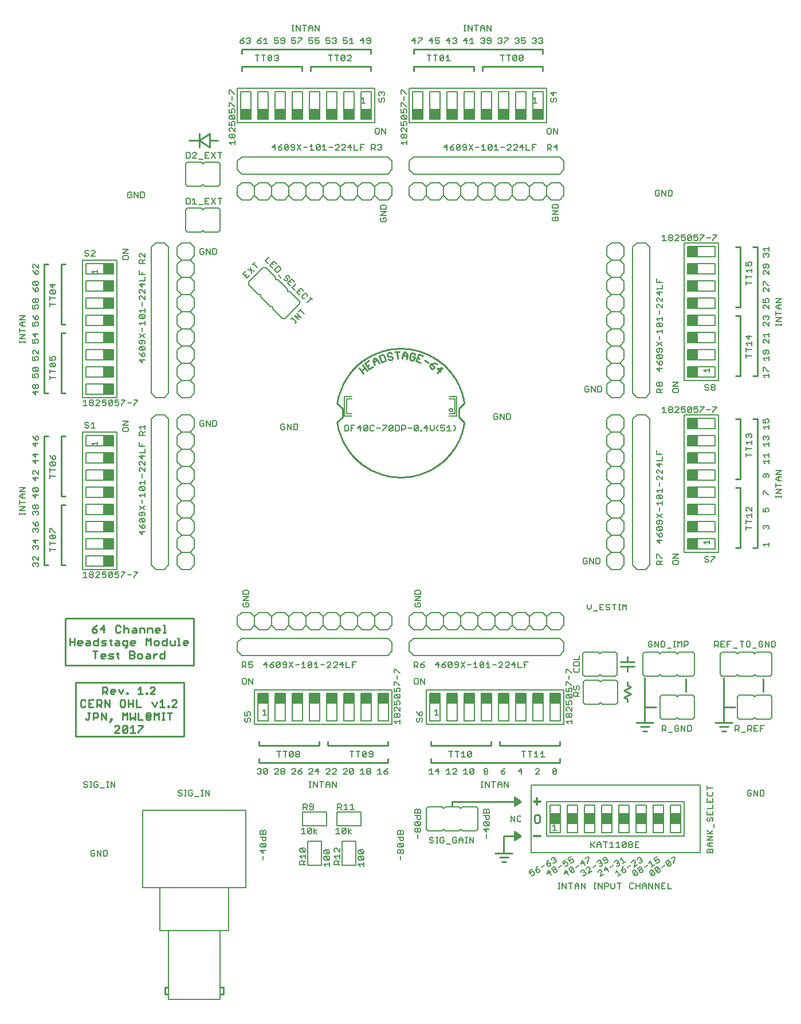
<source format=gto>
G75*
%MOIN*%
%OFA0B0*%
%FSLAX25Y25*%
%IPPOS*%
%LPD*%
%AMOC8*
5,1,8,0,0,1.08239X$1,22.5*
%
%ADD10C,0.00900*%
%ADD11C,0.01000*%
%ADD12C,0.00700*%
%ADD13C,0.00500*%
%ADD14C,0.00600*%
%ADD15R,0.06000X0.06000*%
%ADD16C,0.01200*%
D10*
X0218813Y0219001D02*
X0219497Y0219001D01*
X0220180Y0219685D01*
X0220180Y0223105D01*
X0219497Y0223105D02*
X0220864Y0223105D01*
X0222733Y0223105D02*
X0224784Y0223105D01*
X0225468Y0222421D01*
X0225468Y0221053D01*
X0224784Y0220369D01*
X0222733Y0220369D01*
X0222733Y0219001D02*
X0222733Y0223105D01*
X0222783Y0226501D02*
X0220047Y0226501D01*
X0220047Y0230605D01*
X0222783Y0230605D01*
X0224651Y0230605D02*
X0226703Y0230605D01*
X0227387Y0229921D01*
X0227387Y0228553D01*
X0226703Y0227869D01*
X0224651Y0227869D01*
X0224651Y0226501D02*
X0224651Y0230605D01*
X0226019Y0227869D02*
X0227387Y0226501D01*
X0229255Y0226501D02*
X0229255Y0230605D01*
X0231991Y0226501D01*
X0231991Y0230605D01*
X0230840Y0234001D02*
X0229472Y0235369D01*
X0230156Y0235369D02*
X0228104Y0235369D01*
X0228104Y0234001D02*
X0228104Y0238105D01*
X0230156Y0238105D01*
X0230840Y0237421D01*
X0230840Y0236053D01*
X0230156Y0235369D01*
X0232708Y0235369D02*
X0235444Y0235369D01*
X0235444Y0236053D01*
X0234760Y0236737D01*
X0233392Y0236737D01*
X0232708Y0236053D01*
X0232708Y0234685D01*
X0233392Y0234001D01*
X0234760Y0234001D01*
X0237312Y0236737D02*
X0238680Y0234001D01*
X0240047Y0236737D01*
X0241916Y0234685D02*
X0242600Y0234685D01*
X0242600Y0234001D01*
X0241916Y0234001D01*
X0241916Y0234685D01*
X0243067Y0230605D02*
X0243067Y0226501D01*
X0241198Y0227185D02*
X0241198Y0229921D01*
X0240515Y0230605D01*
X0239147Y0230605D01*
X0238463Y0229921D01*
X0238463Y0227185D01*
X0239147Y0226501D01*
X0240515Y0226501D01*
X0241198Y0227185D01*
X0243067Y0228553D02*
X0245802Y0228553D01*
X0245802Y0230605D02*
X0245802Y0226501D01*
X0247671Y0226501D02*
X0250406Y0226501D01*
X0247671Y0226501D02*
X0247671Y0230605D01*
X0248822Y0234001D02*
X0251557Y0234001D01*
X0250189Y0234001D02*
X0250189Y0238105D01*
X0248822Y0236737D01*
X0253426Y0234685D02*
X0254109Y0234685D01*
X0254109Y0234001D01*
X0253426Y0234001D01*
X0253426Y0234685D01*
X0255727Y0234001D02*
X0258463Y0236737D01*
X0258463Y0237421D01*
X0257779Y0238105D01*
X0256411Y0238105D01*
X0255727Y0237421D01*
X0255727Y0234001D02*
X0258463Y0234001D01*
X0259614Y0229237D02*
X0258246Y0226501D01*
X0256878Y0229237D01*
X0261482Y0229237D02*
X0262850Y0230605D01*
X0262850Y0226501D01*
X0261482Y0226501D02*
X0264218Y0226501D01*
X0266086Y0226501D02*
X0266770Y0226501D01*
X0266770Y0227185D01*
X0266086Y0227185D01*
X0266086Y0226501D01*
X0268388Y0226501D02*
X0271124Y0229237D01*
X0271124Y0229921D01*
X0270440Y0230605D01*
X0269072Y0230605D01*
X0268388Y0229921D01*
X0268388Y0226501D02*
X0271124Y0226501D01*
X0268438Y0223105D02*
X0265703Y0223105D01*
X0267070Y0223105D02*
X0267070Y0219001D01*
X0264001Y0219001D02*
X0262633Y0219001D01*
X0263317Y0219001D02*
X0263317Y0223105D01*
X0262633Y0223105D02*
X0264001Y0223105D01*
X0260765Y0223105D02*
X0260765Y0219001D01*
X0258029Y0219001D02*
X0258029Y0223105D01*
X0259397Y0221737D01*
X0260765Y0223105D01*
X0256161Y0222421D02*
X0256161Y0221053D01*
X0255477Y0220369D01*
X0255477Y0221737D01*
X0254109Y0221737D01*
X0254109Y0220369D01*
X0255477Y0220369D01*
X0256161Y0219685D02*
X0255477Y0219001D01*
X0254109Y0219001D01*
X0253426Y0219685D01*
X0253426Y0222421D01*
X0254109Y0223105D01*
X0255477Y0223105D01*
X0256161Y0222421D01*
X0251557Y0219001D02*
X0248822Y0219001D01*
X0248822Y0223105D01*
X0246953Y0223105D02*
X0246953Y0219001D01*
X0245585Y0220369D01*
X0244218Y0219001D01*
X0244218Y0223105D01*
X0242349Y0223105D02*
X0242349Y0219001D01*
X0239614Y0219001D02*
X0239614Y0223105D01*
X0240982Y0221737D01*
X0242349Y0223105D01*
X0241666Y0215605D02*
X0240298Y0215605D01*
X0239614Y0214921D01*
X0239614Y0212185D01*
X0242349Y0214921D01*
X0242349Y0212185D01*
X0241666Y0211501D01*
X0240298Y0211501D01*
X0239614Y0212185D01*
X0237746Y0211501D02*
X0235010Y0211501D01*
X0237746Y0214237D01*
X0237746Y0214921D01*
X0237062Y0215605D01*
X0235694Y0215605D01*
X0235010Y0214921D01*
X0231941Y0217633D02*
X0233308Y0219001D01*
X0232624Y0219001D01*
X0232624Y0219685D01*
X0233308Y0219685D01*
X0233308Y0219001D01*
X0230072Y0219001D02*
X0230072Y0223105D01*
X0227337Y0223105D02*
X0230072Y0219001D01*
X0227337Y0219001D02*
X0227337Y0223105D01*
X0221415Y0228553D02*
X0220047Y0228553D01*
X0218179Y0229921D02*
X0217495Y0230605D01*
X0216127Y0230605D01*
X0215443Y0229921D01*
X0215443Y0227185D01*
X0216127Y0226501D01*
X0217495Y0226501D01*
X0218179Y0227185D01*
X0218129Y0219685D02*
X0218813Y0219001D01*
X0241666Y0215605D02*
X0242349Y0214921D01*
X0244218Y0214237D02*
X0245586Y0215605D01*
X0245586Y0211501D01*
X0246953Y0211501D02*
X0244218Y0211501D01*
X0248822Y0211501D02*
X0248822Y0212185D01*
X0251557Y0214921D01*
X0251557Y0215605D01*
X0248822Y0215605D01*
X0249122Y0254808D02*
X0248438Y0255492D01*
X0248438Y0256860D01*
X0249122Y0257544D01*
X0250490Y0257544D01*
X0251174Y0256860D01*
X0251174Y0255492D01*
X0250490Y0254808D01*
X0249122Y0254808D01*
X0246570Y0255492D02*
X0245886Y0254808D01*
X0243834Y0254808D01*
X0243834Y0258912D01*
X0245886Y0258912D01*
X0246570Y0258228D01*
X0246570Y0257544D01*
X0245886Y0256860D01*
X0243834Y0256860D01*
X0245886Y0256860D02*
X0246570Y0256176D01*
X0246570Y0255492D01*
X0253042Y0255492D02*
X0253726Y0256176D01*
X0255778Y0256176D01*
X0255778Y0256860D02*
X0255778Y0254808D01*
X0253726Y0254808D01*
X0253042Y0255492D01*
X0253726Y0257544D02*
X0255094Y0257544D01*
X0255778Y0256860D01*
X0257646Y0256176D02*
X0259014Y0257544D01*
X0259698Y0257544D01*
X0261482Y0256860D02*
X0262166Y0257544D01*
X0264218Y0257544D01*
X0264218Y0258912D02*
X0264218Y0254808D01*
X0262166Y0254808D01*
X0261482Y0255492D01*
X0261482Y0256860D01*
X0257646Y0257544D02*
X0257646Y0254808D01*
X0258713Y0262308D02*
X0258029Y0262992D01*
X0258029Y0264360D01*
X0258713Y0265044D01*
X0260081Y0265044D01*
X0260765Y0264360D01*
X0260765Y0262992D01*
X0260081Y0262308D01*
X0258713Y0262308D01*
X0256161Y0262308D02*
X0256161Y0266412D01*
X0254793Y0265044D01*
X0253425Y0266412D01*
X0253425Y0262308D01*
X0246953Y0263676D02*
X0244218Y0263676D01*
X0244218Y0262992D02*
X0244218Y0264360D01*
X0244902Y0265044D01*
X0246269Y0265044D01*
X0246953Y0264360D01*
X0246953Y0263676D01*
X0246269Y0262308D02*
X0244902Y0262308D01*
X0244218Y0262992D01*
X0242349Y0262308D02*
X0240298Y0262308D01*
X0239614Y0262992D01*
X0239614Y0264360D01*
X0240298Y0265044D01*
X0242349Y0265044D01*
X0242349Y0261624D01*
X0241665Y0260940D01*
X0240982Y0260940D01*
X0237745Y0262308D02*
X0235694Y0262308D01*
X0235010Y0262992D01*
X0235694Y0263676D01*
X0237745Y0263676D01*
X0237745Y0264360D02*
X0237745Y0262308D01*
X0237745Y0264360D02*
X0237062Y0265044D01*
X0235694Y0265044D01*
X0233308Y0265044D02*
X0231941Y0265044D01*
X0232624Y0265728D02*
X0232624Y0262992D01*
X0233308Y0262308D01*
X0230072Y0262992D02*
X0229388Y0263676D01*
X0228020Y0263676D01*
X0227337Y0264360D01*
X0228020Y0265044D01*
X0230072Y0265044D01*
X0230072Y0262992D02*
X0229388Y0262308D01*
X0227337Y0262308D01*
X0225468Y0262308D02*
X0223417Y0262308D01*
X0222733Y0262992D01*
X0222733Y0264360D01*
X0223417Y0265044D01*
X0225468Y0265044D01*
X0225468Y0266412D02*
X0225468Y0262308D01*
X0225085Y0258912D02*
X0222349Y0258912D01*
X0223717Y0258912D02*
X0223717Y0254808D01*
X0226953Y0255492D02*
X0226953Y0256860D01*
X0227637Y0257544D01*
X0229005Y0257544D01*
X0229689Y0256860D01*
X0229689Y0256176D01*
X0226953Y0256176D01*
X0226953Y0255492D02*
X0227637Y0254808D01*
X0229005Y0254808D01*
X0231557Y0254808D02*
X0233609Y0254808D01*
X0234293Y0255492D01*
X0233609Y0256176D01*
X0232241Y0256176D01*
X0231557Y0256860D01*
X0232241Y0257544D01*
X0234293Y0257544D01*
X0236161Y0257544D02*
X0237529Y0257544D01*
X0236845Y0258228D02*
X0236845Y0255492D01*
X0237529Y0254808D01*
X0237829Y0269808D02*
X0238513Y0270492D01*
X0237829Y0269808D02*
X0236461Y0269808D01*
X0235777Y0270492D01*
X0235777Y0273228D01*
X0236461Y0273912D01*
X0237829Y0273912D01*
X0238513Y0273228D01*
X0240381Y0273912D02*
X0240381Y0269808D01*
X0240381Y0271860D02*
X0241065Y0272544D01*
X0242433Y0272544D01*
X0243117Y0271860D01*
X0243117Y0269808D01*
X0244985Y0270492D02*
X0245669Y0271176D01*
X0247721Y0271176D01*
X0247721Y0271860D02*
X0247721Y0269808D01*
X0245669Y0269808D01*
X0244985Y0270492D01*
X0245669Y0272544D02*
X0247037Y0272544D01*
X0247721Y0271860D01*
X0249589Y0272544D02*
X0251641Y0272544D01*
X0252325Y0271860D01*
X0252325Y0269808D01*
X0254193Y0269808D02*
X0254193Y0272544D01*
X0256245Y0272544D01*
X0256929Y0271860D01*
X0256929Y0269808D01*
X0258797Y0270492D02*
X0258797Y0271860D01*
X0259481Y0272544D01*
X0260849Y0272544D01*
X0261532Y0271860D01*
X0261532Y0271176D01*
X0258797Y0271176D01*
X0258797Y0270492D02*
X0259481Y0269808D01*
X0260849Y0269808D01*
X0263401Y0269808D02*
X0264769Y0269808D01*
X0264085Y0269808D02*
X0264085Y0273912D01*
X0263401Y0273912D01*
X0265369Y0266412D02*
X0265369Y0262308D01*
X0263317Y0262308D01*
X0262633Y0262992D01*
X0262633Y0264360D01*
X0263317Y0265044D01*
X0265369Y0265044D01*
X0267237Y0265044D02*
X0267237Y0262992D01*
X0267921Y0262308D01*
X0269973Y0262308D01*
X0269973Y0265044D01*
X0271841Y0266412D02*
X0272525Y0266412D01*
X0272525Y0262308D01*
X0271841Y0262308D02*
X0273209Y0262308D01*
X0274910Y0262992D02*
X0274910Y0264360D01*
X0275594Y0265044D01*
X0276962Y0265044D01*
X0277646Y0264360D01*
X0277646Y0263676D01*
X0274910Y0263676D01*
X0274910Y0262992D02*
X0275594Y0262308D01*
X0276962Y0262308D01*
X0249589Y0269808D02*
X0249589Y0272544D01*
X0229305Y0271860D02*
X0226569Y0271860D01*
X0228621Y0273912D01*
X0228621Y0269808D01*
X0224701Y0270492D02*
X0224701Y0271176D01*
X0224017Y0271860D01*
X0221965Y0271860D01*
X0221965Y0270492D01*
X0222649Y0269808D01*
X0224017Y0269808D01*
X0224701Y0270492D01*
X0223333Y0273228D02*
X0221965Y0271860D01*
X0223333Y0273228D02*
X0224701Y0273912D01*
X0220180Y0265044D02*
X0220864Y0264360D01*
X0220864Y0262308D01*
X0218813Y0262308D01*
X0218129Y0262992D01*
X0218813Y0263676D01*
X0220864Y0263676D01*
X0220180Y0265044D02*
X0218813Y0265044D01*
X0216260Y0264360D02*
X0216260Y0263676D01*
X0213525Y0263676D01*
X0213525Y0262992D02*
X0213525Y0264360D01*
X0214209Y0265044D01*
X0215577Y0265044D01*
X0216260Y0264360D01*
X0215577Y0262308D02*
X0214209Y0262308D01*
X0213525Y0262992D01*
X0211657Y0262308D02*
X0211657Y0266412D01*
X0211657Y0264360D02*
X0208921Y0264360D01*
X0208921Y0262308D02*
X0208921Y0266412D01*
X0379888Y0420437D02*
X0377251Y0423581D01*
X0378570Y0422009D02*
X0380665Y0423768D01*
X0381957Y0424793D02*
X0383110Y0425528D01*
X0380854Y0426523D02*
X0383059Y0423063D01*
X0385366Y0424532D01*
X0386545Y0425251D02*
X0385389Y0427731D01*
X0386051Y0429549D01*
X0387869Y0428887D01*
X0389025Y0426408D01*
X0390287Y0426967D02*
X0392244Y0427584D01*
X0392691Y0428441D01*
X0391868Y0431051D01*
X0391010Y0431497D01*
X0389053Y0430880D01*
X0390287Y0426967D01*
X0388158Y0428267D02*
X0385678Y0427111D01*
X0383162Y0427993D02*
X0380854Y0426523D01*
X0379346Y0425339D02*
X0381984Y0422196D01*
X0394102Y0428852D02*
X0394895Y0428297D01*
X0396242Y0428535D01*
X0396797Y0429327D01*
X0396678Y0430001D01*
X0395885Y0430555D01*
X0394538Y0430318D01*
X0393746Y0430873D01*
X0393627Y0431546D01*
X0394182Y0432338D01*
X0395529Y0432576D01*
X0396321Y0432021D01*
X0398101Y0432966D02*
X0400834Y0433086D01*
X0399467Y0433026D02*
X0399646Y0428926D01*
X0402393Y0429019D02*
X0402632Y0431744D01*
X0404113Y0432988D01*
X0405357Y0431506D01*
X0405118Y0428781D01*
X0406639Y0429301D02*
X0407159Y0428486D01*
X0408494Y0428189D01*
X0409310Y0428709D01*
X0409606Y0430045D01*
X0408271Y0430341D01*
X0409902Y0431380D02*
X0409383Y0432196D01*
X0408047Y0432492D01*
X0407231Y0431972D01*
X0406639Y0429301D01*
X0405297Y0430825D02*
X0402572Y0431063D01*
X0410504Y0427716D02*
X0413075Y0426781D01*
X0412491Y0429176D02*
X0411206Y0429644D01*
X0411908Y0431572D02*
X0410504Y0427716D01*
X0411908Y0431572D02*
X0414478Y0430637D01*
X0415310Y0428103D02*
X0417737Y0426840D01*
X0419178Y0426039D02*
X0420859Y0424862D01*
X0421027Y0423910D01*
X0420635Y0423349D01*
X0419682Y0423181D01*
X0418562Y0423966D01*
X0418394Y0424918D01*
X0419178Y0426039D01*
X0421083Y0426375D01*
X0422596Y0426150D01*
X0422744Y0423488D02*
X0424761Y0421640D01*
X0425643Y0423614D02*
X0422744Y0423488D01*
X0422871Y0420589D02*
X0425643Y0423614D01*
D11*
X0275264Y0209240D02*
X0212272Y0209240D01*
X0212272Y0240736D01*
X0275264Y0240736D01*
X0275264Y0209240D01*
X0281169Y0250579D02*
X0206366Y0250579D01*
X0206366Y0278138D01*
X0281169Y0278138D01*
X0281169Y0250579D01*
X0319000Y0206500D02*
X0319000Y0204000D01*
X0354000Y0204000D01*
X0354000Y0206500D01*
X0359000Y0206500D02*
X0359000Y0204000D01*
X0394000Y0204000D01*
X0394000Y0206500D01*
X0394000Y0196500D02*
X0394000Y0194000D01*
X0319000Y0194000D01*
X0319000Y0196500D01*
X0419000Y0196500D02*
X0419000Y0194000D01*
X0494000Y0194000D01*
X0494000Y0196500D01*
X0494000Y0204000D02*
X0459000Y0204000D01*
X0459000Y0206500D01*
X0454000Y0206500D02*
X0454000Y0204000D01*
X0419000Y0204000D01*
X0419000Y0206500D01*
X0431500Y0171500D02*
X0467750Y0171500D01*
X0467750Y0171842D02*
X0470986Y0171842D01*
X0471500Y0171500D02*
X0467750Y0174000D01*
X0467750Y0169000D01*
X0471500Y0171500D01*
X0470516Y0170844D02*
X0467750Y0170844D01*
X0467750Y0169845D02*
X0469018Y0169845D01*
X0469489Y0172841D02*
X0467750Y0172841D01*
X0467750Y0173839D02*
X0467991Y0173839D01*
X0479422Y0163037D02*
X0479422Y0159967D01*
X0480189Y0159200D01*
X0481724Y0159200D01*
X0482491Y0159967D01*
X0482491Y0163037D01*
X0481724Y0163804D01*
X0480189Y0163804D01*
X0479422Y0163037D01*
X0471500Y0151500D02*
X0467750Y0154000D01*
X0467750Y0149000D01*
X0471500Y0151500D01*
X0461500Y0151500D01*
X0461500Y0141500D01*
X0459000Y0139000D02*
X0464000Y0139000D01*
X0462750Y0136500D02*
X0460250Y0136500D01*
X0456500Y0141500D02*
X0466500Y0141500D01*
X0467750Y0149875D02*
X0469063Y0149875D01*
X0467750Y0150874D02*
X0470560Y0150874D01*
X0470942Y0151872D02*
X0467750Y0151872D01*
X0467750Y0152871D02*
X0469444Y0152871D01*
X0467946Y0153869D02*
X0467750Y0153869D01*
X0431500Y0169000D02*
X0431500Y0171500D01*
X0494000Y0204000D02*
X0494000Y0206500D01*
X0531421Y0232209D02*
X0535358Y0234177D01*
X0531421Y0236146D01*
X0535358Y0238114D01*
X0533390Y0239098D01*
X0533390Y0241067D01*
X0533390Y0246972D02*
X0533390Y0249925D01*
X0537327Y0249925D01*
X0537327Y0252878D02*
X0533390Y0252878D01*
X0533390Y0255831D01*
X0533390Y0252878D02*
X0529453Y0252878D01*
X0529453Y0249925D02*
X0533390Y0249925D01*
X0543500Y0243500D02*
X0543500Y0226500D01*
X0543500Y0217500D01*
X0541000Y0215000D02*
X0546000Y0215000D01*
X0544750Y0212500D02*
X0542250Y0212500D01*
X0538500Y0217500D02*
X0548500Y0217500D01*
X0550000Y0226500D02*
X0543500Y0226500D01*
X0533390Y0229256D02*
X0533390Y0231224D01*
X0531421Y0232209D01*
X0567500Y0235250D02*
X0567500Y0242750D01*
X0589500Y0243500D02*
X0589500Y0226500D01*
X0589500Y0217500D01*
X0587000Y0215000D02*
X0592000Y0215000D01*
X0590750Y0212500D02*
X0588250Y0212500D01*
X0584500Y0217500D02*
X0594500Y0217500D01*
X0596000Y0226500D02*
X0589500Y0226500D01*
X0612500Y0235250D02*
X0612500Y0242750D01*
X0609000Y0319000D02*
X0606500Y0319000D01*
X0609000Y0319000D02*
X0609000Y0394000D01*
X0606500Y0394000D01*
X0599000Y0394000D02*
X0599000Y0359000D01*
X0596500Y0359000D01*
X0596500Y0354000D02*
X0599000Y0354000D01*
X0599000Y0319000D01*
X0596500Y0319000D01*
X0596500Y0394000D02*
X0599000Y0394000D01*
X0599000Y0419000D02*
X0596500Y0419000D01*
X0599000Y0419000D02*
X0599000Y0454000D01*
X0596500Y0454000D01*
X0596500Y0459000D02*
X0599000Y0459000D01*
X0599000Y0494000D01*
X0596500Y0494000D01*
X0606500Y0494000D02*
X0609000Y0494000D01*
X0609000Y0419000D01*
X0606500Y0419000D01*
X0438508Y0403075D02*
X0435358Y0399925D01*
X0435358Y0395201D01*
X0438508Y0392051D01*
X0438508Y0403075D02*
X0438361Y0403981D01*
X0438193Y0404883D01*
X0438002Y0405781D01*
X0437790Y0406674D01*
X0437555Y0407562D01*
X0437299Y0408443D01*
X0437021Y0409318D01*
X0436722Y0410186D01*
X0436402Y0411046D01*
X0436061Y0411898D01*
X0435699Y0412742D01*
X0435316Y0413576D01*
X0434913Y0414401D01*
X0434490Y0415215D01*
X0434047Y0416019D01*
X0433585Y0416812D01*
X0433103Y0417594D01*
X0432602Y0418363D01*
X0432082Y0419120D01*
X0431544Y0419863D01*
X0430988Y0420594D01*
X0430414Y0421310D01*
X0429823Y0422012D01*
X0429215Y0422700D01*
X0428590Y0423372D01*
X0427949Y0424029D01*
X0427291Y0424670D01*
X0426619Y0425294D01*
X0425931Y0425902D01*
X0425228Y0426493D01*
X0424511Y0427066D01*
X0423781Y0427622D01*
X0423037Y0428159D01*
X0422280Y0428678D01*
X0421510Y0429179D01*
X0420729Y0429660D01*
X0419935Y0430122D01*
X0419131Y0430565D01*
X0418316Y0430987D01*
X0417491Y0431390D01*
X0416657Y0431772D01*
X0415813Y0432133D01*
X0414961Y0432474D01*
X0414100Y0432794D01*
X0413232Y0433092D01*
X0412357Y0433369D01*
X0411475Y0433625D01*
X0410588Y0433859D01*
X0409695Y0434071D01*
X0408797Y0434261D01*
X0407894Y0434429D01*
X0406988Y0434574D01*
X0406078Y0434698D01*
X0405166Y0434799D01*
X0404251Y0434878D01*
X0403335Y0434934D01*
X0402418Y0434968D01*
X0401500Y0434979D01*
X0400582Y0434968D01*
X0399665Y0434934D01*
X0398749Y0434878D01*
X0397834Y0434799D01*
X0396922Y0434698D01*
X0396012Y0434574D01*
X0395106Y0434429D01*
X0394203Y0434261D01*
X0393305Y0434071D01*
X0392412Y0433859D01*
X0391525Y0433625D01*
X0390643Y0433369D01*
X0389768Y0433092D01*
X0388900Y0432794D01*
X0388039Y0432474D01*
X0387187Y0432133D01*
X0386343Y0431772D01*
X0385509Y0431390D01*
X0384684Y0430987D01*
X0383869Y0430565D01*
X0383065Y0430122D01*
X0382271Y0429660D01*
X0381490Y0429179D01*
X0380720Y0428678D01*
X0379963Y0428159D01*
X0379219Y0427622D01*
X0378489Y0427066D01*
X0377772Y0426493D01*
X0377069Y0425902D01*
X0376381Y0425294D01*
X0375709Y0424670D01*
X0375051Y0424029D01*
X0374410Y0423372D01*
X0373785Y0422700D01*
X0373177Y0422012D01*
X0372586Y0421310D01*
X0372012Y0420594D01*
X0371456Y0419863D01*
X0370918Y0419120D01*
X0370398Y0418363D01*
X0369897Y0417594D01*
X0369415Y0416812D01*
X0368953Y0416019D01*
X0368510Y0415215D01*
X0368087Y0414401D01*
X0367684Y0413576D01*
X0367301Y0412742D01*
X0366939Y0411898D01*
X0366598Y0411046D01*
X0366278Y0410186D01*
X0365979Y0409318D01*
X0365701Y0408443D01*
X0365445Y0407562D01*
X0365210Y0406674D01*
X0364998Y0405781D01*
X0364807Y0404883D01*
X0364639Y0403981D01*
X0364492Y0403075D01*
X0367642Y0399925D01*
X0367642Y0395201D01*
X0364492Y0392051D01*
X0364639Y0391145D01*
X0364807Y0390243D01*
X0364998Y0389345D01*
X0365210Y0388452D01*
X0365445Y0387564D01*
X0365701Y0386683D01*
X0365979Y0385808D01*
X0366278Y0384940D01*
X0366598Y0384080D01*
X0366939Y0383228D01*
X0367301Y0382384D01*
X0367684Y0381550D01*
X0368087Y0380725D01*
X0368510Y0379911D01*
X0368953Y0379107D01*
X0369415Y0378314D01*
X0369897Y0377532D01*
X0370398Y0376763D01*
X0370918Y0376006D01*
X0371456Y0375263D01*
X0372012Y0374532D01*
X0372586Y0373816D01*
X0373177Y0373114D01*
X0373785Y0372426D01*
X0374410Y0371754D01*
X0375051Y0371097D01*
X0375709Y0370456D01*
X0376381Y0369832D01*
X0377069Y0369224D01*
X0377772Y0368633D01*
X0378489Y0368060D01*
X0379219Y0367504D01*
X0379963Y0366967D01*
X0380720Y0366448D01*
X0381490Y0365947D01*
X0382271Y0365466D01*
X0383065Y0365004D01*
X0383869Y0364561D01*
X0384684Y0364139D01*
X0385509Y0363736D01*
X0386343Y0363354D01*
X0387187Y0362993D01*
X0388039Y0362652D01*
X0388900Y0362332D01*
X0389768Y0362034D01*
X0390643Y0361757D01*
X0391525Y0361501D01*
X0392412Y0361267D01*
X0393305Y0361055D01*
X0394203Y0360865D01*
X0395106Y0360697D01*
X0396012Y0360552D01*
X0396922Y0360428D01*
X0397834Y0360327D01*
X0398749Y0360248D01*
X0399665Y0360192D01*
X0400582Y0360158D01*
X0401500Y0360147D01*
X0402418Y0360158D01*
X0403335Y0360192D01*
X0404251Y0360248D01*
X0405166Y0360327D01*
X0406078Y0360428D01*
X0406988Y0360552D01*
X0407894Y0360697D01*
X0408797Y0360865D01*
X0409695Y0361055D01*
X0410588Y0361267D01*
X0411475Y0361501D01*
X0412357Y0361757D01*
X0413232Y0362034D01*
X0414100Y0362332D01*
X0414961Y0362652D01*
X0415813Y0362993D01*
X0416657Y0363354D01*
X0417491Y0363736D01*
X0418316Y0364139D01*
X0419131Y0364561D01*
X0419935Y0365004D01*
X0420729Y0365466D01*
X0421510Y0365947D01*
X0422280Y0366448D01*
X0423037Y0366967D01*
X0423781Y0367504D01*
X0424511Y0368060D01*
X0425228Y0368633D01*
X0425931Y0369224D01*
X0426619Y0369832D01*
X0427291Y0370456D01*
X0427949Y0371097D01*
X0428590Y0371754D01*
X0429215Y0372426D01*
X0429823Y0373114D01*
X0430414Y0373816D01*
X0430988Y0374532D01*
X0431544Y0375263D01*
X0432082Y0376006D01*
X0432602Y0376763D01*
X0433103Y0377532D01*
X0433585Y0378314D01*
X0434047Y0379107D01*
X0434490Y0379911D01*
X0434913Y0380725D01*
X0435316Y0381550D01*
X0435699Y0382384D01*
X0436061Y0383228D01*
X0436402Y0384080D01*
X0436722Y0384940D01*
X0437021Y0385808D01*
X0437299Y0386683D01*
X0437555Y0387564D01*
X0437790Y0388452D01*
X0438002Y0389345D01*
X0438193Y0390243D01*
X0438361Y0391145D01*
X0438508Y0392051D01*
X0290280Y0552091D02*
X0284374Y0556028D01*
X0284374Y0552091D01*
X0284374Y0556028D02*
X0278469Y0556028D01*
X0284374Y0556028D02*
X0284374Y0559965D01*
X0284374Y0556028D02*
X0290280Y0559965D01*
X0290280Y0556028D01*
X0295201Y0556028D01*
X0290280Y0556028D02*
X0290280Y0552091D01*
X0309000Y0596500D02*
X0309000Y0599000D01*
X0344000Y0599000D01*
X0344000Y0596500D01*
X0349000Y0596500D02*
X0349000Y0599000D01*
X0384000Y0599000D01*
X0384000Y0596500D01*
X0384000Y0606500D02*
X0384000Y0609000D01*
X0309000Y0609000D01*
X0309000Y0606500D01*
X0409000Y0606500D02*
X0409000Y0609000D01*
X0484000Y0609000D01*
X0484000Y0606500D01*
X0484000Y0599000D02*
X0484000Y0596500D01*
X0484000Y0599000D02*
X0449000Y0599000D01*
X0449000Y0596500D01*
X0444000Y0596500D02*
X0444000Y0599000D01*
X0409000Y0599000D01*
X0409000Y0596500D01*
X0206500Y0484000D02*
X0204000Y0484000D01*
X0204000Y0449000D01*
X0206500Y0449000D01*
X0206500Y0444000D02*
X0204000Y0444000D01*
X0204000Y0409000D01*
X0206500Y0409000D01*
X0196500Y0409000D02*
X0194000Y0409000D01*
X0194000Y0484000D01*
X0196500Y0484000D01*
X0196500Y0384000D02*
X0194000Y0384000D01*
X0194000Y0309000D01*
X0196500Y0309000D01*
X0204000Y0309000D02*
X0204000Y0344000D01*
X0206500Y0344000D01*
X0206500Y0349000D02*
X0204000Y0349000D01*
X0204000Y0384000D01*
X0206500Y0384000D01*
X0206500Y0309000D02*
X0204000Y0309000D01*
X0264500Y0063500D02*
X0266500Y0063500D01*
X0264500Y0063500D02*
X0264500Y0059500D01*
X0266500Y0059500D01*
X0296500Y0059500D02*
X0298500Y0059500D01*
X0298500Y0063500D01*
X0296500Y0063500D01*
D12*
X0342847Y0134850D02*
X0342847Y0136501D01*
X0343398Y0137052D01*
X0344499Y0137052D01*
X0345049Y0136501D01*
X0345049Y0134850D01*
X0345049Y0135951D02*
X0346150Y0137052D01*
X0346150Y0138533D02*
X0346150Y0140735D01*
X0346150Y0139634D02*
X0342847Y0139634D01*
X0343948Y0138533D01*
X0343398Y0142216D02*
X0342847Y0142767D01*
X0342847Y0143868D01*
X0343398Y0144418D01*
X0345600Y0142216D01*
X0346150Y0142767D01*
X0346150Y0143868D01*
X0345600Y0144418D01*
X0343398Y0144418D01*
X0343398Y0142216D02*
X0345600Y0142216D01*
X0346150Y0134850D02*
X0342847Y0134850D01*
X0356847Y0134951D02*
X0360150Y0134951D01*
X0360150Y0133850D02*
X0360150Y0136052D01*
X0359600Y0137533D02*
X0357398Y0139735D01*
X0359600Y0139735D01*
X0360150Y0139185D01*
X0360150Y0138084D01*
X0359600Y0137533D01*
X0357398Y0137533D01*
X0356847Y0138084D01*
X0356847Y0139185D01*
X0357398Y0139735D01*
X0357398Y0141216D02*
X0356847Y0141767D01*
X0356847Y0142868D01*
X0357398Y0143418D01*
X0359600Y0141216D01*
X0360150Y0141767D01*
X0360150Y0142868D01*
X0359600Y0143418D01*
X0357398Y0143418D01*
X0357398Y0141216D02*
X0359600Y0141216D01*
X0362847Y0142767D02*
X0363398Y0142216D01*
X0362847Y0142767D02*
X0362847Y0143868D01*
X0363398Y0144418D01*
X0363948Y0144418D01*
X0366150Y0142216D01*
X0366150Y0144418D01*
X0366150Y0140735D02*
X0366150Y0138533D01*
X0366150Y0139634D02*
X0362847Y0139634D01*
X0363948Y0138533D01*
X0363398Y0137052D02*
X0364499Y0137052D01*
X0365049Y0136501D01*
X0365049Y0134850D01*
X0365049Y0135951D02*
X0366150Y0137052D01*
X0366150Y0134850D02*
X0362847Y0134850D01*
X0362847Y0136501D01*
X0363398Y0137052D01*
X0357948Y0133850D02*
X0356847Y0134951D01*
X0376847Y0134951D02*
X0380150Y0134951D01*
X0380150Y0133850D02*
X0380150Y0136052D01*
X0379600Y0137533D02*
X0377398Y0139735D01*
X0379600Y0139735D01*
X0380150Y0139185D01*
X0380150Y0138084D01*
X0379600Y0137533D01*
X0377398Y0137533D01*
X0376847Y0138084D01*
X0376847Y0139185D01*
X0377398Y0139735D01*
X0377398Y0141216D02*
X0376847Y0141767D01*
X0376847Y0142868D01*
X0377398Y0143418D01*
X0379600Y0141216D01*
X0380150Y0141767D01*
X0380150Y0142868D01*
X0379600Y0143418D01*
X0377398Y0143418D01*
X0377398Y0141216D02*
X0379600Y0141216D01*
X0376847Y0134951D02*
X0377948Y0133850D01*
X0399847Y0141876D02*
X0399847Y0142977D01*
X0400398Y0143527D01*
X0400948Y0143527D01*
X0401499Y0142977D01*
X0401499Y0141876D01*
X0400948Y0141325D01*
X0400398Y0141325D01*
X0399847Y0141876D01*
X0401499Y0141876D02*
X0402049Y0141325D01*
X0402600Y0141325D01*
X0403150Y0141876D01*
X0403150Y0142977D01*
X0402600Y0143527D01*
X0402049Y0143527D01*
X0401499Y0142977D01*
X0402600Y0145008D02*
X0400398Y0147210D01*
X0402600Y0147210D01*
X0403150Y0146660D01*
X0403150Y0145559D01*
X0402600Y0145008D01*
X0400398Y0145008D01*
X0399847Y0145559D01*
X0399847Y0146660D01*
X0400398Y0147210D01*
X0401499Y0148692D02*
X0400948Y0149242D01*
X0400948Y0150893D01*
X0399847Y0150893D02*
X0403150Y0150893D01*
X0403150Y0149242D01*
X0402600Y0148692D01*
X0401499Y0148692D01*
X0401499Y0152375D02*
X0401499Y0154026D01*
X0402049Y0154577D01*
X0402600Y0154577D01*
X0403150Y0154026D01*
X0403150Y0152375D01*
X0399847Y0152375D01*
X0399847Y0154026D01*
X0400398Y0154577D01*
X0400948Y0154577D01*
X0401499Y0154026D01*
X0409847Y0154376D02*
X0409847Y0155477D01*
X0410398Y0156027D01*
X0410948Y0156027D01*
X0411499Y0155477D01*
X0411499Y0154376D01*
X0410948Y0153825D01*
X0410398Y0153825D01*
X0409847Y0154376D01*
X0411499Y0154376D02*
X0412049Y0153825D01*
X0412600Y0153825D01*
X0413150Y0154376D01*
X0413150Y0155477D01*
X0412600Y0156027D01*
X0412049Y0156027D01*
X0411499Y0155477D01*
X0412600Y0157508D02*
X0410398Y0159710D01*
X0412600Y0159710D01*
X0413150Y0159160D01*
X0413150Y0158059D01*
X0412600Y0157508D01*
X0410398Y0157508D01*
X0409847Y0158059D01*
X0409847Y0159160D01*
X0410398Y0159710D01*
X0411499Y0161192D02*
X0410948Y0161742D01*
X0410948Y0163393D01*
X0409847Y0163393D02*
X0413150Y0163393D01*
X0413150Y0161742D01*
X0412600Y0161192D01*
X0411499Y0161192D01*
X0411499Y0164875D02*
X0411499Y0166526D01*
X0412049Y0167077D01*
X0412600Y0167077D01*
X0413150Y0166526D01*
X0413150Y0164875D01*
X0409847Y0164875D01*
X0409847Y0166526D01*
X0410398Y0167077D01*
X0410948Y0167077D01*
X0411499Y0166526D01*
X0411499Y0152344D02*
X0411499Y0150142D01*
X0418345Y0150102D02*
X0418345Y0149552D01*
X0418896Y0149001D01*
X0419997Y0149001D01*
X0420547Y0148451D01*
X0420547Y0147900D01*
X0419997Y0147350D01*
X0418896Y0147350D01*
X0418345Y0147900D01*
X0418345Y0150102D02*
X0418896Y0150653D01*
X0419997Y0150653D01*
X0420547Y0150102D01*
X0422028Y0150653D02*
X0423129Y0150653D01*
X0422579Y0150653D02*
X0422579Y0147350D01*
X0423129Y0147350D02*
X0422028Y0147350D01*
X0424484Y0147900D02*
X0425034Y0147350D01*
X0426135Y0147350D01*
X0426686Y0147900D01*
X0426686Y0149001D01*
X0425585Y0149001D01*
X0424484Y0150102D02*
X0424484Y0147900D01*
X0424484Y0150102D02*
X0425034Y0150653D01*
X0426135Y0150653D01*
X0426686Y0150102D01*
X0428167Y0146800D02*
X0430369Y0146800D01*
X0431850Y0147900D02*
X0432400Y0147350D01*
X0433501Y0147350D01*
X0434052Y0147900D01*
X0434052Y0149001D01*
X0432951Y0149001D01*
X0431850Y0150102D02*
X0431850Y0147900D01*
X0431850Y0150102D02*
X0432400Y0150653D01*
X0433501Y0150653D01*
X0434052Y0150102D01*
X0435533Y0149552D02*
X0436634Y0150653D01*
X0437735Y0149552D01*
X0437735Y0147350D01*
X0439216Y0147350D02*
X0440317Y0147350D01*
X0439767Y0147350D02*
X0439767Y0150653D01*
X0440317Y0150653D02*
X0439216Y0150653D01*
X0437735Y0149001D02*
X0435533Y0149001D01*
X0435533Y0149552D02*
X0435533Y0147350D01*
X0441672Y0147350D02*
X0441672Y0150653D01*
X0443874Y0147350D01*
X0443874Y0150653D01*
X0451499Y0150142D02*
X0451499Y0152344D01*
X0451499Y0153825D02*
X0451499Y0156027D01*
X0453150Y0155477D02*
X0449847Y0155477D01*
X0451499Y0153825D01*
X0452600Y0157508D02*
X0450398Y0159710D01*
X0452600Y0159710D01*
X0453150Y0159160D01*
X0453150Y0158059D01*
X0452600Y0157508D01*
X0450398Y0157508D01*
X0449847Y0158059D01*
X0449847Y0159160D01*
X0450398Y0159710D01*
X0451499Y0161192D02*
X0450948Y0161742D01*
X0450948Y0163393D01*
X0449847Y0163393D02*
X0453150Y0163393D01*
X0453150Y0161742D01*
X0452600Y0161192D01*
X0451499Y0161192D01*
X0451499Y0164875D02*
X0451499Y0166526D01*
X0452049Y0167077D01*
X0452600Y0167077D01*
X0453150Y0166526D01*
X0453150Y0164875D01*
X0449847Y0164875D01*
X0449847Y0166526D01*
X0450398Y0167077D01*
X0450948Y0167077D01*
X0451499Y0166526D01*
X0465667Y0163153D02*
X0465667Y0159850D01*
X0467869Y0159850D02*
X0465667Y0163153D01*
X0467869Y0163153D02*
X0467869Y0159850D01*
X0469350Y0160400D02*
X0469900Y0159850D01*
X0471001Y0159850D01*
X0471552Y0160400D01*
X0469350Y0160400D02*
X0469350Y0162602D01*
X0469900Y0163153D01*
X0471001Y0163153D01*
X0471552Y0162602D01*
X0463963Y0179850D02*
X0463963Y0183153D01*
X0461761Y0183153D02*
X0463963Y0179850D01*
X0461761Y0179850D02*
X0461761Y0183153D01*
X0460280Y0182052D02*
X0460280Y0179850D01*
X0460280Y0181501D02*
X0458078Y0181501D01*
X0458078Y0182052D02*
X0459179Y0183153D01*
X0460280Y0182052D01*
X0458078Y0182052D02*
X0458078Y0179850D01*
X0455495Y0179850D02*
X0455495Y0183153D01*
X0454395Y0183153D02*
X0456596Y0183153D01*
X0452913Y0183153D02*
X0452913Y0179850D01*
X0450711Y0183153D01*
X0450711Y0179850D01*
X0449357Y0179850D02*
X0448256Y0179850D01*
X0448806Y0179850D02*
X0448806Y0183153D01*
X0448256Y0183153D02*
X0449357Y0183153D01*
X0450559Y0187350D02*
X0450008Y0187900D01*
X0450008Y0188451D01*
X0450559Y0189001D01*
X0451660Y0189001D01*
X0452210Y0188451D01*
X0452210Y0187900D01*
X0451660Y0187350D01*
X0450559Y0187350D01*
X0450559Y0189001D02*
X0450008Y0189552D01*
X0450008Y0190102D01*
X0450559Y0190653D01*
X0451660Y0190653D01*
X0452210Y0190102D01*
X0452210Y0189552D01*
X0451660Y0189001D01*
X0444052Y0187900D02*
X0443501Y0187350D01*
X0442400Y0187350D01*
X0441850Y0187900D01*
X0444052Y0190102D01*
X0444052Y0187900D01*
X0441850Y0187900D02*
X0441850Y0190102D01*
X0442400Y0190653D01*
X0443501Y0190653D01*
X0444052Y0190102D01*
X0440369Y0187350D02*
X0438167Y0187350D01*
X0439268Y0187350D02*
X0439268Y0190653D01*
X0438167Y0189552D01*
X0434052Y0189552D02*
X0434052Y0190102D01*
X0433501Y0190653D01*
X0432400Y0190653D01*
X0431850Y0190102D01*
X0434052Y0189552D02*
X0431850Y0187350D01*
X0434052Y0187350D01*
X0430369Y0187350D02*
X0428167Y0187350D01*
X0429268Y0187350D02*
X0429268Y0190653D01*
X0428167Y0189552D01*
X0424052Y0189001D02*
X0421850Y0189001D01*
X0423501Y0190653D01*
X0423501Y0187350D01*
X0420369Y0187350D02*
X0418167Y0187350D01*
X0419268Y0187350D02*
X0419268Y0190653D01*
X0418167Y0189552D01*
X0430585Y0197350D02*
X0430585Y0200653D01*
X0429484Y0200653D02*
X0431686Y0200653D01*
X0433167Y0200653D02*
X0435369Y0200653D01*
X0434268Y0200653D02*
X0434268Y0197350D01*
X0436850Y0197350D02*
X0439052Y0197350D01*
X0437951Y0197350D02*
X0437951Y0200653D01*
X0436850Y0199552D01*
X0440533Y0200102D02*
X0441084Y0200653D01*
X0442185Y0200653D01*
X0442735Y0200102D01*
X0440533Y0197900D01*
X0441084Y0197350D01*
X0442185Y0197350D01*
X0442735Y0197900D01*
X0442735Y0200102D01*
X0440533Y0200102D02*
X0440533Y0197900D01*
X0460008Y0189001D02*
X0461660Y0189001D01*
X0462210Y0188451D01*
X0462210Y0187900D01*
X0461660Y0187350D01*
X0460559Y0187350D01*
X0460008Y0187900D01*
X0460008Y0189001D01*
X0461109Y0190102D01*
X0462210Y0190653D01*
X0470008Y0189001D02*
X0472210Y0189001D01*
X0471660Y0187350D02*
X0471660Y0190653D01*
X0470008Y0189001D01*
X0473085Y0197350D02*
X0473085Y0200653D01*
X0471984Y0200653D02*
X0474186Y0200653D01*
X0475667Y0200653D02*
X0477869Y0200653D01*
X0476768Y0200653D02*
X0476768Y0197350D01*
X0479350Y0197350D02*
X0481552Y0197350D01*
X0480451Y0197350D02*
X0480451Y0200653D01*
X0479350Y0199552D01*
X0483033Y0199552D02*
X0484134Y0200653D01*
X0484134Y0197350D01*
X0483033Y0197350D02*
X0485235Y0197350D01*
X0481660Y0190653D02*
X0480559Y0190653D01*
X0480008Y0190102D01*
X0481660Y0190653D02*
X0482210Y0190102D01*
X0482210Y0189552D01*
X0480008Y0187350D01*
X0482210Y0187350D01*
X0490008Y0187900D02*
X0492210Y0190102D01*
X0492210Y0187900D01*
X0491660Y0187350D01*
X0490559Y0187350D01*
X0490008Y0187900D01*
X0490008Y0190102D01*
X0490559Y0190653D01*
X0491660Y0190653D01*
X0492210Y0190102D01*
X0498948Y0216850D02*
X0497847Y0217951D01*
X0501150Y0217951D01*
X0501150Y0216850D02*
X0501150Y0219052D01*
X0500600Y0220533D02*
X0500049Y0220533D01*
X0499499Y0221084D01*
X0499499Y0222185D01*
X0500049Y0222735D01*
X0500600Y0222735D01*
X0501150Y0222185D01*
X0501150Y0221084D01*
X0500600Y0220533D01*
X0499499Y0221084D02*
X0498948Y0220533D01*
X0498398Y0220533D01*
X0497847Y0221084D01*
X0497847Y0222185D01*
X0498398Y0222735D01*
X0498948Y0222735D01*
X0499499Y0222185D01*
X0498398Y0224216D02*
X0497847Y0224767D01*
X0497847Y0225868D01*
X0498398Y0226418D01*
X0498948Y0226418D01*
X0501150Y0224216D01*
X0501150Y0226418D01*
X0500600Y0227899D02*
X0501150Y0228450D01*
X0501150Y0229551D01*
X0500600Y0230101D01*
X0499499Y0230101D01*
X0498948Y0229551D01*
X0498948Y0229000D01*
X0499499Y0227899D01*
X0497847Y0227899D01*
X0497847Y0230101D01*
X0498398Y0231583D02*
X0497847Y0232133D01*
X0497847Y0233234D01*
X0498398Y0233784D01*
X0500600Y0231583D01*
X0501150Y0232133D01*
X0501150Y0233234D01*
X0500600Y0233784D01*
X0498398Y0233784D01*
X0497847Y0235266D02*
X0499499Y0235266D01*
X0498948Y0236367D01*
X0498948Y0236917D01*
X0499499Y0237468D01*
X0500600Y0237468D01*
X0501150Y0236917D01*
X0501150Y0235816D01*
X0500600Y0235266D01*
X0502209Y0234464D02*
X0502760Y0235014D01*
X0503861Y0235014D01*
X0504411Y0234464D01*
X0504411Y0232813D01*
X0504411Y0233913D02*
X0505512Y0235014D01*
X0504962Y0236496D02*
X0505512Y0237046D01*
X0505512Y0238147D01*
X0504962Y0238698D01*
X0504411Y0238698D01*
X0503861Y0238147D01*
X0503861Y0237046D01*
X0503310Y0236496D01*
X0502760Y0236496D01*
X0502209Y0237046D01*
X0502209Y0238147D01*
X0502760Y0238698D01*
X0501150Y0238949D02*
X0500600Y0238949D01*
X0498398Y0241151D01*
X0497847Y0241151D01*
X0497847Y0238949D01*
X0497847Y0237468D02*
X0497847Y0235266D01*
X0498398Y0231583D02*
X0500600Y0231583D01*
X0502209Y0232813D02*
X0502209Y0234464D01*
X0502209Y0232813D02*
X0505512Y0232813D01*
X0499499Y0242632D02*
X0499499Y0244834D01*
X0500600Y0246315D02*
X0501150Y0246315D01*
X0500600Y0246315D02*
X0498398Y0248517D01*
X0497847Y0248517D01*
X0497847Y0246315D01*
X0502209Y0247269D02*
X0502760Y0246719D01*
X0504962Y0246719D01*
X0505512Y0247269D01*
X0505512Y0248370D01*
X0504962Y0248921D01*
X0505512Y0250402D02*
X0505512Y0252054D01*
X0504962Y0252604D01*
X0502760Y0252604D01*
X0502209Y0252054D01*
X0502209Y0250402D01*
X0505512Y0250402D01*
X0502760Y0248921D02*
X0502209Y0248370D01*
X0502209Y0247269D01*
X0502209Y0254085D02*
X0505512Y0254085D01*
X0505512Y0256287D01*
X0475616Y0252653D02*
X0473414Y0252653D01*
X0473414Y0249350D01*
X0471933Y0249350D02*
X0469731Y0249350D01*
X0469731Y0252653D01*
X0467699Y0252653D02*
X0466048Y0251001D01*
X0468250Y0251001D01*
X0467699Y0249350D02*
X0467699Y0252653D01*
X0464566Y0252102D02*
X0464016Y0252653D01*
X0462915Y0252653D01*
X0462365Y0252102D01*
X0460883Y0252102D02*
X0460333Y0252653D01*
X0459232Y0252653D01*
X0458681Y0252102D01*
X0457200Y0251001D02*
X0454998Y0251001D01*
X0453517Y0249350D02*
X0451315Y0249350D01*
X0452416Y0249350D02*
X0452416Y0252653D01*
X0451315Y0251552D01*
X0449834Y0252102D02*
X0447632Y0249900D01*
X0448182Y0249350D01*
X0449283Y0249350D01*
X0449834Y0249900D01*
X0449834Y0252102D01*
X0449283Y0252653D01*
X0448182Y0252653D01*
X0447632Y0252102D01*
X0447632Y0249900D01*
X0446151Y0249350D02*
X0443949Y0249350D01*
X0445050Y0249350D02*
X0445050Y0252653D01*
X0443949Y0251552D01*
X0442468Y0251001D02*
X0440266Y0251001D01*
X0438784Y0249350D02*
X0436583Y0252653D01*
X0435101Y0252102D02*
X0434551Y0252653D01*
X0433450Y0252653D01*
X0432899Y0252102D01*
X0432899Y0251552D01*
X0433450Y0251001D01*
X0435101Y0251001D01*
X0435101Y0249900D02*
X0435101Y0252102D01*
X0435101Y0249900D02*
X0434551Y0249350D01*
X0433450Y0249350D01*
X0432899Y0249900D01*
X0431418Y0249900D02*
X0430868Y0249350D01*
X0429767Y0249350D01*
X0429216Y0249900D01*
X0431418Y0252102D01*
X0431418Y0249900D01*
X0429216Y0249900D02*
X0429216Y0252102D01*
X0429767Y0252653D01*
X0430868Y0252653D01*
X0431418Y0252102D01*
X0427735Y0252653D02*
X0426634Y0252102D01*
X0425533Y0251001D01*
X0427185Y0251001D01*
X0427735Y0250451D01*
X0427735Y0249900D01*
X0427185Y0249350D01*
X0426084Y0249350D01*
X0425533Y0249900D01*
X0425533Y0251001D01*
X0424052Y0251001D02*
X0421850Y0251001D01*
X0423501Y0252653D01*
X0423501Y0249350D01*
X0415235Y0249900D02*
X0415235Y0250451D01*
X0414685Y0251001D01*
X0413033Y0251001D01*
X0413033Y0249900D01*
X0413584Y0249350D01*
X0414685Y0249350D01*
X0415235Y0249900D01*
X0414134Y0252102D02*
X0413033Y0251001D01*
X0411552Y0251001D02*
X0411001Y0250451D01*
X0409350Y0250451D01*
X0410451Y0250451D02*
X0411552Y0249350D01*
X0411552Y0251001D02*
X0411552Y0252102D01*
X0411001Y0252653D01*
X0409350Y0252653D01*
X0409350Y0249350D01*
X0414134Y0252102D02*
X0415235Y0252653D01*
X0415369Y0243153D02*
X0415369Y0239850D01*
X0413167Y0243153D01*
X0413167Y0239850D01*
X0411686Y0240400D02*
X0411686Y0242602D01*
X0411135Y0243153D01*
X0410034Y0243153D01*
X0409484Y0242602D01*
X0409484Y0240400D01*
X0410034Y0239850D01*
X0411135Y0239850D01*
X0411686Y0240400D01*
X0422451Y0225153D02*
X0422451Y0221850D01*
X0421350Y0221850D02*
X0423552Y0221850D01*
X0421350Y0224052D02*
X0422451Y0225153D01*
X0414150Y0223185D02*
X0413600Y0223735D01*
X0413049Y0223735D01*
X0412499Y0223185D01*
X0412499Y0221533D01*
X0413600Y0221533D01*
X0414150Y0222084D01*
X0414150Y0223185D01*
X0412499Y0221533D02*
X0411398Y0222634D01*
X0410847Y0223735D01*
X0411398Y0220052D02*
X0410847Y0219501D01*
X0410847Y0218400D01*
X0411398Y0217850D01*
X0411948Y0217850D01*
X0412499Y0218400D01*
X0412499Y0219501D01*
X0413049Y0220052D01*
X0413600Y0220052D01*
X0414150Y0219501D01*
X0414150Y0218400D01*
X0413600Y0217850D01*
X0401150Y0217951D02*
X0397847Y0217951D01*
X0398948Y0216850D01*
X0401150Y0216850D02*
X0401150Y0219052D01*
X0400600Y0220533D02*
X0400049Y0220533D01*
X0399499Y0221084D01*
X0399499Y0222185D01*
X0400049Y0222735D01*
X0400600Y0222735D01*
X0401150Y0222185D01*
X0401150Y0221084D01*
X0400600Y0220533D01*
X0399499Y0221084D02*
X0398948Y0220533D01*
X0398398Y0220533D01*
X0397847Y0221084D01*
X0397847Y0222185D01*
X0398398Y0222735D01*
X0398948Y0222735D01*
X0399499Y0222185D01*
X0398398Y0224216D02*
X0397847Y0224767D01*
X0397847Y0225868D01*
X0398398Y0226418D01*
X0398948Y0226418D01*
X0401150Y0224216D01*
X0401150Y0226418D01*
X0400600Y0227899D02*
X0401150Y0228450D01*
X0401150Y0229551D01*
X0400600Y0230101D01*
X0399499Y0230101D01*
X0398948Y0229551D01*
X0398948Y0229000D01*
X0399499Y0227899D01*
X0397847Y0227899D01*
X0397847Y0230101D01*
X0398398Y0231583D02*
X0397847Y0232133D01*
X0397847Y0233234D01*
X0398398Y0233784D01*
X0400600Y0231583D01*
X0401150Y0232133D01*
X0401150Y0233234D01*
X0400600Y0233784D01*
X0398398Y0233784D01*
X0397847Y0235266D02*
X0399499Y0235266D01*
X0398948Y0236367D01*
X0398948Y0236917D01*
X0399499Y0237468D01*
X0400600Y0237468D01*
X0401150Y0236917D01*
X0401150Y0235816D01*
X0400600Y0235266D01*
X0397847Y0235266D02*
X0397847Y0237468D01*
X0397847Y0238949D02*
X0397847Y0241151D01*
X0398398Y0241151D01*
X0400600Y0238949D01*
X0401150Y0238949D01*
X0399499Y0242632D02*
X0399499Y0244834D01*
X0400600Y0246315D02*
X0401150Y0246315D01*
X0400600Y0246315D02*
X0398398Y0248517D01*
X0397847Y0248517D01*
X0397847Y0246315D01*
X0398398Y0231583D02*
X0400600Y0231583D01*
X0373414Y0249350D02*
X0373414Y0252653D01*
X0375616Y0252653D01*
X0374515Y0251001D02*
X0373414Y0251001D01*
X0371933Y0249350D02*
X0369731Y0249350D01*
X0369731Y0252653D01*
X0367699Y0252653D02*
X0366048Y0251001D01*
X0368250Y0251001D01*
X0367699Y0249350D02*
X0367699Y0252653D01*
X0364566Y0252102D02*
X0364016Y0252653D01*
X0362915Y0252653D01*
X0362365Y0252102D01*
X0360883Y0252102D02*
X0360333Y0252653D01*
X0359232Y0252653D01*
X0358681Y0252102D01*
X0357200Y0251001D02*
X0354998Y0251001D01*
X0353517Y0249350D02*
X0351315Y0249350D01*
X0352416Y0249350D02*
X0352416Y0252653D01*
X0351315Y0251552D01*
X0349834Y0252102D02*
X0347632Y0249900D01*
X0348182Y0249350D01*
X0349283Y0249350D01*
X0349834Y0249900D01*
X0349834Y0252102D01*
X0349283Y0252653D01*
X0348182Y0252653D01*
X0347632Y0252102D01*
X0347632Y0249900D01*
X0346151Y0249350D02*
X0343949Y0249350D01*
X0345050Y0249350D02*
X0345050Y0252653D01*
X0343949Y0251552D01*
X0342468Y0251001D02*
X0340266Y0251001D01*
X0338784Y0249350D02*
X0336583Y0252653D01*
X0335101Y0252102D02*
X0334551Y0252653D01*
X0333450Y0252653D01*
X0332899Y0252102D01*
X0332899Y0251552D01*
X0333450Y0251001D01*
X0335101Y0251001D01*
X0335101Y0249900D02*
X0335101Y0252102D01*
X0335101Y0249900D02*
X0334551Y0249350D01*
X0333450Y0249350D01*
X0332899Y0249900D01*
X0331418Y0249900D02*
X0330868Y0249350D01*
X0329767Y0249350D01*
X0329216Y0249900D01*
X0331418Y0252102D01*
X0331418Y0249900D01*
X0329216Y0249900D02*
X0329216Y0252102D01*
X0329767Y0252653D01*
X0330868Y0252653D01*
X0331418Y0252102D01*
X0327735Y0252653D02*
X0326634Y0252102D01*
X0325533Y0251001D01*
X0327185Y0251001D01*
X0327735Y0250451D01*
X0327735Y0249900D01*
X0327185Y0249350D01*
X0326084Y0249350D01*
X0325533Y0249900D01*
X0325533Y0251001D01*
X0324052Y0251001D02*
X0321850Y0251001D01*
X0323501Y0252653D01*
X0323501Y0249350D01*
X0315235Y0249900D02*
X0314685Y0249350D01*
X0313584Y0249350D01*
X0313033Y0249900D01*
X0313033Y0251001D02*
X0314134Y0251552D01*
X0314685Y0251552D01*
X0315235Y0251001D01*
X0315235Y0249900D01*
X0313033Y0251001D02*
X0313033Y0252653D01*
X0315235Y0252653D01*
X0311552Y0252102D02*
X0311552Y0251001D01*
X0311001Y0250451D01*
X0309350Y0250451D01*
X0310451Y0250451D02*
X0311552Y0249350D01*
X0309350Y0249350D02*
X0309350Y0252653D01*
X0311001Y0252653D01*
X0311552Y0252102D01*
X0311135Y0243153D02*
X0311686Y0242602D01*
X0311686Y0240400D01*
X0311135Y0239850D01*
X0310034Y0239850D01*
X0309484Y0240400D01*
X0309484Y0242602D01*
X0310034Y0243153D01*
X0311135Y0243153D01*
X0313167Y0243153D02*
X0315369Y0239850D01*
X0315369Y0243153D01*
X0313167Y0243153D02*
X0313167Y0239850D01*
X0313600Y0223735D02*
X0312499Y0223735D01*
X0311948Y0223185D01*
X0311948Y0222634D01*
X0312499Y0221533D01*
X0310847Y0221533D01*
X0310847Y0223735D01*
X0313600Y0223735D02*
X0314150Y0223185D01*
X0314150Y0222084D01*
X0313600Y0221533D01*
X0313600Y0220052D02*
X0314150Y0219501D01*
X0314150Y0218400D01*
X0313600Y0217850D01*
X0312499Y0218400D02*
X0312499Y0219501D01*
X0313049Y0220052D01*
X0313600Y0220052D01*
X0312499Y0218400D02*
X0311948Y0217850D01*
X0311398Y0217850D01*
X0310847Y0218400D01*
X0310847Y0219501D01*
X0311398Y0220052D01*
X0321350Y0221850D02*
X0323552Y0221850D01*
X0322451Y0221850D02*
X0322451Y0225153D01*
X0321350Y0224052D01*
X0329484Y0200653D02*
X0331686Y0200653D01*
X0330585Y0200653D02*
X0330585Y0197350D01*
X0334268Y0197350D02*
X0334268Y0200653D01*
X0333167Y0200653D02*
X0335369Y0200653D01*
X0336850Y0200102D02*
X0337400Y0200653D01*
X0338501Y0200653D01*
X0339052Y0200102D01*
X0336850Y0197900D01*
X0337400Y0197350D01*
X0338501Y0197350D01*
X0339052Y0197900D01*
X0339052Y0200102D01*
X0340533Y0200102D02*
X0340533Y0199552D01*
X0341084Y0199001D01*
X0342185Y0199001D01*
X0342735Y0198451D01*
X0342735Y0197900D01*
X0342185Y0197350D01*
X0341084Y0197350D01*
X0340533Y0197900D01*
X0340533Y0198451D01*
X0341084Y0199001D01*
X0342185Y0199001D02*
X0342735Y0199552D01*
X0342735Y0200102D01*
X0342185Y0200653D01*
X0341084Y0200653D01*
X0340533Y0200102D01*
X0336850Y0200102D02*
X0336850Y0197900D01*
X0338717Y0190653D02*
X0338167Y0190102D01*
X0338717Y0190653D02*
X0339818Y0190653D01*
X0340369Y0190102D01*
X0340369Y0189552D01*
X0338167Y0187350D01*
X0340369Y0187350D01*
X0341850Y0187900D02*
X0342400Y0187350D01*
X0343501Y0187350D01*
X0344052Y0187900D01*
X0344052Y0188451D01*
X0343501Y0189001D01*
X0341850Y0189001D01*
X0341850Y0187900D01*
X0341850Y0189001D02*
X0342951Y0190102D01*
X0344052Y0190653D01*
X0348167Y0190102D02*
X0348717Y0190653D01*
X0349818Y0190653D01*
X0350369Y0190102D01*
X0350369Y0189552D01*
X0348167Y0187350D01*
X0350369Y0187350D01*
X0351850Y0189001D02*
X0354052Y0189001D01*
X0353501Y0187350D02*
X0353501Y0190653D01*
X0351850Y0189001D01*
X0352913Y0183153D02*
X0352913Y0179850D01*
X0350711Y0183153D01*
X0350711Y0179850D01*
X0349357Y0179850D02*
X0348256Y0179850D01*
X0348806Y0179850D02*
X0348806Y0183153D01*
X0348256Y0183153D02*
X0349357Y0183153D01*
X0354395Y0183153D02*
X0356596Y0183153D01*
X0355495Y0183153D02*
X0355495Y0179850D01*
X0358078Y0179850D02*
X0358078Y0182052D01*
X0359179Y0183153D01*
X0360280Y0182052D01*
X0360280Y0179850D01*
X0361761Y0179850D02*
X0361761Y0183153D01*
X0363963Y0179850D01*
X0363963Y0183153D01*
X0360280Y0181501D02*
X0358078Y0181501D01*
X0358167Y0187350D02*
X0360369Y0189552D01*
X0360369Y0190102D01*
X0359818Y0190653D01*
X0358717Y0190653D01*
X0358167Y0190102D01*
X0358167Y0187350D02*
X0360369Y0187350D01*
X0361850Y0187350D02*
X0364052Y0189552D01*
X0364052Y0190102D01*
X0363501Y0190653D01*
X0362400Y0190653D01*
X0361850Y0190102D01*
X0361850Y0187350D02*
X0364052Y0187350D01*
X0368167Y0187350D02*
X0370369Y0189552D01*
X0370369Y0190102D01*
X0369818Y0190653D01*
X0368717Y0190653D01*
X0368167Y0190102D01*
X0368167Y0187350D02*
X0370369Y0187350D01*
X0371850Y0187900D02*
X0374052Y0190102D01*
X0374052Y0187900D01*
X0373501Y0187350D01*
X0372400Y0187350D01*
X0371850Y0187900D01*
X0371850Y0190102D01*
X0372400Y0190653D01*
X0373501Y0190653D01*
X0374052Y0190102D01*
X0378167Y0189552D02*
X0379268Y0190653D01*
X0379268Y0187350D01*
X0378167Y0187350D02*
X0380369Y0187350D01*
X0381850Y0187900D02*
X0381850Y0188451D01*
X0382400Y0189001D01*
X0383501Y0189001D01*
X0384052Y0188451D01*
X0384052Y0187900D01*
X0383501Y0187350D01*
X0382400Y0187350D01*
X0381850Y0187900D01*
X0382400Y0189001D02*
X0381850Y0189552D01*
X0381850Y0190102D01*
X0382400Y0190653D01*
X0383501Y0190653D01*
X0384052Y0190102D01*
X0384052Y0189552D01*
X0383501Y0189001D01*
X0388167Y0189552D02*
X0389268Y0190653D01*
X0389268Y0187350D01*
X0388167Y0187350D02*
X0390369Y0187350D01*
X0391850Y0187900D02*
X0392400Y0187350D01*
X0393501Y0187350D01*
X0394052Y0187900D01*
X0394052Y0188451D01*
X0393501Y0189001D01*
X0391850Y0189001D01*
X0391850Y0187900D01*
X0391850Y0189001D02*
X0392951Y0190102D01*
X0394052Y0190653D01*
X0385235Y0197900D02*
X0385235Y0200102D01*
X0384685Y0200653D01*
X0383584Y0200653D01*
X0383033Y0200102D01*
X0383033Y0199552D01*
X0383584Y0199001D01*
X0385235Y0199001D01*
X0385235Y0197900D02*
X0384685Y0197350D01*
X0383584Y0197350D01*
X0383033Y0197900D01*
X0381552Y0197900D02*
X0381001Y0197350D01*
X0379900Y0197350D01*
X0379350Y0197900D01*
X0381552Y0200102D01*
X0381552Y0197900D01*
X0379350Y0197900D02*
X0379350Y0200102D01*
X0379900Y0200653D01*
X0381001Y0200653D01*
X0381552Y0200102D01*
X0377869Y0200653D02*
X0375667Y0200653D01*
X0376768Y0200653D02*
X0376768Y0197350D01*
X0373085Y0197350D02*
X0373085Y0200653D01*
X0371984Y0200653D02*
X0374186Y0200653D01*
X0373317Y0170153D02*
X0373317Y0166850D01*
X0372216Y0166850D02*
X0374418Y0166850D01*
X0372216Y0169052D02*
X0373317Y0170153D01*
X0369634Y0170153D02*
X0369634Y0166850D01*
X0368533Y0166850D02*
X0370735Y0166850D01*
X0368533Y0169052D02*
X0369634Y0170153D01*
X0367052Y0169602D02*
X0367052Y0168501D01*
X0366501Y0167951D01*
X0364850Y0167951D01*
X0365951Y0167951D02*
X0367052Y0166850D01*
X0364850Y0166850D02*
X0364850Y0170153D01*
X0366501Y0170153D01*
X0367052Y0169602D01*
X0368084Y0156153D02*
X0369185Y0156153D01*
X0369735Y0155602D01*
X0367533Y0153400D01*
X0368084Y0152850D01*
X0369185Y0152850D01*
X0369735Y0153400D01*
X0369735Y0155602D01*
X0371216Y0156153D02*
X0371216Y0152850D01*
X0371216Y0153951D02*
X0372868Y0155052D01*
X0371216Y0153951D02*
X0372868Y0152850D01*
X0367533Y0153400D02*
X0367533Y0155602D01*
X0368084Y0156153D01*
X0364951Y0156153D02*
X0364951Y0152850D01*
X0363850Y0152850D02*
X0366052Y0152850D01*
X0363850Y0155052D02*
X0364951Y0156153D01*
X0352868Y0155052D02*
X0351216Y0153951D01*
X0352868Y0152850D01*
X0351216Y0152850D02*
X0351216Y0156153D01*
X0349735Y0155602D02*
X0347533Y0153400D01*
X0348084Y0152850D01*
X0349185Y0152850D01*
X0349735Y0153400D01*
X0349735Y0155602D01*
X0349185Y0156153D01*
X0348084Y0156153D01*
X0347533Y0155602D01*
X0347533Y0153400D01*
X0346052Y0152850D02*
X0343850Y0152850D01*
X0344951Y0152850D02*
X0344951Y0156153D01*
X0343850Y0155052D01*
X0344850Y0166850D02*
X0344850Y0170153D01*
X0346501Y0170153D01*
X0347052Y0169602D01*
X0347052Y0168501D01*
X0346501Y0167951D01*
X0344850Y0167951D01*
X0345951Y0167951D02*
X0347052Y0166850D01*
X0348533Y0167400D02*
X0349084Y0166850D01*
X0350185Y0166850D01*
X0350735Y0167400D01*
X0350735Y0169602D01*
X0350185Y0170153D01*
X0349084Y0170153D01*
X0348533Y0169602D01*
X0348533Y0169052D01*
X0349084Y0168501D01*
X0350735Y0168501D01*
X0333501Y0187350D02*
X0332400Y0187350D01*
X0331850Y0187900D01*
X0331850Y0188451D01*
X0332400Y0189001D01*
X0333501Y0189001D01*
X0334052Y0188451D01*
X0334052Y0187900D01*
X0333501Y0187350D01*
X0333501Y0189001D02*
X0334052Y0189552D01*
X0334052Y0190102D01*
X0333501Y0190653D01*
X0332400Y0190653D01*
X0331850Y0190102D01*
X0331850Y0189552D01*
X0332400Y0189001D01*
X0330369Y0189552D02*
X0330369Y0190102D01*
X0329818Y0190653D01*
X0328717Y0190653D01*
X0328167Y0190102D01*
X0330369Y0189552D02*
X0328167Y0187350D01*
X0330369Y0187350D01*
X0324052Y0187900D02*
X0323501Y0187350D01*
X0322400Y0187350D01*
X0321850Y0187900D01*
X0324052Y0190102D01*
X0324052Y0187900D01*
X0321850Y0187900D02*
X0321850Y0190102D01*
X0322400Y0190653D01*
X0323501Y0190653D01*
X0324052Y0190102D01*
X0320369Y0190102D02*
X0320369Y0189552D01*
X0319818Y0189001D01*
X0320369Y0188451D01*
X0320369Y0187900D01*
X0319818Y0187350D01*
X0318717Y0187350D01*
X0318167Y0187900D01*
X0319268Y0189001D02*
X0319818Y0189001D01*
X0320369Y0190102D02*
X0319818Y0190653D01*
X0318717Y0190653D01*
X0318167Y0190102D01*
X0290190Y0178153D02*
X0290190Y0174850D01*
X0287989Y0178153D01*
X0287989Y0174850D01*
X0286634Y0174850D02*
X0285533Y0174850D01*
X0286084Y0174850D02*
X0286084Y0178153D01*
X0286634Y0178153D02*
X0285533Y0178153D01*
X0284052Y0174300D02*
X0281850Y0174300D01*
X0280369Y0175400D02*
X0280369Y0176501D01*
X0279268Y0176501D01*
X0280369Y0175400D02*
X0279818Y0174850D01*
X0278717Y0174850D01*
X0278167Y0175400D01*
X0278167Y0177602D01*
X0278717Y0178153D01*
X0279818Y0178153D01*
X0280369Y0177602D01*
X0276812Y0178153D02*
X0275711Y0178153D01*
X0276262Y0178153D02*
X0276262Y0174850D01*
X0276812Y0174850D02*
X0275711Y0174850D01*
X0274230Y0175400D02*
X0273680Y0174850D01*
X0272579Y0174850D01*
X0272028Y0175400D01*
X0272579Y0176501D02*
X0273680Y0176501D01*
X0274230Y0175951D01*
X0274230Y0175400D01*
X0272579Y0176501D02*
X0272028Y0177052D01*
X0272028Y0177602D01*
X0272579Y0178153D01*
X0273680Y0178153D01*
X0274230Y0177602D01*
X0235190Y0179850D02*
X0235190Y0183153D01*
X0232989Y0183153D02*
X0235190Y0179850D01*
X0232989Y0179850D02*
X0232989Y0183153D01*
X0231634Y0183153D02*
X0230533Y0183153D01*
X0231084Y0183153D02*
X0231084Y0179850D01*
X0231634Y0179850D02*
X0230533Y0179850D01*
X0229052Y0179300D02*
X0226850Y0179300D01*
X0225369Y0180400D02*
X0225369Y0181501D01*
X0224268Y0181501D01*
X0225369Y0180400D02*
X0224818Y0179850D01*
X0223717Y0179850D01*
X0223167Y0180400D01*
X0223167Y0182602D01*
X0223717Y0183153D01*
X0224818Y0183153D01*
X0225369Y0182602D01*
X0221812Y0183153D02*
X0220711Y0183153D01*
X0221262Y0183153D02*
X0221262Y0179850D01*
X0221812Y0179850D02*
X0220711Y0179850D01*
X0219230Y0180400D02*
X0218680Y0179850D01*
X0217579Y0179850D01*
X0217028Y0180400D01*
X0217579Y0181501D02*
X0218680Y0181501D01*
X0219230Y0180951D01*
X0219230Y0180400D01*
X0217579Y0181501D02*
X0217028Y0182052D01*
X0217028Y0182602D01*
X0217579Y0183153D01*
X0218680Y0183153D01*
X0219230Y0182602D01*
X0221876Y0143153D02*
X0221325Y0142602D01*
X0221325Y0140400D01*
X0221876Y0139850D01*
X0222977Y0139850D01*
X0223527Y0140400D01*
X0223527Y0141501D01*
X0222426Y0141501D01*
X0223527Y0142602D02*
X0222977Y0143153D01*
X0221876Y0143153D01*
X0225008Y0143153D02*
X0227210Y0139850D01*
X0227210Y0143153D01*
X0228692Y0143153D02*
X0230343Y0143153D01*
X0230893Y0142602D01*
X0230893Y0140400D01*
X0230343Y0139850D01*
X0228692Y0139850D01*
X0228692Y0143153D01*
X0225008Y0143153D02*
X0225008Y0139850D01*
X0319847Y0142977D02*
X0321499Y0141325D01*
X0321499Y0143527D01*
X0323150Y0142977D02*
X0319847Y0142977D01*
X0320398Y0145008D02*
X0319847Y0145559D01*
X0319847Y0146660D01*
X0320398Y0147210D01*
X0322600Y0145008D01*
X0323150Y0145559D01*
X0323150Y0146660D01*
X0322600Y0147210D01*
X0320398Y0147210D01*
X0321499Y0148692D02*
X0320948Y0149242D01*
X0320948Y0150893D01*
X0319847Y0150893D02*
X0323150Y0150893D01*
X0323150Y0149242D01*
X0322600Y0148692D01*
X0321499Y0148692D01*
X0321499Y0152375D02*
X0321499Y0154026D01*
X0322049Y0154577D01*
X0322600Y0154577D01*
X0323150Y0154026D01*
X0323150Y0152375D01*
X0319847Y0152375D01*
X0319847Y0154026D01*
X0320398Y0154577D01*
X0320948Y0154577D01*
X0321499Y0154026D01*
X0322600Y0145008D02*
X0320398Y0145008D01*
X0321499Y0139844D02*
X0321499Y0137642D01*
X0401499Y0137642D02*
X0401499Y0139844D01*
X0476028Y0130898D02*
X0476854Y0129468D01*
X0477532Y0130496D01*
X0478009Y0130771D01*
X0478761Y0130569D01*
X0479311Y0129616D01*
X0479110Y0128864D01*
X0478156Y0128313D01*
X0477404Y0128515D01*
X0476028Y0130898D02*
X0477935Y0131999D01*
X0480044Y0131310D02*
X0481474Y0132136D01*
X0482226Y0131934D01*
X0482501Y0131457D01*
X0482299Y0130705D01*
X0481346Y0130155D01*
X0480594Y0130356D01*
X0480044Y0131310D01*
X0480447Y0132814D01*
X0481125Y0133841D01*
X0483233Y0133151D02*
X0485140Y0134252D01*
X0486423Y0134993D02*
X0487853Y0135819D01*
X0488605Y0135617D01*
X0488880Y0135141D01*
X0488679Y0134389D01*
X0487725Y0133838D01*
X0486973Y0134040D01*
X0486423Y0134993D01*
X0486826Y0136497D01*
X0487504Y0137524D01*
X0489062Y0137788D02*
X0489264Y0138540D01*
X0490217Y0139090D01*
X0490969Y0138889D01*
X0491244Y0138412D01*
X0491043Y0137660D01*
X0491795Y0137459D01*
X0492070Y0136982D01*
X0491869Y0136230D01*
X0490915Y0135680D01*
X0490163Y0135881D01*
X0490566Y0137385D02*
X0491043Y0137660D01*
X0490648Y0133566D02*
X0489695Y0133015D01*
X0489493Y0132263D01*
X0489768Y0131787D01*
X0490520Y0131585D01*
X0491474Y0132136D01*
X0492226Y0131934D01*
X0492501Y0131457D01*
X0492299Y0130705D01*
X0491346Y0130155D01*
X0490594Y0130356D01*
X0490319Y0130833D01*
X0490520Y0131585D01*
X0491474Y0132136D02*
X0491675Y0132888D01*
X0491400Y0133364D01*
X0490648Y0133566D01*
X0493233Y0133151D02*
X0495140Y0134252D01*
X0496423Y0134993D02*
X0497101Y0136020D01*
X0497578Y0136295D01*
X0498330Y0136094D01*
X0498880Y0135141D01*
X0498679Y0134389D01*
X0497725Y0133838D01*
X0496973Y0134040D01*
X0496423Y0134993D02*
X0495597Y0136423D01*
X0497504Y0137524D01*
X0498787Y0138265D02*
X0499613Y0136835D01*
X0500291Y0137862D01*
X0500768Y0138137D01*
X0501520Y0137936D01*
X0502070Y0136982D01*
X0501869Y0136230D01*
X0500915Y0135680D01*
X0500163Y0135881D01*
X0500648Y0133566D02*
X0501400Y0133364D01*
X0500594Y0130356D01*
X0501346Y0130155D01*
X0502299Y0130705D01*
X0502501Y0131457D01*
X0501400Y0133364D01*
X0500648Y0133566D02*
X0499695Y0133015D01*
X0499493Y0132263D01*
X0500594Y0130356D01*
X0498761Y0130569D02*
X0496854Y0129468D01*
X0497458Y0131724D01*
X0499110Y0128864D01*
X0499226Y0124153D02*
X0501428Y0124153D01*
X0500327Y0124153D02*
X0500327Y0120850D01*
X0497745Y0120850D02*
X0497745Y0124153D01*
X0495543Y0124153D02*
X0497745Y0120850D01*
X0495543Y0120850D02*
X0495543Y0124153D01*
X0494189Y0124153D02*
X0493088Y0124153D01*
X0493638Y0124153D02*
X0493638Y0120850D01*
X0493088Y0120850D02*
X0494189Y0120850D01*
X0502910Y0120850D02*
X0502910Y0123052D01*
X0504010Y0124153D01*
X0505111Y0123052D01*
X0505111Y0120850D01*
X0506593Y0120850D02*
X0506593Y0124153D01*
X0508795Y0120850D01*
X0508795Y0124153D01*
X0505111Y0122501D02*
X0502910Y0122501D01*
X0507404Y0128515D02*
X0508156Y0128313D01*
X0509110Y0128864D01*
X0509311Y0129616D01*
X0509036Y0130093D01*
X0508284Y0130294D01*
X0507807Y0130019D01*
X0508284Y0130294D02*
X0508486Y0131046D01*
X0508210Y0131523D01*
X0507458Y0131724D01*
X0506505Y0131174D01*
X0506303Y0130422D01*
X0509493Y0132263D02*
X0509695Y0133015D01*
X0510648Y0133566D01*
X0511400Y0133364D01*
X0511675Y0132888D01*
X0510869Y0129880D01*
X0512776Y0130981D01*
X0513233Y0133151D02*
X0515140Y0134252D01*
X0516973Y0134040D02*
X0517725Y0133838D01*
X0518679Y0134389D01*
X0518880Y0135141D01*
X0518605Y0135617D01*
X0517853Y0135819D01*
X0517376Y0135544D01*
X0517853Y0135819D02*
X0518055Y0136571D01*
X0517779Y0137047D01*
X0517027Y0137249D01*
X0516074Y0136698D01*
X0515872Y0135946D01*
X0519062Y0137788D02*
X0519337Y0137311D01*
X0520089Y0137110D01*
X0521520Y0137936D01*
X0520969Y0138889D02*
X0520217Y0139090D01*
X0519264Y0138540D01*
X0519062Y0137788D01*
X0520163Y0135881D02*
X0520915Y0135680D01*
X0521869Y0136230D01*
X0522070Y0136982D01*
X0520969Y0138889D01*
X0520648Y0133566D02*
X0520044Y0131310D01*
X0521950Y0132411D01*
X0523233Y0133151D02*
X0525140Y0134252D01*
X0526973Y0134040D02*
X0527725Y0133838D01*
X0528679Y0134389D01*
X0528880Y0135141D01*
X0528605Y0135617D01*
X0527853Y0135819D01*
X0527376Y0135544D01*
X0527853Y0135819D02*
X0528055Y0136571D01*
X0527779Y0137047D01*
X0527027Y0137249D01*
X0526074Y0136698D01*
X0525872Y0135946D01*
X0529337Y0137311D02*
X0529740Y0138815D01*
X0531392Y0135955D01*
X0532345Y0136505D02*
X0530438Y0135404D01*
X0531125Y0133841D02*
X0530447Y0132814D01*
X0530044Y0131310D01*
X0531474Y0132136D01*
X0532226Y0131934D01*
X0532501Y0131457D01*
X0532299Y0130705D01*
X0531346Y0130155D01*
X0530594Y0130356D01*
X0530044Y0131310D01*
X0529586Y0129139D02*
X0527680Y0128038D01*
X0528633Y0128589D02*
X0526982Y0131449D01*
X0526579Y0129945D01*
X0522299Y0130705D02*
X0520648Y0133566D01*
X0518210Y0131523D02*
X0517458Y0131724D01*
X0516505Y0131174D01*
X0516303Y0130422D01*
X0518210Y0131523D02*
X0518486Y0131046D01*
X0517680Y0128038D01*
X0519586Y0129139D01*
X0520098Y0124153D02*
X0521749Y0124153D01*
X0522299Y0123602D01*
X0522299Y0122501D01*
X0521749Y0121951D01*
X0520098Y0121951D01*
X0520098Y0120850D02*
X0520098Y0124153D01*
X0518616Y0124153D02*
X0518616Y0120850D01*
X0516414Y0124153D01*
X0516414Y0120850D01*
X0515060Y0120850D02*
X0513959Y0120850D01*
X0514509Y0120850D02*
X0514509Y0124153D01*
X0513959Y0124153D02*
X0515060Y0124153D01*
X0523781Y0124153D02*
X0523781Y0121400D01*
X0524331Y0120850D01*
X0525432Y0120850D01*
X0525983Y0121400D01*
X0525983Y0124153D01*
X0527464Y0124153D02*
X0529666Y0124153D01*
X0528565Y0124153D02*
X0528565Y0120850D01*
X0534830Y0121400D02*
X0535381Y0120850D01*
X0536482Y0120850D01*
X0537032Y0121400D01*
X0538513Y0120850D02*
X0538513Y0124153D01*
X0537032Y0123602D02*
X0536482Y0124153D01*
X0535381Y0124153D01*
X0534830Y0123602D01*
X0534830Y0121400D01*
X0538513Y0122501D02*
X0540715Y0122501D01*
X0542196Y0122501D02*
X0544398Y0122501D01*
X0544398Y0123052D02*
X0544398Y0120850D01*
X0545880Y0120850D02*
X0545880Y0124153D01*
X0548081Y0120850D01*
X0548081Y0124153D01*
X0549563Y0124153D02*
X0551765Y0120850D01*
X0551765Y0124153D01*
X0553246Y0124153D02*
X0553246Y0120850D01*
X0555448Y0120850D01*
X0556929Y0120850D02*
X0559131Y0120850D01*
X0556929Y0120850D02*
X0556929Y0124153D01*
X0555448Y0124153D02*
X0553246Y0124153D01*
X0553246Y0122501D02*
X0554347Y0122501D01*
X0549563Y0120850D02*
X0549563Y0124153D01*
X0548156Y0128313D02*
X0547404Y0128515D01*
X0548210Y0131523D01*
X0549311Y0129616D01*
X0549110Y0128864D01*
X0548156Y0128313D01*
X0547404Y0128515D02*
X0546303Y0130422D01*
X0546505Y0131174D01*
X0547458Y0131724D01*
X0548210Y0131523D01*
X0549493Y0132263D02*
X0549695Y0133015D01*
X0550648Y0133566D01*
X0551400Y0133364D01*
X0550594Y0130356D01*
X0551346Y0130155D01*
X0552299Y0130705D01*
X0552501Y0131457D01*
X0551400Y0133364D01*
X0553233Y0133151D02*
X0555140Y0134252D01*
X0556973Y0134040D02*
X0557779Y0137047D01*
X0558880Y0135141D01*
X0558679Y0134389D01*
X0557725Y0133838D01*
X0556973Y0134040D01*
X0555872Y0135946D01*
X0556074Y0136698D01*
X0557027Y0137249D01*
X0557779Y0137047D01*
X0558787Y0138265D02*
X0560694Y0139366D01*
X0560969Y0138889D01*
X0560163Y0135881D01*
X0560438Y0135404D01*
X0552070Y0136982D02*
X0551869Y0136230D01*
X0550915Y0135680D01*
X0550163Y0135881D01*
X0549613Y0136835D02*
X0550291Y0137862D01*
X0550768Y0138137D01*
X0551520Y0137936D01*
X0552070Y0136982D01*
X0549613Y0136835D02*
X0548787Y0138265D01*
X0550694Y0139366D01*
X0546551Y0136974D02*
X0548202Y0134113D01*
X0547249Y0133563D02*
X0549156Y0134664D01*
X0549493Y0132263D02*
X0550594Y0130356D01*
X0545140Y0134252D02*
X0543233Y0133151D01*
X0542226Y0131934D02*
X0542501Y0131457D01*
X0542299Y0130705D01*
X0541346Y0130155D01*
X0540594Y0130356D01*
X0540319Y0130833D01*
X0540520Y0131585D01*
X0541474Y0132136D01*
X0542226Y0131934D01*
X0541474Y0132136D02*
X0541675Y0132888D01*
X0541400Y0133364D01*
X0540648Y0133566D01*
X0539695Y0133015D01*
X0539493Y0132263D01*
X0539768Y0131787D01*
X0540520Y0131585D01*
X0538210Y0131523D02*
X0537404Y0128515D01*
X0538156Y0128313D01*
X0539110Y0128864D01*
X0539311Y0129616D01*
X0538210Y0131523D01*
X0537458Y0131724D01*
X0536505Y0131174D01*
X0536303Y0130422D01*
X0537404Y0128515D01*
X0537249Y0133563D02*
X0538055Y0136571D01*
X0537779Y0137047D01*
X0537027Y0137249D01*
X0536074Y0136698D01*
X0535872Y0135946D01*
X0535140Y0134252D02*
X0533233Y0133151D01*
X0537249Y0133563D02*
X0539156Y0134664D01*
X0540163Y0135881D02*
X0540915Y0135680D01*
X0541869Y0136230D01*
X0542070Y0136982D01*
X0541795Y0137459D01*
X0541043Y0137660D01*
X0540566Y0137385D01*
X0541043Y0137660D02*
X0541244Y0138412D01*
X0540969Y0138889D01*
X0540217Y0139090D01*
X0539264Y0138540D01*
X0539062Y0137788D01*
X0540101Y0144850D02*
X0537899Y0144850D01*
X0537899Y0148153D01*
X0540101Y0148153D01*
X0539000Y0146501D02*
X0537899Y0146501D01*
X0536418Y0145951D02*
X0536418Y0145400D01*
X0535868Y0144850D01*
X0534767Y0144850D01*
X0534216Y0145400D01*
X0534216Y0145951D01*
X0534767Y0146501D01*
X0535868Y0146501D01*
X0536418Y0145951D01*
X0535868Y0146501D02*
X0536418Y0147052D01*
X0536418Y0147602D01*
X0535868Y0148153D01*
X0534767Y0148153D01*
X0534216Y0147602D01*
X0534216Y0147052D01*
X0534767Y0146501D01*
X0532735Y0145400D02*
X0532185Y0144850D01*
X0531084Y0144850D01*
X0530533Y0145400D01*
X0532735Y0147602D01*
X0532735Y0145400D01*
X0530533Y0145400D02*
X0530533Y0147602D01*
X0531084Y0148153D01*
X0532185Y0148153D01*
X0532735Y0147602D01*
X0529052Y0144850D02*
X0526850Y0144850D01*
X0527951Y0144850D02*
X0527951Y0148153D01*
X0526850Y0147052D01*
X0525369Y0144850D02*
X0523167Y0144850D01*
X0524268Y0144850D02*
X0524268Y0148153D01*
X0523167Y0147052D01*
X0521686Y0148153D02*
X0519484Y0148153D01*
X0520585Y0148153D02*
X0520585Y0144850D01*
X0518002Y0144850D02*
X0518002Y0147052D01*
X0516901Y0148153D01*
X0515801Y0147052D01*
X0515801Y0144850D01*
X0514319Y0144850D02*
X0512668Y0146501D01*
X0512117Y0145951D02*
X0514319Y0148153D01*
X0512117Y0148153D02*
X0512117Y0144850D01*
X0515801Y0146501D02*
X0518002Y0146501D01*
X0510694Y0139366D02*
X0510969Y0138889D01*
X0510163Y0135881D01*
X0510438Y0135404D01*
X0508679Y0134389D02*
X0507027Y0137249D01*
X0506423Y0134993D01*
X0508330Y0136094D01*
X0508787Y0138265D02*
X0510694Y0139366D01*
X0505140Y0134252D02*
X0503233Y0133151D01*
X0500694Y0139366D02*
X0498787Y0138265D01*
X0488761Y0130569D02*
X0486854Y0129468D01*
X0487458Y0131724D01*
X0489110Y0128864D01*
X0490008Y0154850D02*
X0492210Y0154850D01*
X0491109Y0154850D02*
X0491109Y0158153D01*
X0490008Y0157052D01*
X0540715Y0124153D02*
X0540715Y0120850D01*
X0542196Y0120850D02*
X0542196Y0123052D01*
X0543297Y0124153D01*
X0544398Y0123052D01*
X0546148Y0135470D02*
X0546551Y0136974D01*
X0579847Y0141593D02*
X0579847Y0143244D01*
X0580398Y0143795D01*
X0580948Y0143795D01*
X0581499Y0143244D01*
X0581499Y0141593D01*
X0583150Y0141593D02*
X0583150Y0143244D01*
X0582600Y0143795D01*
X0582049Y0143795D01*
X0581499Y0143244D01*
X0581499Y0145276D02*
X0581499Y0147478D01*
X0580948Y0147478D02*
X0583150Y0147478D01*
X0583150Y0148959D02*
X0579847Y0148959D01*
X0583150Y0151161D01*
X0579847Y0151161D01*
X0579847Y0152642D02*
X0583150Y0152642D01*
X0582049Y0152642D02*
X0579847Y0154844D01*
X0581499Y0153193D02*
X0583150Y0154844D01*
X0583700Y0156325D02*
X0583700Y0158527D01*
X0582600Y0160008D02*
X0583150Y0160559D01*
X0583150Y0161660D01*
X0582600Y0162210D01*
X0582049Y0162210D01*
X0581499Y0161660D01*
X0581499Y0160559D01*
X0580948Y0160008D01*
X0580398Y0160008D01*
X0579847Y0160559D01*
X0579847Y0161660D01*
X0580398Y0162210D01*
X0579847Y0163692D02*
X0583150Y0163692D01*
X0583150Y0165893D01*
X0583150Y0167375D02*
X0583150Y0169577D01*
X0583150Y0171058D02*
X0583150Y0173260D01*
X0582600Y0174741D02*
X0583150Y0175291D01*
X0583150Y0176392D01*
X0582600Y0176943D01*
X0582600Y0174741D02*
X0580398Y0174741D01*
X0579847Y0175291D01*
X0579847Y0176392D01*
X0580398Y0176943D01*
X0579847Y0178424D02*
X0579847Y0180626D01*
X0579847Y0179525D02*
X0583150Y0179525D01*
X0579847Y0173260D02*
X0579847Y0171058D01*
X0583150Y0171058D01*
X0581499Y0171058D02*
X0581499Y0172159D01*
X0583150Y0167375D02*
X0579847Y0167375D01*
X0579847Y0165893D02*
X0579847Y0163692D01*
X0581499Y0163692D02*
X0581499Y0164792D01*
X0580948Y0147478D02*
X0579847Y0146377D01*
X0580948Y0145276D01*
X0583150Y0145276D01*
X0583150Y0141593D02*
X0579847Y0141593D01*
X0603876Y0174850D02*
X0604977Y0174850D01*
X0605527Y0175400D01*
X0605527Y0176501D01*
X0604426Y0176501D01*
X0603325Y0175400D02*
X0603876Y0174850D01*
X0603325Y0175400D02*
X0603325Y0177602D01*
X0603876Y0178153D01*
X0604977Y0178153D01*
X0605527Y0177602D01*
X0607008Y0178153D02*
X0609210Y0174850D01*
X0609210Y0178153D01*
X0610692Y0178153D02*
X0610692Y0174850D01*
X0612343Y0174850D01*
X0612893Y0175400D01*
X0612893Y0177602D01*
X0612343Y0178153D01*
X0610692Y0178153D01*
X0607008Y0178153D02*
X0607008Y0174850D01*
X0602027Y0211800D02*
X0599825Y0211800D01*
X0598344Y0212350D02*
X0597243Y0213451D01*
X0597794Y0213451D02*
X0596142Y0213451D01*
X0596142Y0212350D02*
X0596142Y0215653D01*
X0597794Y0215653D01*
X0598344Y0215102D01*
X0598344Y0214001D01*
X0597794Y0213451D01*
X0603508Y0213451D02*
X0605160Y0213451D01*
X0605710Y0214001D01*
X0605710Y0215102D01*
X0605160Y0215653D01*
X0603508Y0215653D01*
X0603508Y0212350D01*
X0604609Y0213451D02*
X0605710Y0212350D01*
X0607192Y0212350D02*
X0609393Y0212350D01*
X0610875Y0212350D02*
X0610875Y0215653D01*
X0613077Y0215653D01*
X0611976Y0214001D02*
X0610875Y0214001D01*
X0609393Y0215653D02*
X0607192Y0215653D01*
X0607192Y0212350D01*
X0607192Y0214001D02*
X0608292Y0214001D01*
X0570577Y0212900D02*
X0570577Y0215102D01*
X0570026Y0215653D01*
X0568375Y0215653D01*
X0568375Y0212350D01*
X0570026Y0212350D01*
X0570577Y0212900D01*
X0566893Y0212350D02*
X0566893Y0215653D01*
X0564692Y0215653D02*
X0566893Y0212350D01*
X0564692Y0212350D02*
X0564692Y0215653D01*
X0563210Y0215102D02*
X0562660Y0215653D01*
X0561559Y0215653D01*
X0561008Y0215102D01*
X0561008Y0212900D01*
X0561559Y0212350D01*
X0562660Y0212350D01*
X0563210Y0212900D01*
X0563210Y0214001D01*
X0562109Y0214001D01*
X0559527Y0211800D02*
X0557325Y0211800D01*
X0555844Y0212350D02*
X0554743Y0213451D01*
X0555294Y0213451D02*
X0553642Y0213451D01*
X0553642Y0212350D02*
X0553642Y0215653D01*
X0555294Y0215653D01*
X0555844Y0215102D01*
X0555844Y0214001D01*
X0555294Y0213451D01*
X0556622Y0260815D02*
X0558824Y0260815D01*
X0560305Y0261366D02*
X0561406Y0261366D01*
X0560856Y0261366D02*
X0560856Y0264669D01*
X0561406Y0264669D02*
X0560305Y0264669D01*
X0562761Y0264669D02*
X0563862Y0263568D01*
X0564963Y0264669D01*
X0564963Y0261366D01*
X0566444Y0261366D02*
X0566444Y0264669D01*
X0568095Y0264669D01*
X0568646Y0264118D01*
X0568646Y0263017D01*
X0568095Y0262467D01*
X0566444Y0262467D01*
X0562761Y0261366D02*
X0562761Y0264669D01*
X0555141Y0264118D02*
X0554591Y0264669D01*
X0552939Y0264669D01*
X0552939Y0261366D01*
X0554591Y0261366D01*
X0555141Y0261916D01*
X0555141Y0264118D01*
X0551458Y0264669D02*
X0551458Y0261366D01*
X0549256Y0264669D01*
X0549256Y0261366D01*
X0547775Y0261916D02*
X0547775Y0263017D01*
X0546674Y0263017D01*
X0547775Y0261916D02*
X0547224Y0261366D01*
X0546123Y0261366D01*
X0545573Y0261916D01*
X0545573Y0264118D01*
X0546123Y0264669D01*
X0547224Y0264669D01*
X0547775Y0264118D01*
X0532844Y0282944D02*
X0532844Y0286184D01*
X0531764Y0285104D01*
X0530684Y0286184D01*
X0530684Y0282944D01*
X0529347Y0282944D02*
X0528267Y0282944D01*
X0528807Y0282944D02*
X0528807Y0286184D01*
X0528267Y0286184D02*
X0529347Y0286184D01*
X0526802Y0286184D02*
X0524642Y0286184D01*
X0525722Y0286184D02*
X0525722Y0282944D01*
X0523177Y0283484D02*
X0522637Y0282944D01*
X0521557Y0282944D01*
X0521017Y0283484D01*
X0521557Y0284564D02*
X0522637Y0284564D01*
X0523177Y0284024D01*
X0523177Y0283484D01*
X0521557Y0284564D02*
X0521017Y0285104D01*
X0521017Y0285644D01*
X0521557Y0286184D01*
X0522637Y0286184D01*
X0523177Y0285644D01*
X0519551Y0286184D02*
X0517392Y0286184D01*
X0517392Y0282944D01*
X0519551Y0282944D01*
X0518472Y0284564D02*
X0517392Y0284564D01*
X0515926Y0282405D02*
X0513766Y0282405D01*
X0512301Y0284024D02*
X0512301Y0286184D01*
X0512301Y0284024D02*
X0511221Y0282944D01*
X0510141Y0284024D01*
X0510141Y0286184D01*
X0509477Y0309850D02*
X0510027Y0310400D01*
X0510027Y0311501D01*
X0508926Y0311501D01*
X0507825Y0310400D02*
X0508376Y0309850D01*
X0509477Y0309850D01*
X0507825Y0310400D02*
X0507825Y0312602D01*
X0508376Y0313153D01*
X0509477Y0313153D01*
X0510027Y0312602D01*
X0511508Y0313153D02*
X0513710Y0309850D01*
X0513710Y0313153D01*
X0515192Y0313153D02*
X0516843Y0313153D01*
X0517393Y0312602D01*
X0517393Y0310400D01*
X0516843Y0309850D01*
X0515192Y0309850D01*
X0515192Y0313153D01*
X0511508Y0313153D02*
X0511508Y0309850D01*
X0550347Y0309350D02*
X0550347Y0311001D01*
X0550898Y0311552D01*
X0551999Y0311552D01*
X0552549Y0311001D01*
X0552549Y0309350D01*
X0552549Y0310451D02*
X0553650Y0311552D01*
X0553650Y0313033D02*
X0553100Y0313033D01*
X0550898Y0315235D01*
X0550347Y0315235D01*
X0550347Y0313033D01*
X0550347Y0309350D02*
X0553650Y0309350D01*
X0559847Y0310034D02*
X0560398Y0309484D01*
X0562600Y0309484D01*
X0563150Y0310034D01*
X0563150Y0311135D01*
X0562600Y0311686D01*
X0560398Y0311686D01*
X0559847Y0311135D01*
X0559847Y0310034D01*
X0559847Y0313167D02*
X0563150Y0315369D01*
X0559847Y0315369D01*
X0559847Y0313167D02*
X0563150Y0313167D01*
X0553650Y0323501D02*
X0550347Y0323501D01*
X0551999Y0321850D01*
X0551999Y0324052D01*
X0551999Y0325533D02*
X0551999Y0327185D01*
X0552549Y0327735D01*
X0553100Y0327735D01*
X0553650Y0327185D01*
X0553650Y0326084D01*
X0553100Y0325533D01*
X0551999Y0325533D01*
X0550898Y0326634D01*
X0550347Y0327735D01*
X0550898Y0329216D02*
X0550347Y0329767D01*
X0550347Y0330868D01*
X0550898Y0331418D01*
X0553100Y0329216D01*
X0553650Y0329767D01*
X0553650Y0330868D01*
X0553100Y0331418D01*
X0550898Y0331418D01*
X0550898Y0332899D02*
X0551448Y0332899D01*
X0551999Y0333450D01*
X0551999Y0335101D01*
X0553100Y0335101D02*
X0550898Y0335101D01*
X0550347Y0334551D01*
X0550347Y0333450D01*
X0550898Y0332899D01*
X0553100Y0332899D02*
X0553650Y0333450D01*
X0553650Y0334551D01*
X0553100Y0335101D01*
X0553650Y0336583D02*
X0550347Y0338784D01*
X0550347Y0336583D02*
X0553650Y0338784D01*
X0551999Y0340266D02*
X0551999Y0342468D01*
X0551448Y0343949D02*
X0550347Y0345050D01*
X0553650Y0345050D01*
X0553650Y0343949D02*
X0553650Y0346151D01*
X0553100Y0347632D02*
X0550898Y0349834D01*
X0553100Y0349834D01*
X0553650Y0349283D01*
X0553650Y0348182D01*
X0553100Y0347632D01*
X0550898Y0347632D01*
X0550347Y0348182D01*
X0550347Y0349283D01*
X0550898Y0349834D01*
X0551448Y0351315D02*
X0550347Y0352416D01*
X0553650Y0352416D01*
X0553650Y0351315D02*
X0553650Y0353517D01*
X0551999Y0354998D02*
X0551999Y0357200D01*
X0550898Y0358681D02*
X0550347Y0359232D01*
X0550347Y0360333D01*
X0550898Y0360883D01*
X0551448Y0360883D01*
X0553650Y0358681D01*
X0553650Y0360883D01*
X0553650Y0362365D02*
X0551448Y0364566D01*
X0550898Y0364566D01*
X0550347Y0364016D01*
X0550347Y0362915D01*
X0550898Y0362365D01*
X0553650Y0362365D02*
X0553650Y0364566D01*
X0551999Y0366048D02*
X0551999Y0368250D01*
X0553650Y0367699D02*
X0550347Y0367699D01*
X0551999Y0366048D01*
X0553650Y0369731D02*
X0553650Y0371933D01*
X0553650Y0373414D02*
X0550347Y0373414D01*
X0550347Y0375616D01*
X0551999Y0374515D02*
X0551999Y0373414D01*
X0550347Y0369731D02*
X0553650Y0369731D01*
X0553702Y0397850D02*
X0555904Y0397850D01*
X0554803Y0397850D02*
X0554803Y0401153D01*
X0553702Y0400052D01*
X0557385Y0400052D02*
X0557385Y0400602D01*
X0557935Y0401153D01*
X0559036Y0401153D01*
X0559587Y0400602D01*
X0559587Y0400052D01*
X0559036Y0399501D01*
X0557935Y0399501D01*
X0557385Y0400052D01*
X0557935Y0399501D02*
X0557385Y0398951D01*
X0557385Y0398400D01*
X0557935Y0397850D01*
X0559036Y0397850D01*
X0559587Y0398400D01*
X0559587Y0398951D01*
X0559036Y0399501D01*
X0561068Y0400602D02*
X0561618Y0401153D01*
X0562719Y0401153D01*
X0563270Y0400602D01*
X0563270Y0400052D01*
X0561068Y0397850D01*
X0563270Y0397850D01*
X0564751Y0398400D02*
X0565302Y0397850D01*
X0566403Y0397850D01*
X0566953Y0398400D01*
X0566953Y0399501D01*
X0566403Y0400052D01*
X0565852Y0400052D01*
X0564751Y0399501D01*
X0564751Y0401153D01*
X0566953Y0401153D01*
X0568434Y0400602D02*
X0568985Y0401153D01*
X0570086Y0401153D01*
X0570636Y0400602D01*
X0568434Y0398400D01*
X0568985Y0397850D01*
X0570086Y0397850D01*
X0570636Y0398400D01*
X0570636Y0400602D01*
X0572117Y0401153D02*
X0572117Y0399501D01*
X0573218Y0400052D01*
X0573769Y0400052D01*
X0574319Y0399501D01*
X0574319Y0398400D01*
X0573769Y0397850D01*
X0572668Y0397850D01*
X0572117Y0398400D01*
X0572117Y0401153D02*
X0574319Y0401153D01*
X0575801Y0401153D02*
X0578002Y0401153D01*
X0578002Y0400602D01*
X0575801Y0398400D01*
X0575801Y0397850D01*
X0579484Y0399501D02*
X0581686Y0399501D01*
X0583167Y0398400D02*
X0583167Y0397850D01*
X0583167Y0398400D02*
X0585369Y0400602D01*
X0585369Y0401153D01*
X0583167Y0401153D01*
X0582717Y0410850D02*
X0582167Y0411400D01*
X0582167Y0411951D01*
X0582717Y0412501D01*
X0583818Y0412501D01*
X0584369Y0411951D01*
X0584369Y0411400D01*
X0583818Y0410850D01*
X0582717Y0410850D01*
X0582717Y0412501D02*
X0582167Y0413052D01*
X0582167Y0413602D01*
X0582717Y0414153D01*
X0583818Y0414153D01*
X0584369Y0413602D01*
X0584369Y0413052D01*
X0583818Y0412501D01*
X0580686Y0411951D02*
X0580686Y0411400D01*
X0580135Y0410850D01*
X0579034Y0410850D01*
X0578484Y0411400D01*
X0579034Y0412501D02*
X0580135Y0412501D01*
X0580686Y0411951D01*
X0580686Y0413602D02*
X0580135Y0414153D01*
X0579034Y0414153D01*
X0578484Y0413602D01*
X0578484Y0413052D01*
X0579034Y0412501D01*
X0578948Y0421350D02*
X0577847Y0422451D01*
X0581150Y0422451D01*
X0581150Y0421350D02*
X0581150Y0423552D01*
X0563150Y0415369D02*
X0559847Y0415369D01*
X0559847Y0413167D02*
X0563150Y0415369D01*
X0563150Y0413167D02*
X0559847Y0413167D01*
X0560398Y0411686D02*
X0559847Y0411135D01*
X0559847Y0410034D01*
X0560398Y0409484D01*
X0562600Y0409484D01*
X0563150Y0410034D01*
X0563150Y0411135D01*
X0562600Y0411686D01*
X0560398Y0411686D01*
X0553650Y0411552D02*
X0552549Y0410451D01*
X0552549Y0411001D02*
X0552549Y0409350D01*
X0553650Y0409350D02*
X0550347Y0409350D01*
X0550347Y0411001D01*
X0550898Y0411552D01*
X0551999Y0411552D01*
X0552549Y0411001D01*
X0552549Y0413033D02*
X0551999Y0413584D01*
X0551999Y0414685D01*
X0552549Y0415235D01*
X0553100Y0415235D01*
X0553650Y0414685D01*
X0553650Y0413584D01*
X0553100Y0413033D01*
X0552549Y0413033D01*
X0551999Y0413584D02*
X0551448Y0413033D01*
X0550898Y0413033D01*
X0550347Y0413584D01*
X0550347Y0414685D01*
X0550898Y0415235D01*
X0551448Y0415235D01*
X0551999Y0414685D01*
X0551999Y0421850D02*
X0551999Y0424052D01*
X0551999Y0425533D02*
X0551999Y0427185D01*
X0552549Y0427735D01*
X0553100Y0427735D01*
X0553650Y0427185D01*
X0553650Y0426084D01*
X0553100Y0425533D01*
X0551999Y0425533D01*
X0550898Y0426634D01*
X0550347Y0427735D01*
X0550898Y0429216D02*
X0550347Y0429767D01*
X0550347Y0430868D01*
X0550898Y0431418D01*
X0553100Y0429216D01*
X0553650Y0429767D01*
X0553650Y0430868D01*
X0553100Y0431418D01*
X0550898Y0431418D01*
X0550898Y0432899D02*
X0551448Y0432899D01*
X0551999Y0433450D01*
X0551999Y0435101D01*
X0553100Y0435101D02*
X0550898Y0435101D01*
X0550347Y0434551D01*
X0550347Y0433450D01*
X0550898Y0432899D01*
X0553100Y0432899D02*
X0553650Y0433450D01*
X0553650Y0434551D01*
X0553100Y0435101D01*
X0553650Y0436583D02*
X0550347Y0438784D01*
X0550347Y0436583D02*
X0553650Y0438784D01*
X0551999Y0440266D02*
X0551999Y0442468D01*
X0551448Y0443949D02*
X0550347Y0445050D01*
X0553650Y0445050D01*
X0553650Y0443949D02*
X0553650Y0446151D01*
X0553100Y0447632D02*
X0550898Y0449834D01*
X0553100Y0449834D01*
X0553650Y0449283D01*
X0553650Y0448182D01*
X0553100Y0447632D01*
X0550898Y0447632D01*
X0550347Y0448182D01*
X0550347Y0449283D01*
X0550898Y0449834D01*
X0551448Y0451315D02*
X0550347Y0452416D01*
X0553650Y0452416D01*
X0553650Y0451315D02*
X0553650Y0453517D01*
X0551999Y0454998D02*
X0551999Y0457200D01*
X0550898Y0458681D02*
X0550347Y0459232D01*
X0550347Y0460333D01*
X0550898Y0460883D01*
X0551448Y0460883D01*
X0553650Y0458681D01*
X0553650Y0460883D01*
X0553650Y0462365D02*
X0551448Y0464566D01*
X0550898Y0464566D01*
X0550347Y0464016D01*
X0550347Y0462915D01*
X0550898Y0462365D01*
X0553650Y0462365D02*
X0553650Y0464566D01*
X0551999Y0466048D02*
X0551999Y0468250D01*
X0553650Y0467699D02*
X0550347Y0467699D01*
X0551999Y0466048D01*
X0553650Y0469731D02*
X0553650Y0471933D01*
X0553650Y0473414D02*
X0550347Y0473414D01*
X0550347Y0475616D01*
X0551999Y0474515D02*
X0551999Y0473414D01*
X0550347Y0469731D02*
X0553650Y0469731D01*
X0553702Y0497850D02*
X0555904Y0497850D01*
X0554803Y0497850D02*
X0554803Y0501153D01*
X0553702Y0500052D01*
X0557385Y0500052D02*
X0557385Y0500602D01*
X0557935Y0501153D01*
X0559036Y0501153D01*
X0559587Y0500602D01*
X0559587Y0500052D01*
X0559036Y0499501D01*
X0557935Y0499501D01*
X0557385Y0500052D01*
X0557935Y0499501D02*
X0557385Y0498951D01*
X0557385Y0498400D01*
X0557935Y0497850D01*
X0559036Y0497850D01*
X0559587Y0498400D01*
X0559587Y0498951D01*
X0559036Y0499501D01*
X0561068Y0500602D02*
X0561618Y0501153D01*
X0562719Y0501153D01*
X0563270Y0500602D01*
X0563270Y0500052D01*
X0561068Y0497850D01*
X0563270Y0497850D01*
X0564751Y0498400D02*
X0565302Y0497850D01*
X0566403Y0497850D01*
X0566953Y0498400D01*
X0566953Y0499501D01*
X0566403Y0500052D01*
X0565852Y0500052D01*
X0564751Y0499501D01*
X0564751Y0501153D01*
X0566953Y0501153D01*
X0568434Y0500602D02*
X0568985Y0501153D01*
X0570086Y0501153D01*
X0570636Y0500602D01*
X0568434Y0498400D01*
X0568985Y0497850D01*
X0570086Y0497850D01*
X0570636Y0498400D01*
X0570636Y0500602D01*
X0572117Y0501153D02*
X0572117Y0499501D01*
X0573218Y0500052D01*
X0573769Y0500052D01*
X0574319Y0499501D01*
X0574319Y0498400D01*
X0573769Y0497850D01*
X0572668Y0497850D01*
X0572117Y0498400D01*
X0572117Y0501153D02*
X0574319Y0501153D01*
X0575801Y0501153D02*
X0578002Y0501153D01*
X0578002Y0500602D01*
X0575801Y0498400D01*
X0575801Y0497850D01*
X0579484Y0499501D02*
X0581686Y0499501D01*
X0583167Y0498400D02*
X0583167Y0497850D01*
X0583167Y0498400D02*
X0585369Y0500602D01*
X0585369Y0501153D01*
X0583167Y0501153D01*
X0568434Y0500602D02*
X0568434Y0498400D01*
X0558886Y0523708D02*
X0559437Y0524259D01*
X0559437Y0526461D01*
X0558886Y0527011D01*
X0557235Y0527011D01*
X0557235Y0523708D01*
X0558886Y0523708D01*
X0555754Y0523708D02*
X0555754Y0527011D01*
X0553552Y0527011D02*
X0555754Y0523708D01*
X0553552Y0523708D02*
X0553552Y0527011D01*
X0552070Y0526461D02*
X0551520Y0527011D01*
X0550419Y0527011D01*
X0549869Y0526461D01*
X0549869Y0524259D01*
X0550419Y0523708D01*
X0551520Y0523708D01*
X0552070Y0524259D01*
X0552070Y0525360D01*
X0550970Y0525360D01*
X0493150Y0518343D02*
X0492600Y0518893D01*
X0490398Y0518893D01*
X0489847Y0518343D01*
X0489847Y0516692D01*
X0493150Y0516692D01*
X0493150Y0518343D01*
X0493150Y0515210D02*
X0489847Y0515210D01*
X0489847Y0513008D02*
X0493150Y0515210D01*
X0493150Y0513008D02*
X0489847Y0513008D01*
X0490398Y0511527D02*
X0489847Y0510977D01*
X0489847Y0509876D01*
X0490398Y0509325D01*
X0492600Y0509325D01*
X0493150Y0509876D01*
X0493150Y0510977D01*
X0492600Y0511527D01*
X0491499Y0511527D01*
X0491499Y0510426D01*
X0492318Y0550350D02*
X0492318Y0553653D01*
X0490667Y0552001D01*
X0492869Y0552001D01*
X0489186Y0552001D02*
X0488635Y0551451D01*
X0486984Y0551451D01*
X0488085Y0551451D02*
X0489186Y0550350D01*
X0489186Y0552001D02*
X0489186Y0553102D01*
X0488635Y0553653D01*
X0486984Y0553653D01*
X0486984Y0550350D01*
X0480369Y0553653D02*
X0478167Y0553653D01*
X0478167Y0550350D01*
X0476686Y0550350D02*
X0474484Y0550350D01*
X0474484Y0553653D01*
X0472452Y0553653D02*
X0470801Y0552001D01*
X0473002Y0552001D01*
X0472452Y0550350D02*
X0472452Y0553653D01*
X0469319Y0553102D02*
X0468769Y0553653D01*
X0467668Y0553653D01*
X0467117Y0553102D01*
X0465636Y0553102D02*
X0465086Y0553653D01*
X0463985Y0553653D01*
X0463434Y0553102D01*
X0461953Y0552001D02*
X0459751Y0552001D01*
X0458270Y0550350D02*
X0456068Y0550350D01*
X0457169Y0550350D02*
X0457169Y0553653D01*
X0456068Y0552552D01*
X0454587Y0553102D02*
X0452385Y0550900D01*
X0452935Y0550350D01*
X0454036Y0550350D01*
X0454587Y0550900D01*
X0454587Y0553102D01*
X0454036Y0553653D01*
X0452935Y0553653D01*
X0452385Y0553102D01*
X0452385Y0550900D01*
X0450904Y0550350D02*
X0448702Y0550350D01*
X0449803Y0550350D02*
X0449803Y0553653D01*
X0448702Y0552552D01*
X0447220Y0552001D02*
X0445019Y0552001D01*
X0443537Y0550350D02*
X0441335Y0553653D01*
X0439854Y0553102D02*
X0439304Y0553653D01*
X0438203Y0553653D01*
X0437652Y0553102D01*
X0437652Y0552552D01*
X0438203Y0552001D01*
X0439854Y0552001D01*
X0439854Y0550900D02*
X0439854Y0553102D01*
X0439854Y0550900D02*
X0439304Y0550350D01*
X0438203Y0550350D01*
X0437652Y0550900D01*
X0436171Y0550900D02*
X0435620Y0550350D01*
X0434520Y0550350D01*
X0433969Y0550900D01*
X0436171Y0553102D01*
X0436171Y0550900D01*
X0433969Y0550900D02*
X0433969Y0553102D01*
X0434520Y0553653D01*
X0435620Y0553653D01*
X0436171Y0553102D01*
X0432488Y0553653D02*
X0431387Y0553102D01*
X0430286Y0552001D01*
X0431937Y0552001D01*
X0432488Y0551451D01*
X0432488Y0550900D01*
X0431937Y0550350D01*
X0430836Y0550350D01*
X0430286Y0550900D01*
X0430286Y0552001D01*
X0428805Y0552001D02*
X0426603Y0552001D01*
X0428254Y0553653D01*
X0428254Y0550350D01*
X0441335Y0550350D02*
X0443537Y0553653D01*
X0463434Y0550350D02*
X0465636Y0552552D01*
X0465636Y0553102D01*
X0465636Y0550350D02*
X0463434Y0550350D01*
X0467117Y0550350D02*
X0469319Y0552552D01*
X0469319Y0553102D01*
X0469319Y0550350D02*
X0467117Y0550350D01*
X0478167Y0552001D02*
X0479268Y0552001D01*
X0487400Y0559850D02*
X0488501Y0559850D01*
X0489052Y0560400D01*
X0489052Y0562602D01*
X0488501Y0563153D01*
X0487400Y0563153D01*
X0486850Y0562602D01*
X0486850Y0560400D01*
X0487400Y0559850D01*
X0490533Y0559850D02*
X0490533Y0563153D01*
X0492735Y0559850D01*
X0492735Y0563153D01*
X0491600Y0578484D02*
X0492150Y0579034D01*
X0492150Y0580135D01*
X0491600Y0580686D01*
X0491049Y0580686D01*
X0490499Y0580135D01*
X0490499Y0579034D01*
X0489948Y0578484D01*
X0489398Y0578484D01*
X0488847Y0579034D01*
X0488847Y0580135D01*
X0489398Y0580686D01*
X0490499Y0582167D02*
X0488847Y0583818D01*
X0492150Y0583818D01*
X0490499Y0584369D02*
X0490499Y0582167D01*
X0480869Y0577850D02*
X0478667Y0577850D01*
X0479768Y0577850D02*
X0479768Y0581153D01*
X0478667Y0580052D01*
X0472185Y0602350D02*
X0471084Y0602350D01*
X0470533Y0602900D01*
X0472735Y0605102D01*
X0472735Y0602900D01*
X0472185Y0602350D01*
X0470533Y0602900D02*
X0470533Y0605102D01*
X0471084Y0605653D01*
X0472185Y0605653D01*
X0472735Y0605102D01*
X0469052Y0605102D02*
X0466850Y0602900D01*
X0467400Y0602350D01*
X0468501Y0602350D01*
X0469052Y0602900D01*
X0469052Y0605102D01*
X0468501Y0605653D01*
X0467400Y0605653D01*
X0466850Y0605102D01*
X0466850Y0602900D01*
X0464268Y0602350D02*
X0464268Y0605653D01*
X0463167Y0605653D02*
X0465369Y0605653D01*
X0461686Y0605653D02*
X0459484Y0605653D01*
X0460585Y0605653D02*
X0460585Y0602350D01*
X0459818Y0612350D02*
X0458717Y0612350D01*
X0458167Y0612900D01*
X0459268Y0614001D02*
X0459818Y0614001D01*
X0460369Y0613451D01*
X0460369Y0612900D01*
X0459818Y0612350D01*
X0459818Y0614001D02*
X0460369Y0614552D01*
X0460369Y0615102D01*
X0459818Y0615653D01*
X0458717Y0615653D01*
X0458167Y0615102D01*
X0461850Y0615653D02*
X0464052Y0615653D01*
X0464052Y0615102D01*
X0461850Y0612900D01*
X0461850Y0612350D01*
X0468167Y0612900D02*
X0468717Y0612350D01*
X0469818Y0612350D01*
X0470369Y0612900D01*
X0470369Y0613451D01*
X0469818Y0614001D01*
X0469268Y0614001D01*
X0469818Y0614001D02*
X0470369Y0614552D01*
X0470369Y0615102D01*
X0469818Y0615653D01*
X0468717Y0615653D01*
X0468167Y0615102D01*
X0471850Y0615653D02*
X0471850Y0614001D01*
X0472951Y0614552D01*
X0473501Y0614552D01*
X0474052Y0614001D01*
X0474052Y0612900D01*
X0473501Y0612350D01*
X0472400Y0612350D01*
X0471850Y0612900D01*
X0471850Y0615653D02*
X0474052Y0615653D01*
X0478167Y0615102D02*
X0478717Y0615653D01*
X0479818Y0615653D01*
X0480369Y0615102D01*
X0480369Y0614552D01*
X0479818Y0614001D01*
X0480369Y0613451D01*
X0480369Y0612900D01*
X0479818Y0612350D01*
X0478717Y0612350D01*
X0478167Y0612900D01*
X0479268Y0614001D02*
X0479818Y0614001D01*
X0481850Y0612900D02*
X0482400Y0612350D01*
X0483501Y0612350D01*
X0484052Y0612900D01*
X0484052Y0613451D01*
X0483501Y0614001D01*
X0482951Y0614001D01*
X0483501Y0614001D02*
X0484052Y0614552D01*
X0484052Y0615102D01*
X0483501Y0615653D01*
X0482400Y0615653D01*
X0481850Y0615102D01*
X0454052Y0615102D02*
X0453501Y0615653D01*
X0452400Y0615653D01*
X0451850Y0615102D01*
X0451850Y0614552D01*
X0452400Y0614001D01*
X0454052Y0614001D01*
X0454052Y0612900D02*
X0454052Y0615102D01*
X0454052Y0612900D02*
X0453501Y0612350D01*
X0452400Y0612350D01*
X0451850Y0612900D01*
X0450369Y0612900D02*
X0449818Y0612350D01*
X0448717Y0612350D01*
X0448167Y0612900D01*
X0449268Y0614001D02*
X0449818Y0614001D01*
X0450369Y0613451D01*
X0450369Y0612900D01*
X0449818Y0614001D02*
X0450369Y0614552D01*
X0450369Y0615102D01*
X0449818Y0615653D01*
X0448717Y0615653D01*
X0448167Y0615102D01*
X0448078Y0619850D02*
X0448078Y0622052D01*
X0449179Y0623153D01*
X0450280Y0622052D01*
X0450280Y0619850D01*
X0451761Y0619850D02*
X0451761Y0623153D01*
X0453963Y0619850D01*
X0453963Y0623153D01*
X0450280Y0621501D02*
X0448078Y0621501D01*
X0446596Y0623153D02*
X0444395Y0623153D01*
X0445495Y0623153D02*
X0445495Y0619850D01*
X0442913Y0619850D02*
X0442913Y0623153D01*
X0440711Y0623153D02*
X0442913Y0619850D01*
X0440711Y0619850D02*
X0440711Y0623153D01*
X0439357Y0623153D02*
X0438256Y0623153D01*
X0438806Y0623153D02*
X0438806Y0619850D01*
X0438256Y0619850D02*
X0439357Y0619850D01*
X0439818Y0615653D02*
X0438167Y0614001D01*
X0440369Y0614001D01*
X0441850Y0614552D02*
X0442951Y0615653D01*
X0442951Y0612350D01*
X0441850Y0612350D02*
X0444052Y0612350D01*
X0439818Y0612350D02*
X0439818Y0615653D01*
X0434052Y0615102D02*
X0434052Y0614552D01*
X0433501Y0614001D01*
X0434052Y0613451D01*
X0434052Y0612900D01*
X0433501Y0612350D01*
X0432400Y0612350D01*
X0431850Y0612900D01*
X0432951Y0614001D02*
X0433501Y0614001D01*
X0434052Y0615102D02*
X0433501Y0615653D01*
X0432400Y0615653D01*
X0431850Y0615102D01*
X0430369Y0614001D02*
X0428167Y0614001D01*
X0429818Y0615653D01*
X0429818Y0612350D01*
X0424052Y0612900D02*
X0423501Y0612350D01*
X0422400Y0612350D01*
X0421850Y0612900D01*
X0421850Y0614001D02*
X0422951Y0614552D01*
X0423501Y0614552D01*
X0424052Y0614001D01*
X0424052Y0612900D01*
X0421850Y0614001D02*
X0421850Y0615653D01*
X0424052Y0615653D01*
X0420369Y0614001D02*
X0418167Y0614001D01*
X0419818Y0615653D01*
X0419818Y0612350D01*
X0414052Y0615102D02*
X0411850Y0612900D01*
X0411850Y0612350D01*
X0409818Y0612350D02*
X0409818Y0615653D01*
X0408167Y0614001D01*
X0410369Y0614001D01*
X0411850Y0615653D02*
X0414052Y0615653D01*
X0414052Y0615102D01*
X0416984Y0605653D02*
X0419186Y0605653D01*
X0418085Y0605653D02*
X0418085Y0602350D01*
X0421768Y0602350D02*
X0421768Y0605653D01*
X0420667Y0605653D02*
X0422869Y0605653D01*
X0424350Y0605102D02*
X0424900Y0605653D01*
X0426001Y0605653D01*
X0426552Y0605102D01*
X0424350Y0602900D01*
X0424900Y0602350D01*
X0426001Y0602350D01*
X0426552Y0602900D01*
X0426552Y0605102D01*
X0428033Y0604552D02*
X0429134Y0605653D01*
X0429134Y0602350D01*
X0428033Y0602350D02*
X0430235Y0602350D01*
X0424350Y0602900D02*
X0424350Y0605102D01*
X0405150Y0583167D02*
X0404600Y0583167D01*
X0402398Y0585369D01*
X0401847Y0585369D01*
X0401847Y0583167D01*
X0403499Y0581686D02*
X0403499Y0579484D01*
X0402398Y0578002D02*
X0404600Y0575801D01*
X0405150Y0575801D01*
X0404600Y0574319D02*
X0405150Y0573769D01*
X0405150Y0572668D01*
X0404600Y0572117D01*
X0403499Y0572117D02*
X0402948Y0573218D01*
X0402948Y0573769D01*
X0403499Y0574319D01*
X0404600Y0574319D01*
X0403499Y0572117D02*
X0401847Y0572117D01*
X0401847Y0574319D01*
X0401847Y0575801D02*
X0401847Y0578002D01*
X0402398Y0578002D01*
X0402398Y0570636D02*
X0404600Y0568434D01*
X0405150Y0568985D01*
X0405150Y0570086D01*
X0404600Y0570636D01*
X0402398Y0570636D01*
X0401847Y0570086D01*
X0401847Y0568985D01*
X0402398Y0568434D01*
X0404600Y0568434D01*
X0404600Y0566953D02*
X0405150Y0566403D01*
X0405150Y0565302D01*
X0404600Y0564751D01*
X0403499Y0564751D02*
X0402948Y0565852D01*
X0402948Y0566403D01*
X0403499Y0566953D01*
X0404600Y0566953D01*
X0403499Y0564751D02*
X0401847Y0564751D01*
X0401847Y0566953D01*
X0402398Y0563270D02*
X0401847Y0562719D01*
X0401847Y0561618D01*
X0402398Y0561068D01*
X0402398Y0559587D02*
X0402948Y0559587D01*
X0403499Y0559036D01*
X0403499Y0557935D01*
X0402948Y0557385D01*
X0402398Y0557385D01*
X0401847Y0557935D01*
X0401847Y0559036D01*
X0402398Y0559587D01*
X0403499Y0559036D02*
X0404049Y0559587D01*
X0404600Y0559587D01*
X0405150Y0559036D01*
X0405150Y0557935D01*
X0404600Y0557385D01*
X0404049Y0557385D01*
X0403499Y0557935D01*
X0405150Y0555904D02*
X0405150Y0553702D01*
X0405150Y0554803D02*
X0401847Y0554803D01*
X0402948Y0553702D01*
X0405150Y0561068D02*
X0402948Y0563270D01*
X0402398Y0563270D01*
X0405150Y0563270D02*
X0405150Y0561068D01*
X0392735Y0559850D02*
X0392735Y0563153D01*
X0390533Y0563153D02*
X0392735Y0559850D01*
X0390533Y0559850D02*
X0390533Y0563153D01*
X0389052Y0562602D02*
X0388501Y0563153D01*
X0387400Y0563153D01*
X0386850Y0562602D01*
X0386850Y0560400D01*
X0387400Y0559850D01*
X0388501Y0559850D01*
X0389052Y0560400D01*
X0389052Y0562602D01*
X0380869Y0577850D02*
X0378667Y0577850D01*
X0379768Y0577850D02*
X0379768Y0581153D01*
X0378667Y0580052D01*
X0388847Y0580135D02*
X0388847Y0579034D01*
X0389398Y0578484D01*
X0389948Y0578484D01*
X0390499Y0579034D01*
X0390499Y0580135D01*
X0391049Y0580686D01*
X0391600Y0580686D01*
X0392150Y0580135D01*
X0392150Y0579034D01*
X0391600Y0578484D01*
X0389398Y0580686D02*
X0388847Y0580135D01*
X0389398Y0582167D02*
X0388847Y0582717D01*
X0388847Y0583818D01*
X0389398Y0584369D01*
X0389948Y0584369D01*
X0390499Y0583818D01*
X0391049Y0584369D01*
X0391600Y0584369D01*
X0392150Y0583818D01*
X0392150Y0582717D01*
X0391600Y0582167D01*
X0390499Y0583268D02*
X0390499Y0583818D01*
X0372735Y0602350D02*
X0370533Y0602350D01*
X0372735Y0604552D01*
X0372735Y0605102D01*
X0372185Y0605653D01*
X0371084Y0605653D01*
X0370533Y0605102D01*
X0369052Y0605102D02*
X0366850Y0602900D01*
X0367400Y0602350D01*
X0368501Y0602350D01*
X0369052Y0602900D01*
X0369052Y0605102D01*
X0368501Y0605653D01*
X0367400Y0605653D01*
X0366850Y0605102D01*
X0366850Y0602900D01*
X0364268Y0602350D02*
X0364268Y0605653D01*
X0363167Y0605653D02*
X0365369Y0605653D01*
X0361686Y0605653D02*
X0359484Y0605653D01*
X0360585Y0605653D02*
X0360585Y0602350D01*
X0359818Y0612350D02*
X0358717Y0612350D01*
X0358167Y0612900D01*
X0358167Y0614001D02*
X0359268Y0614552D01*
X0359818Y0614552D01*
X0360369Y0614001D01*
X0360369Y0612900D01*
X0359818Y0612350D01*
X0361850Y0612900D02*
X0362400Y0612350D01*
X0363501Y0612350D01*
X0364052Y0612900D01*
X0364052Y0613451D01*
X0363501Y0614001D01*
X0362951Y0614001D01*
X0363501Y0614001D02*
X0364052Y0614552D01*
X0364052Y0615102D01*
X0363501Y0615653D01*
X0362400Y0615653D01*
X0361850Y0615102D01*
X0360369Y0615653D02*
X0358167Y0615653D01*
X0358167Y0614001D01*
X0354052Y0614001D02*
X0354052Y0612900D01*
X0353501Y0612350D01*
X0352400Y0612350D01*
X0351850Y0612900D01*
X0351850Y0614001D02*
X0352951Y0614552D01*
X0353501Y0614552D01*
X0354052Y0614001D01*
X0354052Y0615653D02*
X0351850Y0615653D01*
X0351850Y0614001D01*
X0350369Y0614001D02*
X0350369Y0612900D01*
X0349818Y0612350D01*
X0348717Y0612350D01*
X0348167Y0612900D01*
X0348167Y0614001D02*
X0349268Y0614552D01*
X0349818Y0614552D01*
X0350369Y0614001D01*
X0350369Y0615653D02*
X0348167Y0615653D01*
X0348167Y0614001D01*
X0344052Y0615102D02*
X0341850Y0612900D01*
X0341850Y0612350D01*
X0340369Y0612900D02*
X0339818Y0612350D01*
X0338717Y0612350D01*
X0338167Y0612900D01*
X0338167Y0614001D02*
X0339268Y0614552D01*
X0339818Y0614552D01*
X0340369Y0614001D01*
X0340369Y0612900D01*
X0338167Y0614001D02*
X0338167Y0615653D01*
X0340369Y0615653D01*
X0341850Y0615653D02*
X0344052Y0615653D01*
X0344052Y0615102D01*
X0342913Y0619850D02*
X0342913Y0623153D01*
X0344395Y0623153D02*
X0346596Y0623153D01*
X0345495Y0623153D02*
X0345495Y0619850D01*
X0342913Y0619850D02*
X0340711Y0623153D01*
X0340711Y0619850D01*
X0339357Y0619850D02*
X0338256Y0619850D01*
X0338806Y0619850D02*
X0338806Y0623153D01*
X0338256Y0623153D02*
X0339357Y0623153D01*
X0348078Y0622052D02*
X0349179Y0623153D01*
X0350280Y0622052D01*
X0350280Y0619850D01*
X0351761Y0619850D02*
X0351761Y0623153D01*
X0353963Y0619850D01*
X0353963Y0623153D01*
X0350280Y0621501D02*
X0348078Y0621501D01*
X0348078Y0622052D02*
X0348078Y0619850D01*
X0334052Y0615102D02*
X0333501Y0615653D01*
X0332400Y0615653D01*
X0331850Y0615102D01*
X0331850Y0614552D01*
X0332400Y0614001D01*
X0334052Y0614001D01*
X0334052Y0612900D02*
X0334052Y0615102D01*
X0334052Y0612900D02*
X0333501Y0612350D01*
X0332400Y0612350D01*
X0331850Y0612900D01*
X0330369Y0612900D02*
X0329818Y0612350D01*
X0328717Y0612350D01*
X0328167Y0612900D01*
X0328167Y0614001D02*
X0329268Y0614552D01*
X0329818Y0614552D01*
X0330369Y0614001D01*
X0330369Y0612900D01*
X0328167Y0614001D02*
X0328167Y0615653D01*
X0330369Y0615653D01*
X0324052Y0612350D02*
X0321850Y0612350D01*
X0322951Y0612350D02*
X0322951Y0615653D01*
X0321850Y0614552D01*
X0320369Y0615653D02*
X0319268Y0615102D01*
X0318167Y0614001D01*
X0319818Y0614001D01*
X0320369Y0613451D01*
X0320369Y0612900D01*
X0319818Y0612350D01*
X0318717Y0612350D01*
X0318167Y0612900D01*
X0318167Y0614001D01*
X0314052Y0613451D02*
X0314052Y0612900D01*
X0313501Y0612350D01*
X0312400Y0612350D01*
X0311850Y0612900D01*
X0310369Y0612900D02*
X0310369Y0613451D01*
X0309818Y0614001D01*
X0308167Y0614001D01*
X0308167Y0612900D01*
X0308717Y0612350D01*
X0309818Y0612350D01*
X0310369Y0612900D01*
X0309268Y0615102D02*
X0308167Y0614001D01*
X0309268Y0615102D02*
X0310369Y0615653D01*
X0311850Y0615102D02*
X0312400Y0615653D01*
X0313501Y0615653D01*
X0314052Y0615102D01*
X0314052Y0614552D01*
X0313501Y0614001D01*
X0314052Y0613451D01*
X0313501Y0614001D02*
X0312951Y0614001D01*
X0316984Y0605653D02*
X0319186Y0605653D01*
X0318085Y0605653D02*
X0318085Y0602350D01*
X0321768Y0602350D02*
X0321768Y0605653D01*
X0320667Y0605653D02*
X0322869Y0605653D01*
X0324350Y0605102D02*
X0324900Y0605653D01*
X0326001Y0605653D01*
X0326552Y0605102D01*
X0324350Y0602900D01*
X0324900Y0602350D01*
X0326001Y0602350D01*
X0326552Y0602900D01*
X0326552Y0605102D01*
X0328033Y0605102D02*
X0328584Y0605653D01*
X0329685Y0605653D01*
X0330235Y0605102D01*
X0330235Y0604552D01*
X0329685Y0604001D01*
X0330235Y0603451D01*
X0330235Y0602900D01*
X0329685Y0602350D01*
X0328584Y0602350D01*
X0328033Y0602900D01*
X0329134Y0604001D02*
X0329685Y0604001D01*
X0324350Y0602900D02*
X0324350Y0605102D01*
X0305150Y0583167D02*
X0304600Y0583167D01*
X0302398Y0585369D01*
X0301847Y0585369D01*
X0301847Y0583167D01*
X0303499Y0581686D02*
X0303499Y0579484D01*
X0302398Y0578002D02*
X0304600Y0575801D01*
X0305150Y0575801D01*
X0304600Y0574319D02*
X0305150Y0573769D01*
X0305150Y0572668D01*
X0304600Y0572117D01*
X0303499Y0572117D02*
X0302948Y0573218D01*
X0302948Y0573769D01*
X0303499Y0574319D01*
X0304600Y0574319D01*
X0303499Y0572117D02*
X0301847Y0572117D01*
X0301847Y0574319D01*
X0301847Y0575801D02*
X0301847Y0578002D01*
X0302398Y0578002D01*
X0302398Y0570636D02*
X0304600Y0568434D01*
X0305150Y0568985D01*
X0305150Y0570086D01*
X0304600Y0570636D01*
X0302398Y0570636D01*
X0301847Y0570086D01*
X0301847Y0568985D01*
X0302398Y0568434D01*
X0304600Y0568434D01*
X0304600Y0566953D02*
X0305150Y0566403D01*
X0305150Y0565302D01*
X0304600Y0564751D01*
X0303499Y0564751D02*
X0302948Y0565852D01*
X0302948Y0566403D01*
X0303499Y0566953D01*
X0304600Y0566953D01*
X0303499Y0564751D02*
X0301847Y0564751D01*
X0301847Y0566953D01*
X0302398Y0563270D02*
X0301847Y0562719D01*
X0301847Y0561618D01*
X0302398Y0561068D01*
X0302398Y0559587D02*
X0302948Y0559587D01*
X0303499Y0559036D01*
X0303499Y0557935D01*
X0302948Y0557385D01*
X0302398Y0557385D01*
X0301847Y0557935D01*
X0301847Y0559036D01*
X0302398Y0559587D01*
X0303499Y0559036D02*
X0304049Y0559587D01*
X0304600Y0559587D01*
X0305150Y0559036D01*
X0305150Y0557935D01*
X0304600Y0557385D01*
X0304049Y0557385D01*
X0303499Y0557935D01*
X0305150Y0555904D02*
X0305150Y0553702D01*
X0305150Y0554803D02*
X0301847Y0554803D01*
X0302948Y0553702D01*
X0297389Y0549011D02*
X0295187Y0549011D01*
X0296288Y0549011D02*
X0296288Y0545708D01*
X0293706Y0545708D02*
X0291504Y0549011D01*
X0290023Y0549011D02*
X0287821Y0549011D01*
X0287821Y0545708D01*
X0290023Y0545708D01*
X0291504Y0545708D02*
X0293706Y0549011D01*
X0288922Y0547360D02*
X0287821Y0547360D01*
X0286339Y0545158D02*
X0284138Y0545158D01*
X0282656Y0545708D02*
X0280454Y0545708D01*
X0282656Y0547910D01*
X0282656Y0548461D01*
X0282106Y0549011D01*
X0281005Y0549011D01*
X0280454Y0548461D01*
X0278973Y0548461D02*
X0278423Y0549011D01*
X0276771Y0549011D01*
X0276771Y0545708D01*
X0278423Y0545708D01*
X0278973Y0546259D01*
X0278973Y0548461D01*
X0278423Y0522436D02*
X0276771Y0522436D01*
X0276771Y0519133D01*
X0278423Y0519133D01*
X0278973Y0519684D01*
X0278973Y0521886D01*
X0278423Y0522436D01*
X0280454Y0521335D02*
X0281555Y0522436D01*
X0281555Y0519133D01*
X0280454Y0519133D02*
X0282656Y0519133D01*
X0284138Y0518583D02*
X0286339Y0518583D01*
X0287821Y0519133D02*
X0290023Y0519133D01*
X0291504Y0519133D02*
X0293706Y0522436D01*
X0295187Y0522436D02*
X0297389Y0522436D01*
X0296288Y0522436D02*
X0296288Y0519133D01*
X0293706Y0519133D02*
X0291504Y0522436D01*
X0290023Y0522436D02*
X0287821Y0522436D01*
X0287821Y0519133D01*
X0287821Y0520785D02*
X0288922Y0520785D01*
X0288508Y0493153D02*
X0290710Y0489850D01*
X0290710Y0493153D01*
X0292192Y0493153D02*
X0293843Y0493153D01*
X0294393Y0492602D01*
X0294393Y0490400D01*
X0293843Y0489850D01*
X0292192Y0489850D01*
X0292192Y0493153D01*
X0288508Y0493153D02*
X0288508Y0489850D01*
X0287027Y0490400D02*
X0287027Y0491501D01*
X0285926Y0491501D01*
X0284825Y0490400D02*
X0285376Y0489850D01*
X0286477Y0489850D01*
X0287027Y0490400D01*
X0284825Y0490400D02*
X0284825Y0492602D01*
X0285376Y0493153D01*
X0286477Y0493153D01*
X0287027Y0492602D01*
X0309861Y0478360D02*
X0312197Y0476025D01*
X0313754Y0477582D01*
X0314801Y0478629D02*
X0314022Y0482521D01*
X0315070Y0483569D02*
X0316627Y0485126D01*
X0315848Y0484347D02*
X0318184Y0482012D01*
X0316358Y0480186D02*
X0312466Y0480964D01*
X0311418Y0479917D02*
X0309861Y0478360D01*
X0311029Y0477192D02*
X0311807Y0477971D01*
X0322853Y0485925D02*
X0324410Y0484369D01*
X0325458Y0483321D02*
X0327015Y0481764D01*
X0328062Y0480717D02*
X0329230Y0479549D01*
X0330008Y0479549D01*
X0331565Y0481106D01*
X0331565Y0481884D01*
X0330398Y0483052D01*
X0328062Y0480717D01*
X0327404Y0483710D02*
X0326625Y0484489D01*
X0327793Y0485657D02*
X0325458Y0483321D01*
X0327793Y0485657D02*
X0329350Y0484100D01*
X0325189Y0488261D02*
X0322853Y0485925D01*
X0330277Y0477723D02*
X0331834Y0476166D01*
X0333660Y0475897D02*
X0333660Y0475119D01*
X0334439Y0474340D01*
X0335217Y0474340D01*
X0335606Y0474729D01*
X0335606Y0475508D01*
X0334828Y0476286D01*
X0334828Y0477065D01*
X0335217Y0477454D01*
X0335995Y0477454D01*
X0336774Y0476676D01*
X0336774Y0475897D01*
X0338211Y0475239D02*
X0335875Y0472904D01*
X0337432Y0471347D01*
X0338480Y0470299D02*
X0340036Y0468742D01*
X0341084Y0467695D02*
X0342641Y0466138D01*
X0344078Y0465480D02*
X0344078Y0464701D01*
X0344856Y0463923D01*
X0345634Y0463923D01*
X0344078Y0465480D02*
X0345634Y0467037D01*
X0346413Y0467037D01*
X0347191Y0466258D01*
X0347191Y0465480D01*
X0348628Y0464821D02*
X0350185Y0463265D01*
X0349407Y0464043D02*
X0347071Y0461708D01*
X0343752Y0458117D02*
X0342195Y0456560D01*
X0342973Y0457338D02*
X0345309Y0455003D01*
X0343483Y0453177D02*
X0341147Y0455512D01*
X0339591Y0453955D02*
X0343483Y0453177D01*
X0341926Y0451620D02*
X0339591Y0453955D01*
X0338633Y0452998D02*
X0337854Y0452219D01*
X0338244Y0452609D02*
X0340579Y0450273D01*
X0340190Y0449884D02*
X0340968Y0450662D01*
X0341084Y0467695D02*
X0343419Y0470030D01*
X0344976Y0468473D01*
X0343030Y0468084D02*
X0342252Y0468863D01*
X0340815Y0472635D02*
X0338480Y0470299D01*
X0337821Y0473293D02*
X0337043Y0474071D01*
X0338211Y0475239D02*
X0339768Y0473682D01*
X0389847Y0509376D02*
X0390398Y0508825D01*
X0392600Y0508825D01*
X0393150Y0509376D01*
X0393150Y0510477D01*
X0392600Y0511027D01*
X0391499Y0511027D01*
X0391499Y0509926D01*
X0390398Y0511027D02*
X0389847Y0510477D01*
X0389847Y0509376D01*
X0389847Y0512508D02*
X0393150Y0514710D01*
X0389847Y0514710D01*
X0389847Y0516192D02*
X0389847Y0517843D01*
X0390398Y0518393D01*
X0392600Y0518393D01*
X0393150Y0517843D01*
X0393150Y0516192D01*
X0389847Y0516192D01*
X0389847Y0512508D02*
X0393150Y0512508D01*
X0389818Y0550350D02*
X0388717Y0550350D01*
X0388167Y0550900D01*
X0389268Y0552001D02*
X0389818Y0552001D01*
X0390369Y0551451D01*
X0390369Y0550900D01*
X0389818Y0550350D01*
X0389818Y0552001D02*
X0390369Y0552552D01*
X0390369Y0553102D01*
X0389818Y0553653D01*
X0388717Y0553653D01*
X0388167Y0553102D01*
X0386686Y0553102D02*
X0386686Y0552001D01*
X0386135Y0551451D01*
X0384484Y0551451D01*
X0385585Y0551451D02*
X0386686Y0550350D01*
X0384484Y0550350D02*
X0384484Y0553653D01*
X0386135Y0553653D01*
X0386686Y0553102D01*
X0380369Y0553653D02*
X0378167Y0553653D01*
X0378167Y0550350D01*
X0376686Y0550350D02*
X0374484Y0550350D01*
X0374484Y0553653D01*
X0372452Y0553653D02*
X0370801Y0552001D01*
X0373002Y0552001D01*
X0372452Y0550350D02*
X0372452Y0553653D01*
X0369319Y0553102D02*
X0368769Y0553653D01*
X0367668Y0553653D01*
X0367117Y0553102D01*
X0365636Y0553102D02*
X0365086Y0553653D01*
X0363985Y0553653D01*
X0363434Y0553102D01*
X0361953Y0552001D02*
X0359751Y0552001D01*
X0358270Y0550350D02*
X0356068Y0550350D01*
X0357169Y0550350D02*
X0357169Y0553653D01*
X0356068Y0552552D01*
X0354587Y0553102D02*
X0352385Y0550900D01*
X0352935Y0550350D01*
X0354036Y0550350D01*
X0354587Y0550900D01*
X0354587Y0553102D01*
X0354036Y0553653D01*
X0352935Y0553653D01*
X0352385Y0553102D01*
X0352385Y0550900D01*
X0350904Y0550350D02*
X0348702Y0550350D01*
X0349803Y0550350D02*
X0349803Y0553653D01*
X0348702Y0552552D01*
X0347220Y0552001D02*
X0345019Y0552001D01*
X0343537Y0550350D02*
X0341335Y0553653D01*
X0339854Y0553102D02*
X0339304Y0553653D01*
X0338203Y0553653D01*
X0337652Y0553102D01*
X0337652Y0552552D01*
X0338203Y0552001D01*
X0339854Y0552001D01*
X0339854Y0550900D02*
X0339854Y0553102D01*
X0339854Y0550900D02*
X0339304Y0550350D01*
X0338203Y0550350D01*
X0337652Y0550900D01*
X0336171Y0550900D02*
X0335620Y0550350D01*
X0334520Y0550350D01*
X0333969Y0550900D01*
X0336171Y0553102D01*
X0336171Y0550900D01*
X0333969Y0550900D02*
X0333969Y0553102D01*
X0334520Y0553653D01*
X0335620Y0553653D01*
X0336171Y0553102D01*
X0332488Y0553653D02*
X0331387Y0553102D01*
X0330286Y0552001D01*
X0331937Y0552001D01*
X0332488Y0551451D01*
X0332488Y0550900D01*
X0331937Y0550350D01*
X0330836Y0550350D01*
X0330286Y0550900D01*
X0330286Y0552001D01*
X0328805Y0552001D02*
X0326603Y0552001D01*
X0328254Y0553653D01*
X0328254Y0550350D01*
X0341335Y0550350D02*
X0343537Y0553653D01*
X0363434Y0550350D02*
X0365636Y0552552D01*
X0365636Y0553102D01*
X0365636Y0550350D02*
X0363434Y0550350D01*
X0367117Y0550350D02*
X0369319Y0552552D01*
X0369319Y0553102D01*
X0369319Y0550350D02*
X0367117Y0550350D01*
X0378167Y0552001D02*
X0379268Y0552001D01*
X0379818Y0612350D02*
X0379818Y0615653D01*
X0378167Y0614001D01*
X0380369Y0614001D01*
X0381850Y0614552D02*
X0382400Y0614001D01*
X0384052Y0614001D01*
X0384052Y0612900D02*
X0384052Y0615102D01*
X0383501Y0615653D01*
X0382400Y0615653D01*
X0381850Y0615102D01*
X0381850Y0614552D01*
X0381850Y0612900D02*
X0382400Y0612350D01*
X0383501Y0612350D01*
X0384052Y0612900D01*
X0374052Y0612350D02*
X0371850Y0612350D01*
X0372951Y0612350D02*
X0372951Y0615653D01*
X0371850Y0614552D01*
X0370369Y0614001D02*
X0370369Y0612900D01*
X0369818Y0612350D01*
X0368717Y0612350D01*
X0368167Y0612900D01*
X0368167Y0614001D02*
X0369268Y0614552D01*
X0369818Y0614552D01*
X0370369Y0614001D01*
X0370369Y0615653D02*
X0368167Y0615653D01*
X0368167Y0614001D01*
X0305150Y0563270D02*
X0305150Y0561068D01*
X0302948Y0563270D01*
X0302398Y0563270D01*
X0252429Y0525398D02*
X0251878Y0525948D01*
X0250227Y0525948D01*
X0250227Y0522645D01*
X0251878Y0522645D01*
X0252429Y0523196D01*
X0252429Y0525398D01*
X0248746Y0525948D02*
X0248746Y0522645D01*
X0246544Y0525948D01*
X0246544Y0522645D01*
X0245063Y0523196D02*
X0245063Y0524297D01*
X0243962Y0524297D01*
X0245063Y0525398D02*
X0244512Y0525948D01*
X0243411Y0525948D01*
X0242861Y0525398D01*
X0242861Y0523196D01*
X0243411Y0522645D01*
X0244512Y0522645D01*
X0245063Y0523196D01*
X0243150Y0492735D02*
X0239847Y0492735D01*
X0239847Y0490533D02*
X0243150Y0492735D01*
X0243150Y0490533D02*
X0239847Y0490533D01*
X0240398Y0489052D02*
X0239847Y0488501D01*
X0239847Y0487400D01*
X0240398Y0486850D01*
X0242600Y0486850D01*
X0243150Y0487400D01*
X0243150Y0488501D01*
X0242600Y0489052D01*
X0240398Y0489052D01*
X0225150Y0480869D02*
X0225150Y0478667D01*
X0225150Y0479768D02*
X0221847Y0479768D01*
X0222948Y0478667D01*
X0223735Y0488850D02*
X0221533Y0488850D01*
X0223735Y0491052D01*
X0223735Y0491602D01*
X0223185Y0492153D01*
X0222084Y0492153D01*
X0221533Y0491602D01*
X0220052Y0491602D02*
X0219501Y0492153D01*
X0218400Y0492153D01*
X0217850Y0491602D01*
X0217850Y0491052D01*
X0218400Y0490501D01*
X0219501Y0490501D01*
X0220052Y0489951D01*
X0220052Y0489400D01*
X0219501Y0488850D01*
X0218400Y0488850D01*
X0217850Y0489400D01*
X0200650Y0472185D02*
X0197347Y0472185D01*
X0198999Y0470533D01*
X0198999Y0472735D01*
X0200100Y0469052D02*
X0200650Y0468501D01*
X0200650Y0467400D01*
X0200100Y0466850D01*
X0197898Y0469052D01*
X0200100Y0469052D01*
X0200100Y0466850D02*
X0197898Y0466850D01*
X0197347Y0467400D01*
X0197347Y0468501D01*
X0197898Y0469052D01*
X0197347Y0465369D02*
X0197347Y0463167D01*
X0197347Y0464268D02*
X0200650Y0464268D01*
X0200650Y0460585D02*
X0197347Y0460585D01*
X0197347Y0459484D02*
X0197347Y0461686D01*
X0190650Y0462400D02*
X0190100Y0461850D01*
X0189549Y0461850D01*
X0188999Y0462400D01*
X0188999Y0463501D01*
X0189549Y0464052D01*
X0190100Y0464052D01*
X0190650Y0463501D01*
X0190650Y0462400D01*
X0188999Y0462400D02*
X0188448Y0461850D01*
X0187898Y0461850D01*
X0187347Y0462400D01*
X0187347Y0463501D01*
X0187898Y0464052D01*
X0188448Y0464052D01*
X0188999Y0463501D01*
X0188999Y0460369D02*
X0190100Y0460369D01*
X0190650Y0459818D01*
X0190650Y0458717D01*
X0190100Y0458167D01*
X0188999Y0458167D02*
X0188448Y0459268D01*
X0188448Y0459818D01*
X0188999Y0460369D01*
X0187347Y0460369D02*
X0187347Y0458167D01*
X0188999Y0458167D01*
X0189549Y0454052D02*
X0188999Y0453501D01*
X0188999Y0451850D01*
X0190100Y0451850D01*
X0190650Y0452400D01*
X0190650Y0453501D01*
X0190100Y0454052D01*
X0189549Y0454052D01*
X0187898Y0452951D02*
X0188999Y0451850D01*
X0188999Y0450369D02*
X0190100Y0450369D01*
X0190650Y0449818D01*
X0190650Y0448717D01*
X0190100Y0448167D01*
X0188999Y0448167D02*
X0188448Y0449268D01*
X0188448Y0449818D01*
X0188999Y0450369D01*
X0187347Y0450369D02*
X0187347Y0448167D01*
X0188999Y0448167D01*
X0188999Y0444052D02*
X0188999Y0441850D01*
X0187347Y0443501D01*
X0190650Y0443501D01*
X0190100Y0440369D02*
X0190650Y0439818D01*
X0190650Y0438717D01*
X0190100Y0438167D01*
X0188999Y0438167D02*
X0188448Y0439268D01*
X0188448Y0439818D01*
X0188999Y0440369D01*
X0190100Y0440369D01*
X0188999Y0438167D02*
X0187347Y0438167D01*
X0187347Y0440369D01*
X0183150Y0440711D02*
X0179847Y0440711D01*
X0183150Y0442913D01*
X0179847Y0442913D01*
X0179847Y0444395D02*
X0179847Y0446596D01*
X0179847Y0445495D02*
X0183150Y0445495D01*
X0183150Y0448078D02*
X0180948Y0448078D01*
X0179847Y0449179D01*
X0180948Y0450280D01*
X0183150Y0450280D01*
X0183150Y0451761D02*
X0179847Y0451761D01*
X0183150Y0453963D01*
X0179847Y0453963D01*
X0181499Y0450280D02*
X0181499Y0448078D01*
X0187898Y0452951D02*
X0187347Y0454052D01*
X0188999Y0468167D02*
X0188999Y0469818D01*
X0189549Y0470369D01*
X0190100Y0470369D01*
X0190650Y0469818D01*
X0190650Y0468717D01*
X0190100Y0468167D01*
X0188999Y0468167D01*
X0187898Y0469268D01*
X0187347Y0470369D01*
X0187898Y0471850D02*
X0187347Y0472400D01*
X0187347Y0473501D01*
X0187898Y0474052D01*
X0190100Y0471850D01*
X0190650Y0472400D01*
X0190650Y0473501D01*
X0190100Y0474052D01*
X0187898Y0474052D01*
X0187898Y0471850D02*
X0190100Y0471850D01*
X0190100Y0478167D02*
X0190650Y0478717D01*
X0190650Y0479818D01*
X0190100Y0480369D01*
X0189549Y0480369D01*
X0188999Y0479818D01*
X0188999Y0478167D01*
X0190100Y0478167D01*
X0188999Y0478167D02*
X0187898Y0479268D01*
X0187347Y0480369D01*
X0187898Y0481850D02*
X0187347Y0482400D01*
X0187347Y0483501D01*
X0187898Y0484052D01*
X0188448Y0484052D01*
X0190650Y0481850D01*
X0190650Y0484052D01*
X0183150Y0439357D02*
X0183150Y0438256D01*
X0183150Y0438806D02*
X0179847Y0438806D01*
X0179847Y0438256D02*
X0179847Y0439357D01*
X0187347Y0433501D02*
X0187347Y0432400D01*
X0187898Y0431850D01*
X0187347Y0430369D02*
X0187347Y0428167D01*
X0188999Y0428167D01*
X0188448Y0429268D01*
X0188448Y0429818D01*
X0188999Y0430369D01*
X0190100Y0430369D01*
X0190650Y0429818D01*
X0190650Y0428717D01*
X0190100Y0428167D01*
X0190650Y0431850D02*
X0188448Y0434052D01*
X0187898Y0434052D01*
X0187347Y0433501D01*
X0190650Y0434052D02*
X0190650Y0431850D01*
X0197347Y0430235D02*
X0197347Y0428033D01*
X0198999Y0428033D01*
X0198448Y0429134D01*
X0198448Y0429685D01*
X0198999Y0430235D01*
X0200100Y0430235D01*
X0200650Y0429685D01*
X0200650Y0428584D01*
X0200100Y0428033D01*
X0200100Y0426552D02*
X0200650Y0426001D01*
X0200650Y0424900D01*
X0200100Y0424350D01*
X0197898Y0426552D01*
X0200100Y0426552D01*
X0200100Y0424350D02*
X0197898Y0424350D01*
X0197347Y0424900D01*
X0197347Y0426001D01*
X0197898Y0426552D01*
X0197347Y0422869D02*
X0197347Y0420667D01*
X0197347Y0421768D02*
X0200650Y0421768D01*
X0200650Y0418085D02*
X0197347Y0418085D01*
X0197347Y0416984D02*
X0197347Y0419186D01*
X0190650Y0418717D02*
X0190100Y0418167D01*
X0190650Y0418717D02*
X0190650Y0419818D01*
X0190100Y0420369D01*
X0188999Y0420369D01*
X0188448Y0419818D01*
X0188448Y0419268D01*
X0188999Y0418167D01*
X0187347Y0418167D01*
X0187347Y0420369D01*
X0187898Y0421850D02*
X0187347Y0422400D01*
X0187347Y0423501D01*
X0187898Y0424052D01*
X0190100Y0421850D01*
X0190650Y0422400D01*
X0190650Y0423501D01*
X0190100Y0424052D01*
X0187898Y0424052D01*
X0187898Y0421850D02*
X0190100Y0421850D01*
X0190100Y0414052D02*
X0190650Y0413501D01*
X0190650Y0412400D01*
X0190100Y0411850D01*
X0189549Y0411850D01*
X0188999Y0412400D01*
X0188999Y0413501D01*
X0189549Y0414052D01*
X0190100Y0414052D01*
X0188999Y0413501D02*
X0188448Y0414052D01*
X0187898Y0414052D01*
X0187347Y0413501D01*
X0187347Y0412400D01*
X0187898Y0411850D01*
X0188448Y0411850D01*
X0188999Y0412400D01*
X0188999Y0410369D02*
X0188999Y0408167D01*
X0187347Y0409818D01*
X0190650Y0409818D01*
X0190100Y0384052D02*
X0189549Y0384052D01*
X0188999Y0383501D01*
X0188999Y0381850D01*
X0190100Y0381850D01*
X0190650Y0382400D01*
X0190650Y0383501D01*
X0190100Y0384052D01*
X0187898Y0382951D02*
X0188999Y0381850D01*
X0188999Y0380369D02*
X0188999Y0378167D01*
X0187347Y0379818D01*
X0190650Y0379818D01*
X0187898Y0382951D02*
X0187347Y0384052D01*
X0188999Y0374052D02*
X0188999Y0371850D01*
X0187347Y0373501D01*
X0190650Y0373501D01*
X0188999Y0370369D02*
X0188999Y0368167D01*
X0187347Y0369818D01*
X0190650Y0369818D01*
X0190650Y0364052D02*
X0190650Y0361850D01*
X0188448Y0364052D01*
X0187898Y0364052D01*
X0187347Y0363501D01*
X0187347Y0362400D01*
X0187898Y0361850D01*
X0188999Y0360369D02*
X0188999Y0358167D01*
X0187347Y0359818D01*
X0190650Y0359818D01*
X0190100Y0354052D02*
X0190650Y0353501D01*
X0190650Y0352400D01*
X0190100Y0351850D01*
X0187898Y0354052D01*
X0190100Y0354052D01*
X0190100Y0351850D02*
X0187898Y0351850D01*
X0187347Y0352400D01*
X0187347Y0353501D01*
X0187898Y0354052D01*
X0188999Y0350369D02*
X0188999Y0348167D01*
X0187347Y0349818D01*
X0190650Y0349818D01*
X0190100Y0344052D02*
X0190650Y0343501D01*
X0190650Y0342400D01*
X0190100Y0341850D01*
X0189549Y0341850D01*
X0188999Y0342400D01*
X0188999Y0343501D01*
X0189549Y0344052D01*
X0190100Y0344052D01*
X0188999Y0343501D02*
X0188448Y0344052D01*
X0187898Y0344052D01*
X0187347Y0343501D01*
X0187347Y0342400D01*
X0187898Y0341850D01*
X0188448Y0341850D01*
X0188999Y0342400D01*
X0189549Y0340369D02*
X0190100Y0340369D01*
X0190650Y0339818D01*
X0190650Y0338717D01*
X0190100Y0338167D01*
X0188999Y0339268D02*
X0188999Y0339818D01*
X0189549Y0340369D01*
X0188999Y0339818D02*
X0188448Y0340369D01*
X0187898Y0340369D01*
X0187347Y0339818D01*
X0187347Y0338717D01*
X0187898Y0338167D01*
X0187347Y0334052D02*
X0187898Y0332951D01*
X0188999Y0331850D01*
X0188999Y0333501D01*
X0189549Y0334052D01*
X0190100Y0334052D01*
X0190650Y0333501D01*
X0190650Y0332400D01*
X0190100Y0331850D01*
X0188999Y0331850D01*
X0189549Y0330369D02*
X0190100Y0330369D01*
X0190650Y0329818D01*
X0190650Y0328717D01*
X0190100Y0328167D01*
X0188999Y0329268D02*
X0188999Y0329818D01*
X0189549Y0330369D01*
X0188999Y0329818D02*
X0188448Y0330369D01*
X0187898Y0330369D01*
X0187347Y0329818D01*
X0187347Y0328717D01*
X0187898Y0328167D01*
X0188999Y0324052D02*
X0188999Y0321850D01*
X0187347Y0323501D01*
X0190650Y0323501D01*
X0190100Y0320369D02*
X0190650Y0319818D01*
X0190650Y0318717D01*
X0190100Y0318167D01*
X0188999Y0319268D02*
X0188999Y0319818D01*
X0189549Y0320369D01*
X0190100Y0320369D01*
X0188999Y0319818D02*
X0188448Y0320369D01*
X0187898Y0320369D01*
X0187347Y0319818D01*
X0187347Y0318717D01*
X0187898Y0318167D01*
X0187898Y0314052D02*
X0187347Y0313501D01*
X0187347Y0312400D01*
X0187898Y0311850D01*
X0187898Y0310369D02*
X0188448Y0310369D01*
X0188999Y0309818D01*
X0189549Y0310369D01*
X0190100Y0310369D01*
X0190650Y0309818D01*
X0190650Y0308717D01*
X0190100Y0308167D01*
X0188999Y0309268D02*
X0188999Y0309818D01*
X0187898Y0310369D02*
X0187347Y0309818D01*
X0187347Y0308717D01*
X0187898Y0308167D01*
X0190650Y0311850D02*
X0188448Y0314052D01*
X0187898Y0314052D01*
X0190650Y0314052D02*
X0190650Y0311850D01*
X0197347Y0316984D02*
X0197347Y0319186D01*
X0197347Y0318085D02*
X0200650Y0318085D01*
X0200650Y0321768D02*
X0197347Y0321768D01*
X0197347Y0320667D02*
X0197347Y0322869D01*
X0197898Y0324350D02*
X0197347Y0324900D01*
X0197347Y0326001D01*
X0197898Y0326552D01*
X0200100Y0324350D01*
X0200650Y0324900D01*
X0200650Y0326001D01*
X0200100Y0326552D01*
X0197898Y0326552D01*
X0197347Y0328033D02*
X0197347Y0330235D01*
X0197898Y0330235D01*
X0200100Y0328033D01*
X0200650Y0328033D01*
X0200100Y0324350D02*
X0197898Y0324350D01*
X0183150Y0338256D02*
X0183150Y0339357D01*
X0183150Y0338806D02*
X0179847Y0338806D01*
X0179847Y0338256D02*
X0179847Y0339357D01*
X0179847Y0340711D02*
X0183150Y0342913D01*
X0179847Y0342913D01*
X0179847Y0344395D02*
X0179847Y0346596D01*
X0179847Y0345495D02*
X0183150Y0345495D01*
X0183150Y0348078D02*
X0180948Y0348078D01*
X0179847Y0349179D01*
X0180948Y0350280D01*
X0183150Y0350280D01*
X0183150Y0351761D02*
X0179847Y0351761D01*
X0183150Y0353963D01*
X0179847Y0353963D01*
X0181499Y0350280D02*
X0181499Y0348078D01*
X0183150Y0340711D02*
X0179847Y0340711D01*
X0197347Y0359484D02*
X0197347Y0361686D01*
X0197347Y0360585D02*
X0200650Y0360585D01*
X0200650Y0364268D02*
X0197347Y0364268D01*
X0197347Y0363167D02*
X0197347Y0365369D01*
X0197898Y0366850D02*
X0197347Y0367400D01*
X0197347Y0368501D01*
X0197898Y0369052D01*
X0200100Y0366850D01*
X0200650Y0367400D01*
X0200650Y0368501D01*
X0200100Y0369052D01*
X0197898Y0369052D01*
X0198999Y0370533D02*
X0198999Y0372185D01*
X0199549Y0372735D01*
X0200100Y0372735D01*
X0200650Y0372185D01*
X0200650Y0371084D01*
X0200100Y0370533D01*
X0198999Y0370533D01*
X0197898Y0371634D01*
X0197347Y0372735D01*
X0197898Y0366850D02*
X0200100Y0366850D01*
X0221847Y0379768D02*
X0225150Y0379768D01*
X0225150Y0378667D02*
X0225150Y0380869D01*
X0222948Y0378667D02*
X0221847Y0379768D01*
X0221533Y0388850D02*
X0223735Y0388850D01*
X0222634Y0388850D02*
X0222634Y0392153D01*
X0221533Y0391052D01*
X0220052Y0391602D02*
X0219501Y0392153D01*
X0218400Y0392153D01*
X0217850Y0391602D01*
X0217850Y0391052D01*
X0218400Y0390501D01*
X0219501Y0390501D01*
X0220052Y0389951D01*
X0220052Y0389400D01*
X0219501Y0388850D01*
X0218400Y0388850D01*
X0217850Y0389400D01*
X0217951Y0401850D02*
X0217951Y0405153D01*
X0216850Y0404052D01*
X0216850Y0401850D02*
X0219052Y0401850D01*
X0220533Y0402400D02*
X0220533Y0402951D01*
X0221084Y0403501D01*
X0222185Y0403501D01*
X0222735Y0402951D01*
X0222735Y0402400D01*
X0222185Y0401850D01*
X0221084Y0401850D01*
X0220533Y0402400D01*
X0221084Y0403501D02*
X0220533Y0404052D01*
X0220533Y0404602D01*
X0221084Y0405153D01*
X0222185Y0405153D01*
X0222735Y0404602D01*
X0222735Y0404052D01*
X0222185Y0403501D01*
X0224216Y0404602D02*
X0224767Y0405153D01*
X0225868Y0405153D01*
X0226418Y0404602D01*
X0226418Y0404052D01*
X0224216Y0401850D01*
X0226418Y0401850D01*
X0227899Y0402400D02*
X0228450Y0401850D01*
X0229551Y0401850D01*
X0230101Y0402400D01*
X0230101Y0403501D01*
X0229551Y0404052D01*
X0229000Y0404052D01*
X0227899Y0403501D01*
X0227899Y0405153D01*
X0230101Y0405153D01*
X0231583Y0404602D02*
X0232133Y0405153D01*
X0233234Y0405153D01*
X0233784Y0404602D01*
X0231583Y0402400D01*
X0232133Y0401850D01*
X0233234Y0401850D01*
X0233784Y0402400D01*
X0233784Y0404602D01*
X0235266Y0405153D02*
X0235266Y0403501D01*
X0236367Y0404052D01*
X0236917Y0404052D01*
X0237468Y0403501D01*
X0237468Y0402400D01*
X0236917Y0401850D01*
X0235816Y0401850D01*
X0235266Y0402400D01*
X0235266Y0405153D02*
X0237468Y0405153D01*
X0238949Y0405153D02*
X0241151Y0405153D01*
X0241151Y0404602D01*
X0238949Y0402400D01*
X0238949Y0401850D01*
X0242632Y0403501D02*
X0244834Y0403501D01*
X0246315Y0402400D02*
X0246315Y0401850D01*
X0246315Y0402400D02*
X0248517Y0404602D01*
X0248517Y0405153D01*
X0246315Y0405153D01*
X0243150Y0392735D02*
X0239847Y0392735D01*
X0239847Y0390533D02*
X0243150Y0392735D01*
X0243150Y0390533D02*
X0239847Y0390533D01*
X0240398Y0389052D02*
X0239847Y0388501D01*
X0239847Y0387400D01*
X0240398Y0386850D01*
X0242600Y0386850D01*
X0243150Y0387400D01*
X0243150Y0388501D01*
X0242600Y0389052D01*
X0240398Y0389052D01*
X0249347Y0389268D02*
X0252650Y0389268D01*
X0252650Y0388167D02*
X0252650Y0390369D01*
X0250448Y0388167D02*
X0249347Y0389268D01*
X0249898Y0386686D02*
X0250999Y0386686D01*
X0251549Y0386135D01*
X0251549Y0384484D01*
X0251549Y0385585D02*
X0252650Y0386686D01*
X0252650Y0384484D02*
X0249347Y0384484D01*
X0249347Y0386135D01*
X0249898Y0386686D01*
X0249347Y0380369D02*
X0249347Y0378167D01*
X0252650Y0378167D01*
X0252650Y0376686D02*
X0252650Y0374484D01*
X0249347Y0374484D01*
X0249347Y0372452D02*
X0250999Y0370801D01*
X0250999Y0373002D01*
X0252650Y0372452D02*
X0249347Y0372452D01*
X0249898Y0369319D02*
X0249347Y0368769D01*
X0249347Y0367668D01*
X0249898Y0367117D01*
X0249898Y0365636D02*
X0249347Y0365086D01*
X0249347Y0363985D01*
X0249898Y0363434D01*
X0250999Y0361953D02*
X0250999Y0359751D01*
X0252650Y0358270D02*
X0252650Y0356068D01*
X0252650Y0357169D02*
X0249347Y0357169D01*
X0250448Y0356068D01*
X0249898Y0354587D02*
X0252100Y0352385D01*
X0252650Y0352935D01*
X0252650Y0354036D01*
X0252100Y0354587D01*
X0249898Y0354587D01*
X0249347Y0354036D01*
X0249347Y0352935D01*
X0249898Y0352385D01*
X0252100Y0352385D01*
X0252650Y0350904D02*
X0252650Y0348702D01*
X0252650Y0349803D02*
X0249347Y0349803D01*
X0250448Y0348702D01*
X0250999Y0347220D02*
X0250999Y0345019D01*
X0252650Y0343537D02*
X0249347Y0341335D01*
X0249898Y0339854D02*
X0249347Y0339304D01*
X0249347Y0338203D01*
X0249898Y0337652D01*
X0250448Y0337652D01*
X0250999Y0338203D01*
X0250999Y0339854D01*
X0252100Y0339854D02*
X0249898Y0339854D01*
X0252100Y0339854D02*
X0252650Y0339304D01*
X0252650Y0338203D01*
X0252100Y0337652D01*
X0252100Y0336171D02*
X0252650Y0335620D01*
X0252650Y0334520D01*
X0252100Y0333969D01*
X0249898Y0336171D01*
X0252100Y0336171D01*
X0252100Y0333969D02*
X0249898Y0333969D01*
X0249347Y0334520D01*
X0249347Y0335620D01*
X0249898Y0336171D01*
X0249347Y0332488D02*
X0249898Y0331387D01*
X0250999Y0330286D01*
X0250999Y0331937D01*
X0251549Y0332488D01*
X0252100Y0332488D01*
X0252650Y0331937D01*
X0252650Y0330836D01*
X0252100Y0330286D01*
X0250999Y0330286D01*
X0250999Y0328805D02*
X0250999Y0326603D01*
X0249347Y0328254D01*
X0252650Y0328254D01*
X0252650Y0341335D02*
X0249347Y0343537D01*
X0252650Y0363434D02*
X0250448Y0365636D01*
X0249898Y0365636D01*
X0252650Y0365636D02*
X0252650Y0363434D01*
X0252650Y0367117D02*
X0250448Y0369319D01*
X0249898Y0369319D01*
X0252650Y0369319D02*
X0252650Y0367117D01*
X0250999Y0378167D02*
X0250999Y0379268D01*
X0231583Y0402400D02*
X0231583Y0404602D01*
X0250999Y0426603D02*
X0250999Y0428805D01*
X0250999Y0430286D02*
X0250999Y0431937D01*
X0251549Y0432488D01*
X0252100Y0432488D01*
X0252650Y0431937D01*
X0252650Y0430836D01*
X0252100Y0430286D01*
X0250999Y0430286D01*
X0249898Y0431387D01*
X0249347Y0432488D01*
X0249898Y0433969D02*
X0249347Y0434520D01*
X0249347Y0435620D01*
X0249898Y0436171D01*
X0252100Y0433969D01*
X0252650Y0434520D01*
X0252650Y0435620D01*
X0252100Y0436171D01*
X0249898Y0436171D01*
X0249898Y0437652D02*
X0250448Y0437652D01*
X0250999Y0438203D01*
X0250999Y0439854D01*
X0252100Y0439854D02*
X0249898Y0439854D01*
X0249347Y0439304D01*
X0249347Y0438203D01*
X0249898Y0437652D01*
X0252100Y0437652D02*
X0252650Y0438203D01*
X0252650Y0439304D01*
X0252100Y0439854D01*
X0252650Y0441335D02*
X0249347Y0443537D01*
X0249347Y0441335D02*
X0252650Y0443537D01*
X0250999Y0445019D02*
X0250999Y0447220D01*
X0250448Y0448702D02*
X0249347Y0449803D01*
X0252650Y0449803D01*
X0252650Y0448702D02*
X0252650Y0450904D01*
X0252100Y0452385D02*
X0249898Y0454587D01*
X0252100Y0454587D01*
X0252650Y0454036D01*
X0252650Y0452935D01*
X0252100Y0452385D01*
X0249898Y0452385D01*
X0249347Y0452935D01*
X0249347Y0454036D01*
X0249898Y0454587D01*
X0250448Y0456068D02*
X0249347Y0457169D01*
X0252650Y0457169D01*
X0252650Y0456068D02*
X0252650Y0458270D01*
X0250999Y0459751D02*
X0250999Y0461953D01*
X0249898Y0463434D02*
X0249347Y0463985D01*
X0249347Y0465086D01*
X0249898Y0465636D01*
X0250448Y0465636D01*
X0252650Y0463434D01*
X0252650Y0465636D01*
X0252650Y0467117D02*
X0250448Y0469319D01*
X0249898Y0469319D01*
X0249347Y0468769D01*
X0249347Y0467668D01*
X0249898Y0467117D01*
X0252650Y0467117D02*
X0252650Y0469319D01*
X0250999Y0470801D02*
X0250999Y0473002D01*
X0252650Y0472452D02*
X0249347Y0472452D01*
X0250999Y0470801D01*
X0252650Y0474484D02*
X0252650Y0476686D01*
X0252650Y0478167D02*
X0249347Y0478167D01*
X0249347Y0480369D01*
X0250999Y0479268D02*
X0250999Y0478167D01*
X0249347Y0474484D02*
X0252650Y0474484D01*
X0252650Y0484484D02*
X0249347Y0484484D01*
X0249347Y0486135D01*
X0249898Y0486686D01*
X0250999Y0486686D01*
X0251549Y0486135D01*
X0251549Y0484484D01*
X0251549Y0485585D02*
X0252650Y0486686D01*
X0252650Y0488167D02*
X0250448Y0490369D01*
X0249898Y0490369D01*
X0249347Y0489818D01*
X0249347Y0488717D01*
X0249898Y0488167D01*
X0252650Y0488167D02*
X0252650Y0490369D01*
X0252100Y0433969D02*
X0249898Y0433969D01*
X0249347Y0428254D02*
X0250999Y0426603D01*
X0252650Y0428254D02*
X0249347Y0428254D01*
X0284825Y0392602D02*
X0284825Y0390400D01*
X0285376Y0389850D01*
X0286477Y0389850D01*
X0287027Y0390400D01*
X0287027Y0391501D01*
X0285926Y0391501D01*
X0284825Y0392602D02*
X0285376Y0393153D01*
X0286477Y0393153D01*
X0287027Y0392602D01*
X0288508Y0393153D02*
X0290710Y0389850D01*
X0290710Y0393153D01*
X0292192Y0393153D02*
X0293843Y0393153D01*
X0294393Y0392602D01*
X0294393Y0390400D01*
X0293843Y0389850D01*
X0292192Y0389850D01*
X0292192Y0393153D01*
X0288508Y0393153D02*
X0288508Y0389850D01*
X0331884Y0390634D02*
X0331884Y0388432D01*
X0332435Y0387881D01*
X0333536Y0387881D01*
X0334086Y0388432D01*
X0334086Y0389533D01*
X0332985Y0389533D01*
X0331884Y0390634D02*
X0332435Y0391184D01*
X0333536Y0391184D01*
X0334086Y0390634D01*
X0335567Y0391184D02*
X0337769Y0387881D01*
X0337769Y0391184D01*
X0339251Y0391184D02*
X0340902Y0391184D01*
X0341452Y0390634D01*
X0341452Y0388432D01*
X0340902Y0387881D01*
X0339251Y0387881D01*
X0339251Y0391184D01*
X0335567Y0391184D02*
X0335567Y0387881D01*
X0369009Y0387000D02*
X0370660Y0387000D01*
X0371210Y0387550D01*
X0371210Y0389752D01*
X0370660Y0390302D01*
X0369009Y0390302D01*
X0369009Y0387000D01*
X0372692Y0387000D02*
X0372692Y0390302D01*
X0374894Y0390302D01*
X0373793Y0388651D02*
X0372692Y0388651D01*
X0376375Y0388651D02*
X0378577Y0388651D01*
X0378026Y0387000D02*
X0378026Y0390302D01*
X0376375Y0388651D01*
X0380058Y0387550D02*
X0382260Y0389752D01*
X0382260Y0387550D01*
X0381709Y0387000D01*
X0380609Y0387000D01*
X0380058Y0387550D01*
X0380058Y0389752D01*
X0380609Y0390302D01*
X0381709Y0390302D01*
X0382260Y0389752D01*
X0383741Y0389752D02*
X0383741Y0387550D01*
X0384292Y0387000D01*
X0385393Y0387000D01*
X0385943Y0387550D01*
X0387424Y0388651D02*
X0389626Y0388651D01*
X0391107Y0387550D02*
X0391107Y0387000D01*
X0391107Y0387550D02*
X0393309Y0389752D01*
X0393309Y0390302D01*
X0391107Y0390302D01*
X0394791Y0389752D02*
X0395341Y0390302D01*
X0396442Y0390302D01*
X0396992Y0389752D01*
X0394791Y0387550D01*
X0395341Y0387000D01*
X0396442Y0387000D01*
X0396992Y0387550D01*
X0396992Y0389752D01*
X0398474Y0390302D02*
X0400125Y0390302D01*
X0400676Y0389752D01*
X0400676Y0387550D01*
X0400125Y0387000D01*
X0398474Y0387000D01*
X0398474Y0390302D01*
X0402157Y0390302D02*
X0403808Y0390302D01*
X0404359Y0389752D01*
X0404359Y0388651D01*
X0403808Y0388101D01*
X0402157Y0388101D01*
X0402157Y0387000D02*
X0402157Y0390302D01*
X0405840Y0388651D02*
X0408042Y0388651D01*
X0409523Y0387550D02*
X0411725Y0389752D01*
X0411725Y0387550D01*
X0411175Y0387000D01*
X0410074Y0387000D01*
X0409523Y0387550D01*
X0409523Y0389752D01*
X0410074Y0390302D01*
X0411175Y0390302D01*
X0411725Y0389752D01*
X0413206Y0387550D02*
X0413757Y0387550D01*
X0413757Y0387000D01*
X0413206Y0387000D01*
X0413206Y0387550D01*
X0415048Y0388651D02*
X0417250Y0388651D01*
X0418731Y0388101D02*
X0419832Y0387000D01*
X0420933Y0388101D01*
X0420933Y0390302D01*
X0422414Y0389201D02*
X0423515Y0390302D01*
X0424870Y0390302D02*
X0424870Y0388651D01*
X0425971Y0389201D01*
X0426521Y0389201D01*
X0427071Y0388651D01*
X0427071Y0387550D01*
X0426521Y0387000D01*
X0425420Y0387000D01*
X0424870Y0387550D01*
X0423515Y0387000D02*
X0422414Y0388101D01*
X0422414Y0389201D01*
X0424870Y0390302D02*
X0427071Y0390302D01*
X0428553Y0389201D02*
X0429654Y0390302D01*
X0429654Y0387000D01*
X0428553Y0387000D02*
X0430755Y0387000D01*
X0432236Y0387000D02*
X0433337Y0388101D01*
X0433337Y0389201D01*
X0432236Y0390302D01*
X0418731Y0390302D02*
X0418731Y0388101D01*
X0416699Y0387000D02*
X0416699Y0390302D01*
X0415048Y0388651D01*
X0394791Y0387550D02*
X0394791Y0389752D01*
X0385943Y0389752D02*
X0385393Y0390302D01*
X0384292Y0390302D01*
X0383741Y0389752D01*
X0455766Y0394369D02*
X0456317Y0393819D01*
X0457418Y0393819D01*
X0457968Y0394369D01*
X0457968Y0395470D01*
X0456867Y0395470D01*
X0455766Y0396571D02*
X0455766Y0394369D01*
X0455766Y0396571D02*
X0456317Y0397121D01*
X0457418Y0397121D01*
X0457968Y0396571D01*
X0459449Y0397121D02*
X0461651Y0393819D01*
X0461651Y0397121D01*
X0463133Y0397121D02*
X0464784Y0397121D01*
X0465334Y0396571D01*
X0465334Y0394369D01*
X0464784Y0393819D01*
X0463133Y0393819D01*
X0463133Y0397121D01*
X0459449Y0397121D02*
X0459449Y0393819D01*
X0508825Y0410400D02*
X0509376Y0409850D01*
X0510477Y0409850D01*
X0511027Y0410400D01*
X0511027Y0411501D01*
X0509926Y0411501D01*
X0508825Y0412602D02*
X0508825Y0410400D01*
X0508825Y0412602D02*
X0509376Y0413153D01*
X0510477Y0413153D01*
X0511027Y0412602D01*
X0512508Y0413153D02*
X0514710Y0409850D01*
X0514710Y0413153D01*
X0516192Y0413153D02*
X0517843Y0413153D01*
X0518393Y0412602D01*
X0518393Y0410400D01*
X0517843Y0409850D01*
X0516192Y0409850D01*
X0516192Y0413153D01*
X0512508Y0413153D02*
X0512508Y0409850D01*
X0550347Y0423501D02*
X0551999Y0421850D01*
X0553650Y0423501D02*
X0550347Y0423501D01*
X0550898Y0429216D02*
X0553100Y0429216D01*
X0568434Y0400602D02*
X0568434Y0398400D01*
X0602347Y0384685D02*
X0602898Y0385235D01*
X0603448Y0385235D01*
X0603999Y0384685D01*
X0604549Y0385235D01*
X0605100Y0385235D01*
X0605650Y0384685D01*
X0605650Y0383584D01*
X0605100Y0383033D01*
X0603999Y0384134D02*
X0603999Y0384685D01*
X0602347Y0384685D02*
X0602347Y0383584D01*
X0602898Y0383033D01*
X0602347Y0380451D02*
X0605650Y0380451D01*
X0605650Y0379350D02*
X0605650Y0381552D01*
X0603448Y0379350D02*
X0602347Y0380451D01*
X0602347Y0377869D02*
X0602347Y0375667D01*
X0602347Y0376768D02*
X0605650Y0376768D01*
X0605650Y0373085D02*
X0602347Y0373085D01*
X0602347Y0371984D02*
X0602347Y0374186D01*
X0612347Y0372951D02*
X0615650Y0372951D01*
X0615650Y0371850D02*
X0615650Y0374052D01*
X0613448Y0371850D02*
X0612347Y0372951D01*
X0612347Y0369268D02*
X0615650Y0369268D01*
X0615650Y0368167D02*
X0615650Y0370369D01*
X0613448Y0368167D02*
X0612347Y0369268D01*
X0612898Y0362210D02*
X0612347Y0361660D01*
X0612347Y0360559D01*
X0612898Y0360008D01*
X0613448Y0360008D01*
X0613999Y0360559D01*
X0613999Y0362210D01*
X0615100Y0362210D02*
X0612898Y0362210D01*
X0615100Y0362210D02*
X0615650Y0361660D01*
X0615650Y0360559D01*
X0615100Y0360008D01*
X0619847Y0359179D02*
X0620948Y0360280D01*
X0623150Y0360280D01*
X0623150Y0361761D02*
X0619847Y0361761D01*
X0623150Y0363963D01*
X0619847Y0363963D01*
X0621499Y0360280D02*
X0621499Y0358078D01*
X0620948Y0358078D02*
X0619847Y0359179D01*
X0620948Y0358078D02*
X0623150Y0358078D01*
X0623150Y0355495D02*
X0619847Y0355495D01*
X0619847Y0354395D02*
X0619847Y0356596D01*
X0619847Y0352913D02*
X0623150Y0352913D01*
X0619847Y0350711D01*
X0623150Y0350711D01*
X0623150Y0349357D02*
X0623150Y0348256D01*
X0623150Y0348806D02*
X0619847Y0348806D01*
X0619847Y0348256D02*
X0619847Y0349357D01*
X0615650Y0350008D02*
X0615100Y0350008D01*
X0612898Y0352210D01*
X0612347Y0352210D01*
X0612347Y0350008D01*
X0612347Y0342210D02*
X0612347Y0340008D01*
X0613999Y0340008D01*
X0613448Y0341109D01*
X0613448Y0341660D01*
X0613999Y0342210D01*
X0615100Y0342210D01*
X0615650Y0341660D01*
X0615650Y0340559D01*
X0615100Y0340008D01*
X0615100Y0332210D02*
X0615650Y0331660D01*
X0615650Y0330559D01*
X0615100Y0330008D01*
X0613999Y0331109D02*
X0613999Y0331660D01*
X0614549Y0332210D01*
X0615100Y0332210D01*
X0613999Y0331660D02*
X0613448Y0332210D01*
X0612898Y0332210D01*
X0612347Y0331660D01*
X0612347Y0330559D01*
X0612898Y0330008D01*
X0605650Y0330585D02*
X0602347Y0330585D01*
X0602347Y0329484D02*
X0602347Y0331686D01*
X0602347Y0333167D02*
X0602347Y0335369D01*
X0602347Y0334268D02*
X0605650Y0334268D01*
X0605650Y0336850D02*
X0605650Y0339052D01*
X0605650Y0337951D02*
X0602347Y0337951D01*
X0603448Y0336850D01*
X0602898Y0340533D02*
X0602347Y0341084D01*
X0602347Y0342185D01*
X0602898Y0342735D01*
X0603448Y0342735D01*
X0605650Y0340533D01*
X0605650Y0342735D01*
X0615650Y0322210D02*
X0615650Y0320008D01*
X0615650Y0321109D02*
X0612347Y0321109D01*
X0613448Y0320008D01*
X0584369Y0314153D02*
X0584369Y0313602D01*
X0582167Y0311400D01*
X0582167Y0310850D01*
X0580686Y0311400D02*
X0580135Y0310850D01*
X0579034Y0310850D01*
X0578484Y0311400D01*
X0579034Y0312501D02*
X0580135Y0312501D01*
X0580686Y0311951D01*
X0580686Y0311400D01*
X0579034Y0312501D02*
X0578484Y0313052D01*
X0578484Y0313602D01*
X0579034Y0314153D01*
X0580135Y0314153D01*
X0580686Y0313602D01*
X0582167Y0314153D02*
X0584369Y0314153D01*
X0581150Y0321350D02*
X0581150Y0323552D01*
X0581150Y0322451D02*
X0577847Y0322451D01*
X0578948Y0321350D01*
X0553100Y0329216D02*
X0550898Y0329216D01*
X0584169Y0264669D02*
X0585820Y0264669D01*
X0586370Y0264118D01*
X0586370Y0263017D01*
X0585820Y0262467D01*
X0584169Y0262467D01*
X0585269Y0262467D02*
X0586370Y0261366D01*
X0587852Y0261366D02*
X0590054Y0261366D01*
X0591535Y0261366D02*
X0591535Y0264669D01*
X0593737Y0264669D01*
X0592636Y0263017D02*
X0591535Y0263017D01*
X0590054Y0264669D02*
X0587852Y0264669D01*
X0587852Y0261366D01*
X0587852Y0263017D02*
X0588953Y0263017D01*
X0584169Y0261366D02*
X0584169Y0264669D01*
X0595218Y0260815D02*
X0597420Y0260815D01*
X0600002Y0261366D02*
X0600002Y0264669D01*
X0598901Y0264669D02*
X0601103Y0264669D01*
X0602584Y0264118D02*
X0602584Y0261916D01*
X0603135Y0261366D01*
X0604236Y0261366D01*
X0604786Y0261916D01*
X0604786Y0264118D01*
X0604236Y0264669D01*
X0603135Y0264669D01*
X0602584Y0264118D01*
X0606267Y0260815D02*
X0608469Y0260815D01*
X0609951Y0261916D02*
X0610501Y0261366D01*
X0611602Y0261366D01*
X0612152Y0261916D01*
X0612152Y0263017D01*
X0611051Y0263017D01*
X0609951Y0264118D02*
X0609951Y0261916D01*
X0609951Y0264118D02*
X0610501Y0264669D01*
X0611602Y0264669D01*
X0612152Y0264118D01*
X0613634Y0264669D02*
X0615836Y0261366D01*
X0615836Y0264669D01*
X0617317Y0264669D02*
X0618968Y0264669D01*
X0619519Y0264118D01*
X0619519Y0261916D01*
X0618968Y0261366D01*
X0617317Y0261366D01*
X0617317Y0264669D01*
X0613634Y0264669D02*
X0613634Y0261366D01*
X0613448Y0378167D02*
X0612347Y0379268D01*
X0615650Y0379268D01*
X0615650Y0378167D02*
X0615650Y0380369D01*
X0615100Y0381850D02*
X0615650Y0382400D01*
X0615650Y0383501D01*
X0615100Y0384052D01*
X0614549Y0384052D01*
X0613999Y0383501D01*
X0613999Y0382951D01*
X0613999Y0383501D02*
X0613448Y0384052D01*
X0612898Y0384052D01*
X0612347Y0383501D01*
X0612347Y0382400D01*
X0612898Y0381850D01*
X0613448Y0388167D02*
X0612347Y0389268D01*
X0615650Y0389268D01*
X0615650Y0388167D02*
X0615650Y0390369D01*
X0615100Y0391850D02*
X0615650Y0392400D01*
X0615650Y0393501D01*
X0615100Y0394052D01*
X0613999Y0394052D01*
X0613448Y0393501D01*
X0613448Y0392951D01*
X0613999Y0391850D01*
X0612347Y0391850D01*
X0612347Y0394052D01*
X0613448Y0418167D02*
X0612347Y0419268D01*
X0615650Y0419268D01*
X0615650Y0418167D02*
X0615650Y0420369D01*
X0615650Y0421850D02*
X0615100Y0421850D01*
X0612898Y0424052D01*
X0612347Y0424052D01*
X0612347Y0421850D01*
X0613448Y0428167D02*
X0612347Y0429268D01*
X0615650Y0429268D01*
X0615650Y0428167D02*
X0615650Y0430369D01*
X0615100Y0431850D02*
X0615650Y0432400D01*
X0615650Y0433501D01*
X0615100Y0434052D01*
X0612898Y0434052D01*
X0612347Y0433501D01*
X0612347Y0432400D01*
X0612898Y0431850D01*
X0613448Y0431850D01*
X0613999Y0432400D01*
X0613999Y0434052D01*
X0612898Y0438167D02*
X0612347Y0438717D01*
X0612347Y0439818D01*
X0612898Y0440369D01*
X0613448Y0440369D01*
X0615650Y0438167D01*
X0615650Y0440369D01*
X0615650Y0441850D02*
X0615650Y0444052D01*
X0615650Y0442951D02*
X0612347Y0442951D01*
X0613448Y0441850D01*
X0612898Y0448167D02*
X0612347Y0448717D01*
X0612347Y0449818D01*
X0612898Y0450369D01*
X0613448Y0450369D01*
X0615650Y0448167D01*
X0615650Y0450369D01*
X0615100Y0451850D02*
X0615650Y0452400D01*
X0615650Y0453501D01*
X0615100Y0454052D01*
X0614549Y0454052D01*
X0613999Y0453501D01*
X0613999Y0452951D01*
X0613999Y0453501D02*
X0613448Y0454052D01*
X0612898Y0454052D01*
X0612347Y0453501D01*
X0612347Y0452400D01*
X0612898Y0451850D01*
X0612898Y0458167D02*
X0612347Y0458717D01*
X0612347Y0459818D01*
X0612898Y0460369D01*
X0613448Y0460369D01*
X0615650Y0458167D01*
X0615650Y0460369D01*
X0615100Y0461850D02*
X0615650Y0462400D01*
X0615650Y0463501D01*
X0615100Y0464052D01*
X0613999Y0464052D01*
X0613448Y0463501D01*
X0613448Y0462951D01*
X0613999Y0461850D01*
X0612347Y0461850D01*
X0612347Y0464052D01*
X0612898Y0468167D02*
X0612347Y0468717D01*
X0612347Y0469818D01*
X0612898Y0470369D01*
X0613448Y0470369D01*
X0615650Y0468167D01*
X0615650Y0470369D01*
X0615650Y0471850D02*
X0615100Y0471850D01*
X0612898Y0474052D01*
X0612347Y0474052D01*
X0612347Y0471850D01*
X0612898Y0478167D02*
X0612347Y0478717D01*
X0612347Y0479818D01*
X0612898Y0480369D01*
X0613448Y0480369D01*
X0615650Y0478167D01*
X0615650Y0480369D01*
X0615100Y0481850D02*
X0615650Y0482400D01*
X0615650Y0483501D01*
X0615100Y0484052D01*
X0612898Y0484052D01*
X0612347Y0483501D01*
X0612347Y0482400D01*
X0612898Y0481850D01*
X0613448Y0481850D01*
X0613999Y0482400D01*
X0613999Y0484052D01*
X0615100Y0488167D02*
X0615650Y0488717D01*
X0615650Y0489818D01*
X0615100Y0490369D01*
X0614549Y0490369D01*
X0613999Y0489818D01*
X0613999Y0489268D01*
X0613999Y0489818D02*
X0613448Y0490369D01*
X0612898Y0490369D01*
X0612347Y0489818D01*
X0612347Y0488717D01*
X0612898Y0488167D01*
X0613448Y0491850D02*
X0612347Y0492951D01*
X0615650Y0492951D01*
X0615650Y0491850D02*
X0615650Y0494052D01*
X0605650Y0484685D02*
X0605650Y0483584D01*
X0605100Y0483033D01*
X0603999Y0483033D02*
X0603448Y0484134D01*
X0603448Y0484685D01*
X0603999Y0485235D01*
X0605100Y0485235D01*
X0605650Y0484685D01*
X0603999Y0483033D02*
X0602347Y0483033D01*
X0602347Y0485235D01*
X0602347Y0480451D02*
X0605650Y0480451D01*
X0605650Y0479350D02*
X0605650Y0481552D01*
X0603448Y0479350D02*
X0602347Y0480451D01*
X0602347Y0477869D02*
X0602347Y0475667D01*
X0602347Y0476768D02*
X0605650Y0476768D01*
X0605650Y0473085D02*
X0602347Y0473085D01*
X0602347Y0471984D02*
X0602347Y0474186D01*
X0619847Y0463963D02*
X0623150Y0463963D01*
X0619847Y0461761D01*
X0623150Y0461761D01*
X0623150Y0460280D02*
X0620948Y0460280D01*
X0619847Y0459179D01*
X0620948Y0458078D01*
X0623150Y0458078D01*
X0621499Y0458078D02*
X0621499Y0460280D01*
X0619847Y0456596D02*
X0619847Y0454395D01*
X0619847Y0455495D02*
X0623150Y0455495D01*
X0623150Y0452913D02*
X0619847Y0452913D01*
X0619847Y0450711D02*
X0623150Y0452913D01*
X0623150Y0450711D02*
X0619847Y0450711D01*
X0619847Y0449357D02*
X0619847Y0448256D01*
X0619847Y0448806D02*
X0623150Y0448806D01*
X0623150Y0448256D02*
X0623150Y0449357D01*
X0605650Y0442185D02*
X0602347Y0442185D01*
X0603999Y0440533D01*
X0603999Y0442735D01*
X0605650Y0439052D02*
X0605650Y0436850D01*
X0605650Y0437951D02*
X0602347Y0437951D01*
X0603448Y0436850D01*
X0602347Y0435369D02*
X0602347Y0433167D01*
X0602347Y0434268D02*
X0605650Y0434268D01*
X0605650Y0430585D02*
X0602347Y0430585D01*
X0602347Y0429484D02*
X0602347Y0431686D01*
X0474515Y0251001D02*
X0473414Y0251001D01*
X0464566Y0251552D02*
X0464566Y0252102D01*
X0464566Y0251552D02*
X0462365Y0249350D01*
X0464566Y0249350D01*
X0460883Y0249350D02*
X0458681Y0249350D01*
X0460883Y0251552D01*
X0460883Y0252102D01*
X0438784Y0252653D02*
X0436583Y0249350D01*
X0412600Y0284825D02*
X0413150Y0285376D01*
X0413150Y0286477D01*
X0412600Y0287027D01*
X0411499Y0287027D01*
X0411499Y0285926D01*
X0410398Y0284825D02*
X0412600Y0284825D01*
X0410398Y0284825D02*
X0409847Y0285376D01*
X0409847Y0286477D01*
X0410398Y0287027D01*
X0409847Y0288508D02*
X0413150Y0290710D01*
X0409847Y0290710D01*
X0409847Y0292192D02*
X0409847Y0293843D01*
X0410398Y0294393D01*
X0412600Y0294393D01*
X0413150Y0293843D01*
X0413150Y0292192D01*
X0409847Y0292192D01*
X0409847Y0288508D02*
X0413150Y0288508D01*
X0364566Y0252102D02*
X0364566Y0251552D01*
X0362365Y0249350D01*
X0364566Y0249350D01*
X0360883Y0249350D02*
X0358681Y0249350D01*
X0360883Y0251552D01*
X0360883Y0252102D01*
X0338784Y0252653D02*
X0336583Y0249350D01*
X0312600Y0284825D02*
X0313150Y0285376D01*
X0313150Y0286477D01*
X0312600Y0287027D01*
X0311499Y0287027D01*
X0311499Y0285926D01*
X0310398Y0284825D02*
X0312600Y0284825D01*
X0310398Y0284825D02*
X0309847Y0285376D01*
X0309847Y0286477D01*
X0310398Y0287027D01*
X0309847Y0288508D02*
X0313150Y0290710D01*
X0309847Y0290710D01*
X0309847Y0292192D02*
X0309847Y0293843D01*
X0310398Y0294393D01*
X0312600Y0294393D01*
X0313150Y0293843D01*
X0313150Y0292192D01*
X0309847Y0292192D01*
X0309847Y0288508D02*
X0313150Y0288508D01*
X0248517Y0304602D02*
X0246315Y0302400D01*
X0246315Y0301850D01*
X0244834Y0303501D02*
X0242632Y0303501D01*
X0241151Y0304602D02*
X0238949Y0302400D01*
X0238949Y0301850D01*
X0237468Y0302400D02*
X0236917Y0301850D01*
X0235816Y0301850D01*
X0235266Y0302400D01*
X0235266Y0303501D02*
X0236367Y0304052D01*
X0236917Y0304052D01*
X0237468Y0303501D01*
X0237468Y0302400D01*
X0235266Y0303501D02*
X0235266Y0305153D01*
X0237468Y0305153D01*
X0238949Y0305153D02*
X0241151Y0305153D01*
X0241151Y0304602D01*
X0246315Y0305153D02*
X0248517Y0305153D01*
X0248517Y0304602D01*
X0233784Y0304602D02*
X0233234Y0305153D01*
X0232133Y0305153D01*
X0231583Y0304602D01*
X0231583Y0302400D01*
X0233784Y0304602D01*
X0233784Y0302400D01*
X0233234Y0301850D01*
X0232133Y0301850D01*
X0231583Y0302400D01*
X0230101Y0302400D02*
X0229551Y0301850D01*
X0228450Y0301850D01*
X0227899Y0302400D01*
X0227899Y0303501D02*
X0229000Y0304052D01*
X0229551Y0304052D01*
X0230101Y0303501D01*
X0230101Y0302400D01*
X0227899Y0303501D02*
X0227899Y0305153D01*
X0230101Y0305153D01*
X0226418Y0304602D02*
X0225868Y0305153D01*
X0224767Y0305153D01*
X0224216Y0304602D01*
X0222735Y0304602D02*
X0222735Y0304052D01*
X0222185Y0303501D01*
X0221084Y0303501D01*
X0220533Y0304052D01*
X0220533Y0304602D01*
X0221084Y0305153D01*
X0222185Y0305153D01*
X0222735Y0304602D01*
X0222185Y0303501D02*
X0222735Y0302951D01*
X0222735Y0302400D01*
X0222185Y0301850D01*
X0221084Y0301850D01*
X0220533Y0302400D01*
X0220533Y0302951D01*
X0221084Y0303501D01*
X0219052Y0301850D02*
X0216850Y0301850D01*
X0217951Y0301850D02*
X0217951Y0305153D01*
X0216850Y0304052D01*
X0224216Y0301850D02*
X0226418Y0304052D01*
X0226418Y0304602D01*
X0226418Y0301850D02*
X0224216Y0301850D01*
D13*
X0251500Y0166500D02*
X0251500Y0121500D01*
X0311500Y0121500D01*
X0311500Y0166500D01*
X0251500Y0166500D01*
X0251500Y0121500D01*
X0261500Y0121500D01*
X0261500Y0096500D01*
X0266500Y0096500D01*
X0266500Y0063500D01*
X0266500Y0059500D01*
X0266500Y0056500D01*
X0296500Y0056500D01*
X0296500Y0059500D01*
X0296500Y0063500D01*
X0296500Y0096500D01*
X0266500Y0096500D01*
X0261500Y0121500D02*
X0301500Y0121500D01*
X0301500Y0096500D01*
X0296500Y0096500D01*
X0301500Y0121500D02*
X0311500Y0121500D01*
X0311500Y0166500D01*
X0251500Y0166500D01*
X0344500Y0165500D02*
X0344500Y0157500D01*
X0358500Y0157500D01*
X0358500Y0165500D01*
X0344500Y0165500D01*
X0347500Y0148500D02*
X0355500Y0148500D01*
X0355500Y0134500D01*
X0347500Y0134500D01*
X0347500Y0148500D01*
X0364500Y0157500D02*
X0364500Y0165500D01*
X0378500Y0165500D01*
X0378500Y0157500D01*
X0364500Y0157500D01*
X0367500Y0148500D02*
X0375500Y0148500D01*
X0375500Y0134500D01*
X0367500Y0134500D01*
X0367500Y0148500D01*
X0477287Y0141815D02*
X0575713Y0141815D01*
X0575713Y0181185D01*
X0477287Y0181185D01*
X0477287Y0141815D01*
X0434177Y0395831D02*
X0429846Y0395831D01*
X0429846Y0397169D02*
X0432996Y0397169D01*
X0432996Y0405831D01*
X0429846Y0405831D01*
X0429846Y0407169D02*
X0434177Y0407169D01*
X0434177Y0395831D01*
X0429832Y0399318D02*
X0429834Y0399378D01*
X0429840Y0399437D01*
X0429850Y0399496D01*
X0429864Y0399554D01*
X0429881Y0399611D01*
X0429903Y0399667D01*
X0429928Y0399721D01*
X0429957Y0399774D01*
X0429989Y0399824D01*
X0430024Y0399872D01*
X0430063Y0399918D01*
X0430104Y0399961D01*
X0430149Y0400001D01*
X0430196Y0400038D01*
X0430245Y0400072D01*
X0430296Y0400102D01*
X0430350Y0400129D01*
X0430405Y0400152D01*
X0430461Y0400172D01*
X0430519Y0400188D01*
X0430577Y0400200D01*
X0430637Y0400208D01*
X0430696Y0400212D01*
X0430756Y0400212D01*
X0430815Y0400208D01*
X0430875Y0400200D01*
X0430933Y0400188D01*
X0430991Y0400172D01*
X0431047Y0400152D01*
X0431102Y0400129D01*
X0431156Y0400102D01*
X0431207Y0400072D01*
X0431256Y0400038D01*
X0431303Y0400001D01*
X0431348Y0399961D01*
X0431389Y0399918D01*
X0431428Y0399872D01*
X0431463Y0399824D01*
X0431495Y0399774D01*
X0431524Y0399721D01*
X0431549Y0399667D01*
X0431571Y0399611D01*
X0431588Y0399554D01*
X0431602Y0399496D01*
X0431612Y0399437D01*
X0431618Y0399378D01*
X0431620Y0399318D01*
X0431618Y0399258D01*
X0431612Y0399199D01*
X0431602Y0399140D01*
X0431588Y0399082D01*
X0431571Y0399025D01*
X0431549Y0398969D01*
X0431524Y0398915D01*
X0431495Y0398862D01*
X0431463Y0398812D01*
X0431428Y0398764D01*
X0431389Y0398718D01*
X0431348Y0398675D01*
X0431303Y0398635D01*
X0431256Y0398598D01*
X0431207Y0398564D01*
X0431156Y0398534D01*
X0431102Y0398507D01*
X0431047Y0398484D01*
X0430991Y0398464D01*
X0430933Y0398448D01*
X0430875Y0398436D01*
X0430815Y0398428D01*
X0430756Y0398424D01*
X0430696Y0398424D01*
X0430637Y0398428D01*
X0430577Y0398436D01*
X0430519Y0398448D01*
X0430461Y0398464D01*
X0430405Y0398484D01*
X0430350Y0398507D01*
X0430296Y0398534D01*
X0430245Y0398564D01*
X0430196Y0398598D01*
X0430149Y0398635D01*
X0430104Y0398675D01*
X0430063Y0398718D01*
X0430024Y0398764D01*
X0429989Y0398812D01*
X0429957Y0398862D01*
X0429928Y0398915D01*
X0429903Y0398969D01*
X0429881Y0399025D01*
X0429864Y0399082D01*
X0429850Y0399140D01*
X0429840Y0399199D01*
X0429834Y0399258D01*
X0429832Y0399318D01*
X0373154Y0397169D02*
X0370004Y0397169D01*
X0370004Y0405831D01*
X0373154Y0405831D01*
X0373154Y0407169D02*
X0368823Y0407169D01*
X0368823Y0395831D01*
X0373154Y0395831D01*
D14*
X0334226Y0452414D02*
X0342712Y0460900D01*
X0342712Y0462314D01*
X0337055Y0467971D01*
X0335641Y0467971D01*
X0335641Y0469385D01*
X0329984Y0475042D01*
X0328570Y0475042D01*
X0328570Y0476456D01*
X0322913Y0482113D01*
X0321498Y0482113D01*
X0313013Y0473628D01*
X0313013Y0472213D01*
X0318670Y0466556D01*
X0320084Y0466556D01*
X0320084Y0465142D01*
X0325741Y0459485D01*
X0327155Y0459485D01*
X0327155Y0458071D01*
X0332812Y0452414D01*
X0334226Y0452414D01*
X0281500Y0454000D02*
X0281500Y0449000D01*
X0279000Y0446500D01*
X0281500Y0444000D01*
X0281500Y0439000D01*
X0279000Y0436500D01*
X0281500Y0434000D01*
X0281500Y0429000D01*
X0279000Y0426500D01*
X0281500Y0424000D01*
X0281500Y0419000D01*
X0279000Y0416500D01*
X0281500Y0414000D01*
X0281500Y0409000D01*
X0279000Y0406500D01*
X0274000Y0406500D01*
X0271500Y0409000D01*
X0271500Y0414000D01*
X0274000Y0416500D01*
X0271500Y0419000D01*
X0271500Y0424000D01*
X0274000Y0426500D01*
X0271500Y0429000D01*
X0271500Y0434000D01*
X0274000Y0436500D01*
X0271500Y0439000D01*
X0271500Y0444000D01*
X0274000Y0446500D01*
X0279000Y0446500D01*
X0274000Y0446500D02*
X0271500Y0449000D01*
X0271500Y0454000D01*
X0274000Y0456500D01*
X0271500Y0459000D01*
X0271500Y0464000D01*
X0274000Y0466500D01*
X0271500Y0469000D01*
X0271500Y0474000D01*
X0274000Y0476500D01*
X0271500Y0479000D01*
X0271500Y0484000D01*
X0274000Y0486500D01*
X0271500Y0489000D01*
X0271500Y0494000D01*
X0274000Y0496500D01*
X0279000Y0496500D01*
X0281500Y0494000D01*
X0281500Y0489000D01*
X0279000Y0486500D01*
X0274000Y0486500D01*
X0279000Y0486500D02*
X0281500Y0484000D01*
X0281500Y0479000D01*
X0279000Y0476500D01*
X0281500Y0474000D01*
X0281500Y0469000D01*
X0279000Y0466500D01*
X0281500Y0464000D01*
X0281500Y0459000D01*
X0279000Y0456500D01*
X0281500Y0454000D01*
X0279000Y0456500D02*
X0274000Y0456500D01*
X0274000Y0466500D02*
X0279000Y0466500D01*
X0279000Y0476500D02*
X0274000Y0476500D01*
X0266500Y0494000D02*
X0264000Y0496500D01*
X0259000Y0496500D01*
X0256500Y0494000D01*
X0256500Y0409000D01*
X0259000Y0406500D01*
X0264000Y0406500D01*
X0266500Y0409000D01*
X0266500Y0494000D01*
X0276421Y0503768D02*
X0277421Y0502768D01*
X0285421Y0502768D01*
X0286421Y0503768D01*
X0287421Y0502768D01*
X0295421Y0502768D01*
X0296421Y0503768D01*
X0296421Y0515768D01*
X0295421Y0516768D01*
X0287421Y0516768D01*
X0286421Y0515768D01*
X0285421Y0516768D01*
X0277421Y0516768D01*
X0276421Y0515768D01*
X0276421Y0503768D01*
X0277421Y0529343D02*
X0285421Y0529343D01*
X0286421Y0530343D01*
X0287421Y0529343D01*
X0295421Y0529343D01*
X0296421Y0530343D01*
X0296421Y0542343D01*
X0295421Y0543343D01*
X0287421Y0543343D01*
X0286421Y0542343D01*
X0285421Y0543343D01*
X0277421Y0543343D01*
X0276421Y0542343D01*
X0276421Y0530343D01*
X0277421Y0529343D01*
X0306500Y0529000D02*
X0306500Y0524000D01*
X0309000Y0521500D01*
X0314000Y0521500D01*
X0316500Y0524000D01*
X0316500Y0529000D01*
X0314000Y0531500D01*
X0309000Y0531500D01*
X0306500Y0529000D01*
X0309000Y0536500D02*
X0306500Y0539000D01*
X0306500Y0544000D01*
X0309000Y0546500D01*
X0394000Y0546500D01*
X0396500Y0544000D01*
X0396500Y0539000D01*
X0394000Y0536500D01*
X0309000Y0536500D01*
X0316500Y0529000D02*
X0319000Y0531500D01*
X0324000Y0531500D01*
X0326500Y0529000D01*
X0329000Y0531500D01*
X0334000Y0531500D01*
X0336500Y0529000D01*
X0339000Y0531500D01*
X0344000Y0531500D01*
X0346500Y0529000D01*
X0346500Y0524000D01*
X0344000Y0521500D01*
X0339000Y0521500D01*
X0336500Y0524000D01*
X0334000Y0521500D01*
X0329000Y0521500D01*
X0326500Y0524000D01*
X0324000Y0521500D01*
X0319000Y0521500D01*
X0316500Y0524000D01*
X0326500Y0524000D02*
X0326500Y0529000D01*
X0336500Y0529000D02*
X0336500Y0524000D01*
X0346500Y0524000D02*
X0349000Y0521500D01*
X0354000Y0521500D01*
X0356500Y0524000D01*
X0356500Y0529000D01*
X0354000Y0531500D01*
X0349000Y0531500D01*
X0346500Y0529000D01*
X0356500Y0529000D02*
X0359000Y0531500D01*
X0364000Y0531500D01*
X0366500Y0529000D01*
X0369000Y0531500D01*
X0374000Y0531500D01*
X0376500Y0529000D01*
X0379000Y0531500D01*
X0384000Y0531500D01*
X0386500Y0529000D01*
X0389000Y0531500D01*
X0394000Y0531500D01*
X0396500Y0529000D01*
X0396500Y0524000D01*
X0394000Y0521500D01*
X0389000Y0521500D01*
X0386500Y0524000D01*
X0386500Y0529000D01*
X0386500Y0524000D02*
X0384000Y0521500D01*
X0379000Y0521500D01*
X0376500Y0524000D01*
X0374000Y0521500D01*
X0369000Y0521500D01*
X0366500Y0524000D01*
X0364000Y0521500D01*
X0359000Y0521500D01*
X0356500Y0524000D01*
X0366500Y0524000D02*
X0366500Y0529000D01*
X0376500Y0529000D02*
X0376500Y0524000D01*
X0406500Y0524000D02*
X0409000Y0521500D01*
X0414000Y0521500D01*
X0416500Y0524000D01*
X0416500Y0529000D01*
X0414000Y0531500D01*
X0409000Y0531500D01*
X0406500Y0529000D01*
X0406500Y0524000D01*
X0416500Y0524000D02*
X0419000Y0521500D01*
X0424000Y0521500D01*
X0426500Y0524000D01*
X0426500Y0529000D01*
X0424000Y0531500D01*
X0419000Y0531500D01*
X0416500Y0529000D01*
X0409000Y0536500D02*
X0406500Y0539000D01*
X0406500Y0544000D01*
X0409000Y0546500D01*
X0494000Y0546500D01*
X0496500Y0544000D01*
X0496500Y0539000D01*
X0494000Y0536500D01*
X0409000Y0536500D01*
X0426500Y0529000D02*
X0429000Y0531500D01*
X0434000Y0531500D01*
X0436500Y0529000D01*
X0439000Y0531500D01*
X0444000Y0531500D01*
X0446500Y0529000D01*
X0446500Y0524000D01*
X0444000Y0521500D01*
X0439000Y0521500D01*
X0436500Y0524000D01*
X0434000Y0521500D01*
X0429000Y0521500D01*
X0426500Y0524000D01*
X0436500Y0524000D02*
X0436500Y0529000D01*
X0446500Y0529000D02*
X0449000Y0531500D01*
X0454000Y0531500D01*
X0456500Y0529000D01*
X0459000Y0531500D01*
X0464000Y0531500D01*
X0466500Y0529000D01*
X0469000Y0531500D01*
X0474000Y0531500D01*
X0476500Y0529000D01*
X0479000Y0531500D01*
X0484000Y0531500D01*
X0486500Y0529000D01*
X0489000Y0531500D01*
X0494000Y0531500D01*
X0496500Y0529000D01*
X0496500Y0524000D01*
X0494000Y0521500D01*
X0489000Y0521500D01*
X0486500Y0524000D01*
X0486500Y0529000D01*
X0486500Y0524000D02*
X0484000Y0521500D01*
X0479000Y0521500D01*
X0476500Y0524000D01*
X0474000Y0521500D01*
X0469000Y0521500D01*
X0466500Y0524000D01*
X0464000Y0521500D01*
X0459000Y0521500D01*
X0456500Y0524000D01*
X0454000Y0521500D01*
X0449000Y0521500D01*
X0446500Y0524000D01*
X0456500Y0524000D02*
X0456500Y0529000D01*
X0466500Y0529000D02*
X0466500Y0524000D01*
X0476500Y0524000D02*
X0476500Y0529000D01*
X0486500Y0566500D02*
X0486500Y0586500D01*
X0406500Y0586500D01*
X0406500Y0566500D01*
X0486500Y0566500D01*
X0484500Y0568500D02*
X0484500Y0584500D01*
X0478500Y0584500D01*
X0478500Y0568500D01*
X0484500Y0568500D01*
X0474500Y0568500D02*
X0474500Y0584500D01*
X0468500Y0584500D01*
X0468500Y0568500D01*
X0474500Y0568500D01*
X0464500Y0568500D02*
X0464500Y0584500D01*
X0458500Y0584500D01*
X0458500Y0568500D01*
X0464500Y0568500D01*
X0454500Y0568500D02*
X0454500Y0584500D01*
X0448500Y0584500D01*
X0448500Y0568500D01*
X0454500Y0568500D01*
X0444500Y0568500D02*
X0444500Y0584500D01*
X0438500Y0584500D01*
X0438500Y0568500D01*
X0444500Y0568500D01*
X0434500Y0568500D02*
X0434500Y0584500D01*
X0428500Y0584500D01*
X0428500Y0568500D01*
X0434500Y0568500D01*
X0424500Y0568500D02*
X0424500Y0584500D01*
X0418500Y0584500D01*
X0418500Y0568500D01*
X0424500Y0568500D01*
X0414500Y0568500D02*
X0414500Y0584500D01*
X0408500Y0584500D01*
X0408500Y0568500D01*
X0414500Y0568500D01*
X0386500Y0566500D02*
X0386500Y0586500D01*
X0306500Y0586500D01*
X0306500Y0566500D01*
X0386500Y0566500D01*
X0384500Y0568500D02*
X0384500Y0584500D01*
X0378500Y0584500D01*
X0378500Y0568500D01*
X0384500Y0568500D01*
X0374500Y0568500D02*
X0374500Y0584500D01*
X0368500Y0584500D01*
X0368500Y0568500D01*
X0374500Y0568500D01*
X0364500Y0568500D02*
X0364500Y0584500D01*
X0358500Y0584500D01*
X0358500Y0568500D01*
X0364500Y0568500D01*
X0354500Y0568500D02*
X0354500Y0584500D01*
X0348500Y0584500D01*
X0348500Y0568500D01*
X0354500Y0568500D01*
X0344500Y0568500D02*
X0344500Y0584500D01*
X0338500Y0584500D01*
X0338500Y0568500D01*
X0344500Y0568500D01*
X0334500Y0568500D02*
X0334500Y0584500D01*
X0328500Y0584500D01*
X0328500Y0568500D01*
X0334500Y0568500D01*
X0324500Y0568500D02*
X0324500Y0584500D01*
X0318500Y0584500D01*
X0318500Y0568500D01*
X0324500Y0568500D01*
X0314500Y0568500D02*
X0314500Y0584500D01*
X0308500Y0584500D01*
X0308500Y0568500D01*
X0314500Y0568500D01*
X0236500Y0486500D02*
X0216500Y0486500D01*
X0216500Y0406500D01*
X0236500Y0406500D01*
X0236500Y0486500D01*
X0234500Y0484500D02*
X0218500Y0484500D01*
X0218500Y0478500D01*
X0234500Y0478500D01*
X0234500Y0484500D01*
X0234500Y0474500D02*
X0218500Y0474500D01*
X0218500Y0468500D01*
X0234500Y0468500D01*
X0234500Y0474500D01*
X0234500Y0464500D02*
X0218500Y0464500D01*
X0218500Y0458500D01*
X0234500Y0458500D01*
X0234500Y0464500D01*
X0234500Y0454500D02*
X0218500Y0454500D01*
X0218500Y0448500D01*
X0234500Y0448500D01*
X0234500Y0454500D01*
X0234500Y0444500D02*
X0218500Y0444500D01*
X0218500Y0438500D01*
X0234500Y0438500D01*
X0234500Y0444500D01*
X0234500Y0434500D02*
X0218500Y0434500D01*
X0218500Y0428500D01*
X0234500Y0428500D01*
X0234500Y0434500D01*
X0234500Y0424500D02*
X0218500Y0424500D01*
X0218500Y0418500D01*
X0234500Y0418500D01*
X0234500Y0424500D01*
X0234500Y0414500D02*
X0218500Y0414500D01*
X0218500Y0408500D01*
X0234500Y0408500D01*
X0234500Y0414500D01*
X0256500Y0394000D02*
X0256500Y0309000D01*
X0259000Y0306500D01*
X0264000Y0306500D01*
X0266500Y0309000D01*
X0266500Y0394000D01*
X0264000Y0396500D01*
X0259000Y0396500D01*
X0256500Y0394000D01*
X0271500Y0394000D02*
X0271500Y0389000D01*
X0274000Y0386500D01*
X0279000Y0386500D01*
X0281500Y0389000D01*
X0281500Y0394000D01*
X0279000Y0396500D01*
X0274000Y0396500D01*
X0271500Y0394000D01*
X0274000Y0386500D02*
X0271500Y0384000D01*
X0271500Y0379000D01*
X0274000Y0376500D01*
X0271500Y0374000D01*
X0271500Y0369000D01*
X0274000Y0366500D01*
X0271500Y0364000D01*
X0271500Y0359000D01*
X0274000Y0356500D01*
X0271500Y0354000D01*
X0271500Y0349000D01*
X0274000Y0346500D01*
X0271500Y0344000D01*
X0271500Y0339000D01*
X0274000Y0336500D01*
X0271500Y0334000D01*
X0271500Y0329000D01*
X0274000Y0326500D01*
X0271500Y0324000D01*
X0271500Y0319000D01*
X0274000Y0316500D01*
X0271500Y0314000D01*
X0271500Y0309000D01*
X0274000Y0306500D01*
X0279000Y0306500D01*
X0281500Y0309000D01*
X0281500Y0314000D01*
X0279000Y0316500D01*
X0274000Y0316500D01*
X0279000Y0316500D02*
X0281500Y0319000D01*
X0281500Y0324000D01*
X0279000Y0326500D01*
X0274000Y0326500D01*
X0279000Y0326500D02*
X0281500Y0329000D01*
X0281500Y0334000D01*
X0279000Y0336500D01*
X0274000Y0336500D01*
X0279000Y0336500D02*
X0281500Y0339000D01*
X0281500Y0344000D01*
X0279000Y0346500D01*
X0274000Y0346500D01*
X0279000Y0346500D02*
X0281500Y0349000D01*
X0281500Y0354000D01*
X0279000Y0356500D01*
X0274000Y0356500D01*
X0279000Y0356500D02*
X0281500Y0359000D01*
X0281500Y0364000D01*
X0279000Y0366500D01*
X0274000Y0366500D01*
X0279000Y0366500D02*
X0281500Y0369000D01*
X0281500Y0374000D01*
X0279000Y0376500D01*
X0274000Y0376500D01*
X0279000Y0376500D02*
X0281500Y0379000D01*
X0281500Y0384000D01*
X0279000Y0386500D01*
X0279000Y0416500D02*
X0274000Y0416500D01*
X0274000Y0426500D02*
X0279000Y0426500D01*
X0279000Y0436500D02*
X0274000Y0436500D01*
X0236500Y0386500D02*
X0216500Y0386500D01*
X0216500Y0306500D01*
X0236500Y0306500D01*
X0236500Y0386500D01*
X0234500Y0384500D02*
X0218500Y0384500D01*
X0218500Y0378500D01*
X0234500Y0378500D01*
X0234500Y0384500D01*
X0234500Y0374500D02*
X0218500Y0374500D01*
X0218500Y0368500D01*
X0234500Y0368500D01*
X0234500Y0374500D01*
X0234500Y0364500D02*
X0218500Y0364500D01*
X0218500Y0358500D01*
X0234500Y0358500D01*
X0234500Y0364500D01*
X0234500Y0354500D02*
X0218500Y0354500D01*
X0218500Y0348500D01*
X0234500Y0348500D01*
X0234500Y0354500D01*
X0234500Y0344500D02*
X0218500Y0344500D01*
X0218500Y0338500D01*
X0234500Y0338500D01*
X0234500Y0344500D01*
X0234500Y0334500D02*
X0218500Y0334500D01*
X0218500Y0328500D01*
X0234500Y0328500D01*
X0234500Y0334500D01*
X0234500Y0324500D02*
X0218500Y0324500D01*
X0218500Y0318500D01*
X0234500Y0318500D01*
X0234500Y0324500D01*
X0234500Y0314500D02*
X0218500Y0314500D01*
X0218500Y0308500D01*
X0234500Y0308500D01*
X0234500Y0314500D01*
X0306500Y0279000D02*
X0309000Y0281500D01*
X0314000Y0281500D01*
X0316500Y0279000D01*
X0316500Y0274000D01*
X0314000Y0271500D01*
X0309000Y0271500D01*
X0306500Y0274000D01*
X0306500Y0279000D01*
X0316500Y0279000D02*
X0319000Y0281500D01*
X0324000Y0281500D01*
X0326500Y0279000D01*
X0329000Y0281500D01*
X0334000Y0281500D01*
X0336500Y0279000D01*
X0339000Y0281500D01*
X0344000Y0281500D01*
X0346500Y0279000D01*
X0349000Y0281500D01*
X0354000Y0281500D01*
X0356500Y0279000D01*
X0359000Y0281500D01*
X0364000Y0281500D01*
X0366500Y0279000D01*
X0369000Y0281500D01*
X0374000Y0281500D01*
X0376500Y0279000D01*
X0379000Y0281500D01*
X0384000Y0281500D01*
X0386500Y0279000D01*
X0389000Y0281500D01*
X0394000Y0281500D01*
X0396500Y0279000D01*
X0396500Y0274000D01*
X0394000Y0271500D01*
X0389000Y0271500D01*
X0386500Y0274000D01*
X0384000Y0271500D01*
X0379000Y0271500D01*
X0376500Y0274000D01*
X0374000Y0271500D01*
X0369000Y0271500D01*
X0366500Y0274000D01*
X0364000Y0271500D01*
X0359000Y0271500D01*
X0356500Y0274000D01*
X0356500Y0279000D01*
X0356500Y0274000D02*
X0354000Y0271500D01*
X0349000Y0271500D01*
X0346500Y0274000D01*
X0344000Y0271500D01*
X0339000Y0271500D01*
X0336500Y0274000D01*
X0334000Y0271500D01*
X0329000Y0271500D01*
X0326500Y0274000D01*
X0324000Y0271500D01*
X0319000Y0271500D01*
X0316500Y0274000D01*
X0326500Y0274000D02*
X0326500Y0279000D01*
X0336500Y0279000D02*
X0336500Y0274000D01*
X0346500Y0274000D02*
X0346500Y0279000D01*
X0366500Y0279000D02*
X0366500Y0274000D01*
X0376500Y0274000D02*
X0376500Y0279000D01*
X0386500Y0279000D02*
X0386500Y0274000D01*
X0394000Y0266500D02*
X0396500Y0264000D01*
X0396500Y0259000D01*
X0394000Y0256500D01*
X0309000Y0256500D01*
X0306500Y0259000D01*
X0306500Y0264000D01*
X0309000Y0266500D01*
X0394000Y0266500D01*
X0406500Y0264000D02*
X0409000Y0266500D01*
X0494000Y0266500D01*
X0496500Y0264000D01*
X0496500Y0259000D01*
X0494000Y0256500D01*
X0409000Y0256500D01*
X0406500Y0259000D01*
X0406500Y0264000D01*
X0409000Y0271500D02*
X0406500Y0274000D01*
X0406500Y0279000D01*
X0409000Y0281500D01*
X0414000Y0281500D01*
X0416500Y0279000D01*
X0416500Y0274000D01*
X0414000Y0271500D01*
X0409000Y0271500D01*
X0416500Y0274000D02*
X0419000Y0271500D01*
X0424000Y0271500D01*
X0426500Y0274000D01*
X0429000Y0271500D01*
X0434000Y0271500D01*
X0436500Y0274000D01*
X0439000Y0271500D01*
X0444000Y0271500D01*
X0446500Y0274000D01*
X0449000Y0271500D01*
X0454000Y0271500D01*
X0456500Y0274000D01*
X0459000Y0271500D01*
X0464000Y0271500D01*
X0466500Y0274000D01*
X0469000Y0271500D01*
X0474000Y0271500D01*
X0476500Y0274000D01*
X0479000Y0271500D01*
X0484000Y0271500D01*
X0486500Y0274000D01*
X0489000Y0271500D01*
X0494000Y0271500D01*
X0496500Y0274000D01*
X0496500Y0279000D01*
X0494000Y0281500D01*
X0489000Y0281500D01*
X0486500Y0279000D01*
X0486500Y0274000D01*
X0486500Y0279000D02*
X0484000Y0281500D01*
X0479000Y0281500D01*
X0476500Y0279000D01*
X0476500Y0274000D01*
X0476500Y0279000D02*
X0474000Y0281500D01*
X0469000Y0281500D01*
X0466500Y0279000D01*
X0466500Y0274000D01*
X0466500Y0279000D02*
X0464000Y0281500D01*
X0459000Y0281500D01*
X0456500Y0279000D01*
X0456500Y0274000D01*
X0456500Y0279000D02*
X0454000Y0281500D01*
X0449000Y0281500D01*
X0446500Y0279000D01*
X0446500Y0274000D01*
X0446500Y0279000D02*
X0444000Y0281500D01*
X0439000Y0281500D01*
X0436500Y0279000D01*
X0436500Y0274000D01*
X0436500Y0279000D02*
X0434000Y0281500D01*
X0429000Y0281500D01*
X0426500Y0279000D01*
X0426500Y0274000D01*
X0426500Y0279000D02*
X0424000Y0281500D01*
X0419000Y0281500D01*
X0416500Y0279000D01*
X0416500Y0236500D02*
X0416500Y0216500D01*
X0496500Y0216500D01*
X0496500Y0236500D01*
X0416500Y0236500D01*
X0418500Y0234500D02*
X0418500Y0218500D01*
X0424500Y0218500D01*
X0424500Y0234500D01*
X0418500Y0234500D01*
X0428500Y0234500D02*
X0428500Y0218500D01*
X0434500Y0218500D01*
X0434500Y0234500D01*
X0428500Y0234500D01*
X0438500Y0234500D02*
X0438500Y0218500D01*
X0444500Y0218500D01*
X0444500Y0234500D01*
X0438500Y0234500D01*
X0448500Y0234500D02*
X0448500Y0218500D01*
X0454500Y0218500D01*
X0454500Y0234500D01*
X0448500Y0234500D01*
X0458500Y0234500D02*
X0458500Y0218500D01*
X0464500Y0218500D01*
X0464500Y0234500D01*
X0458500Y0234500D01*
X0468500Y0234500D02*
X0468500Y0218500D01*
X0474500Y0218500D01*
X0474500Y0234500D01*
X0468500Y0234500D01*
X0478500Y0234500D02*
X0478500Y0218500D01*
X0484500Y0218500D01*
X0484500Y0234500D01*
X0478500Y0234500D01*
X0488500Y0234500D02*
X0488500Y0218500D01*
X0494500Y0218500D01*
X0494500Y0234500D01*
X0488500Y0234500D01*
X0507563Y0229161D02*
X0507563Y0241161D01*
X0508563Y0242161D01*
X0516563Y0242161D01*
X0517563Y0241161D01*
X0518563Y0242161D01*
X0526563Y0242161D01*
X0527563Y0241161D01*
X0527563Y0229161D01*
X0526563Y0228161D01*
X0518563Y0228161D01*
X0517563Y0229161D01*
X0516563Y0228161D01*
X0508563Y0228161D01*
X0507563Y0229161D01*
X0508500Y0244500D02*
X0516500Y0244500D01*
X0517500Y0245500D01*
X0518500Y0244500D01*
X0526500Y0244500D01*
X0527500Y0245500D01*
X0527500Y0257500D01*
X0526500Y0258500D01*
X0518500Y0258500D01*
X0517500Y0257500D01*
X0516500Y0258500D01*
X0508500Y0258500D01*
X0507500Y0257500D01*
X0507500Y0245500D01*
X0508500Y0244500D01*
X0542500Y0245500D02*
X0543500Y0244500D01*
X0551500Y0244500D01*
X0552500Y0245500D01*
X0553500Y0244500D01*
X0561500Y0244500D01*
X0562500Y0245500D01*
X0563500Y0244500D01*
X0571500Y0244500D01*
X0572500Y0245500D01*
X0572500Y0257500D01*
X0571500Y0258500D01*
X0563500Y0258500D01*
X0562500Y0257500D01*
X0561500Y0258500D01*
X0553500Y0258500D01*
X0552500Y0257500D01*
X0551500Y0258500D01*
X0543500Y0258500D01*
X0542500Y0257500D01*
X0542500Y0245500D01*
X0553500Y0233500D02*
X0561500Y0233500D01*
X0562500Y0232500D01*
X0563500Y0233500D01*
X0571500Y0233500D01*
X0572500Y0232500D01*
X0572500Y0220500D01*
X0571500Y0219500D01*
X0563500Y0219500D01*
X0562500Y0220500D01*
X0561500Y0219500D01*
X0553500Y0219500D01*
X0552500Y0220500D01*
X0552500Y0232500D01*
X0553500Y0233500D01*
X0587500Y0245500D02*
X0588500Y0244500D01*
X0596500Y0244500D01*
X0597500Y0245500D01*
X0598500Y0244500D01*
X0606500Y0244500D01*
X0607500Y0245500D01*
X0608500Y0244500D01*
X0616500Y0244500D01*
X0617500Y0245500D01*
X0617500Y0257500D01*
X0616500Y0258500D01*
X0608500Y0258500D01*
X0607500Y0257500D01*
X0606500Y0258500D01*
X0598500Y0258500D01*
X0597500Y0257500D01*
X0596500Y0258500D01*
X0588500Y0258500D01*
X0587500Y0257500D01*
X0587500Y0245500D01*
X0598500Y0233500D02*
X0606500Y0233500D01*
X0607500Y0232500D01*
X0608500Y0233500D01*
X0616500Y0233500D01*
X0617500Y0232500D01*
X0617500Y0220500D01*
X0616500Y0219500D01*
X0608500Y0219500D01*
X0607500Y0220500D01*
X0606500Y0219500D01*
X0598500Y0219500D01*
X0597500Y0220500D01*
X0597500Y0232500D01*
X0598500Y0233500D01*
X0566500Y0171500D02*
X0486500Y0171500D01*
X0486500Y0151500D01*
X0566500Y0151500D01*
X0566500Y0171500D01*
X0564500Y0169500D02*
X0564500Y0158500D01*
X0564500Y0153500D02*
X0564500Y0164500D01*
X0558500Y0164500D01*
X0558500Y0153500D01*
X0564500Y0153500D01*
X0558500Y0158500D02*
X0558500Y0169500D01*
X0564500Y0169500D01*
X0554500Y0169500D02*
X0554500Y0158500D01*
X0554500Y0153500D02*
X0554500Y0164500D01*
X0548500Y0164500D01*
X0548500Y0153500D01*
X0554500Y0153500D01*
X0548500Y0158500D02*
X0548500Y0169500D01*
X0554500Y0169500D01*
X0544500Y0169500D02*
X0544500Y0158500D01*
X0544500Y0153500D02*
X0544500Y0164500D01*
X0538500Y0164500D01*
X0538500Y0153500D01*
X0544500Y0153500D01*
X0538500Y0158500D02*
X0538500Y0169500D01*
X0544500Y0169500D01*
X0534500Y0169500D02*
X0534500Y0158500D01*
X0534500Y0153500D02*
X0534500Y0164500D01*
X0528500Y0164500D01*
X0528500Y0153500D01*
X0534500Y0153500D01*
X0528500Y0158500D02*
X0528500Y0169500D01*
X0534500Y0169500D01*
X0524500Y0169500D02*
X0524500Y0158500D01*
X0524500Y0153500D02*
X0524500Y0164500D01*
X0518500Y0164500D01*
X0518500Y0153500D01*
X0524500Y0153500D01*
X0518500Y0158500D02*
X0518500Y0169500D01*
X0524500Y0169500D01*
X0514500Y0169500D02*
X0514500Y0158500D01*
X0514500Y0153500D02*
X0514500Y0164500D01*
X0508500Y0164500D01*
X0508500Y0153500D01*
X0514500Y0153500D01*
X0508500Y0158500D02*
X0508500Y0169500D01*
X0514500Y0169500D01*
X0504500Y0169500D02*
X0504500Y0158500D01*
X0504500Y0153500D02*
X0504500Y0164500D01*
X0498500Y0164500D01*
X0498500Y0153500D01*
X0504500Y0153500D01*
X0498500Y0158500D02*
X0498500Y0169500D01*
X0504500Y0169500D01*
X0494500Y0169500D02*
X0494500Y0158500D01*
X0494500Y0153500D02*
X0494500Y0164500D01*
X0488500Y0164500D01*
X0488500Y0153500D01*
X0494500Y0153500D01*
X0488500Y0158500D02*
X0488500Y0169500D01*
X0494500Y0169500D01*
X0446500Y0167500D02*
X0446500Y0155500D01*
X0445500Y0154500D01*
X0437500Y0154500D01*
X0436500Y0155500D01*
X0435500Y0154500D01*
X0427500Y0154500D01*
X0426500Y0155500D01*
X0425500Y0154500D01*
X0417500Y0154500D01*
X0416500Y0155500D01*
X0416500Y0167500D01*
X0417500Y0168500D01*
X0425500Y0168500D01*
X0426500Y0167500D01*
X0427500Y0168500D01*
X0435500Y0168500D01*
X0436500Y0167500D01*
X0437500Y0168500D01*
X0445500Y0168500D01*
X0446500Y0167500D01*
X0396500Y0216500D02*
X0396500Y0236500D01*
X0316500Y0236500D01*
X0316500Y0216500D01*
X0396500Y0216500D01*
X0394500Y0218500D02*
X0388500Y0218500D01*
X0388500Y0234500D01*
X0394500Y0234500D01*
X0394500Y0218500D01*
X0384500Y0218500D02*
X0384500Y0234500D01*
X0378500Y0234500D01*
X0378500Y0218500D01*
X0384500Y0218500D01*
X0374500Y0218500D02*
X0374500Y0234500D01*
X0368500Y0234500D01*
X0368500Y0218500D01*
X0374500Y0218500D01*
X0364500Y0218500D02*
X0364500Y0234500D01*
X0358500Y0234500D01*
X0358500Y0218500D01*
X0364500Y0218500D01*
X0354500Y0218500D02*
X0354500Y0234500D01*
X0348500Y0234500D01*
X0348500Y0218500D01*
X0354500Y0218500D01*
X0344500Y0218500D02*
X0344500Y0234500D01*
X0338500Y0234500D01*
X0338500Y0218500D01*
X0344500Y0218500D01*
X0334500Y0218500D02*
X0334500Y0234500D01*
X0328500Y0234500D01*
X0328500Y0218500D01*
X0334500Y0218500D01*
X0324500Y0218500D02*
X0324500Y0234500D01*
X0318500Y0234500D01*
X0318500Y0218500D01*
X0324500Y0218500D01*
X0521500Y0309000D02*
X0521500Y0314000D01*
X0524000Y0316500D01*
X0529000Y0316500D01*
X0531500Y0314000D01*
X0531500Y0309000D01*
X0529000Y0306500D01*
X0524000Y0306500D01*
X0521500Y0309000D01*
X0524000Y0316500D02*
X0521500Y0319000D01*
X0521500Y0324000D01*
X0524000Y0326500D01*
X0521500Y0329000D01*
X0521500Y0334000D01*
X0524000Y0336500D01*
X0521500Y0339000D01*
X0521500Y0344000D01*
X0524000Y0346500D01*
X0521500Y0349000D01*
X0521500Y0354000D01*
X0524000Y0356500D01*
X0521500Y0359000D01*
X0521500Y0364000D01*
X0524000Y0366500D01*
X0521500Y0369000D01*
X0521500Y0374000D01*
X0524000Y0376500D01*
X0521500Y0379000D01*
X0521500Y0384000D01*
X0524000Y0386500D01*
X0521500Y0389000D01*
X0521500Y0394000D01*
X0524000Y0396500D01*
X0529000Y0396500D01*
X0531500Y0394000D01*
X0531500Y0389000D01*
X0529000Y0386500D01*
X0531500Y0384000D01*
X0531500Y0379000D01*
X0529000Y0376500D01*
X0531500Y0374000D01*
X0531500Y0369000D01*
X0529000Y0366500D01*
X0531500Y0364000D01*
X0531500Y0359000D01*
X0529000Y0356500D01*
X0524000Y0356500D01*
X0529000Y0356500D02*
X0531500Y0354000D01*
X0531500Y0349000D01*
X0529000Y0346500D01*
X0531500Y0344000D01*
X0531500Y0339000D01*
X0529000Y0336500D01*
X0531500Y0334000D01*
X0531500Y0329000D01*
X0529000Y0326500D01*
X0531500Y0324000D01*
X0531500Y0319000D01*
X0529000Y0316500D01*
X0529000Y0326500D02*
X0524000Y0326500D01*
X0524000Y0336500D02*
X0529000Y0336500D01*
X0529000Y0346500D02*
X0524000Y0346500D01*
X0524000Y0366500D02*
X0529000Y0366500D01*
X0529000Y0376500D02*
X0524000Y0376500D01*
X0524000Y0386500D02*
X0529000Y0386500D01*
X0536500Y0394000D02*
X0539000Y0396500D01*
X0544000Y0396500D01*
X0546500Y0394000D01*
X0546500Y0309000D01*
X0544000Y0306500D01*
X0539000Y0306500D01*
X0536500Y0309000D01*
X0536500Y0394000D01*
X0539000Y0406500D02*
X0536500Y0409000D01*
X0536500Y0494000D01*
X0539000Y0496500D01*
X0544000Y0496500D01*
X0546500Y0494000D01*
X0546500Y0409000D01*
X0544000Y0406500D01*
X0539000Y0406500D01*
X0531500Y0409000D02*
X0531500Y0414000D01*
X0529000Y0416500D01*
X0524000Y0416500D01*
X0521500Y0414000D01*
X0521500Y0409000D01*
X0524000Y0406500D01*
X0529000Y0406500D01*
X0531500Y0409000D01*
X0529000Y0416500D02*
X0531500Y0419000D01*
X0531500Y0424000D01*
X0529000Y0426500D01*
X0531500Y0429000D01*
X0531500Y0434000D01*
X0529000Y0436500D01*
X0531500Y0439000D01*
X0531500Y0444000D01*
X0529000Y0446500D01*
X0531500Y0449000D01*
X0531500Y0454000D01*
X0529000Y0456500D01*
X0531500Y0459000D01*
X0531500Y0464000D01*
X0529000Y0466500D01*
X0531500Y0469000D01*
X0531500Y0474000D01*
X0529000Y0476500D01*
X0531500Y0479000D01*
X0531500Y0484000D01*
X0529000Y0486500D01*
X0531500Y0489000D01*
X0531500Y0494000D01*
X0529000Y0496500D01*
X0524000Y0496500D01*
X0521500Y0494000D01*
X0521500Y0489000D01*
X0524000Y0486500D01*
X0529000Y0486500D01*
X0524000Y0486500D02*
X0521500Y0484000D01*
X0521500Y0479000D01*
X0524000Y0476500D01*
X0529000Y0476500D01*
X0524000Y0476500D02*
X0521500Y0474000D01*
X0521500Y0469000D01*
X0524000Y0466500D01*
X0529000Y0466500D01*
X0524000Y0466500D02*
X0521500Y0464000D01*
X0521500Y0459000D01*
X0524000Y0456500D01*
X0529000Y0456500D01*
X0524000Y0456500D02*
X0521500Y0454000D01*
X0521500Y0449000D01*
X0524000Y0446500D01*
X0529000Y0446500D01*
X0524000Y0446500D02*
X0521500Y0444000D01*
X0521500Y0439000D01*
X0524000Y0436500D01*
X0529000Y0436500D01*
X0524000Y0436500D02*
X0521500Y0434000D01*
X0521500Y0429000D01*
X0524000Y0426500D01*
X0529000Y0426500D01*
X0524000Y0426500D02*
X0521500Y0424000D01*
X0521500Y0419000D01*
X0524000Y0416500D01*
X0566500Y0416500D02*
X0586500Y0416500D01*
X0586500Y0496500D01*
X0566500Y0496500D01*
X0566500Y0416500D01*
X0568500Y0418500D02*
X0584500Y0418500D01*
X0584500Y0424500D01*
X0568500Y0424500D01*
X0568500Y0418500D01*
X0568500Y0428500D02*
X0584500Y0428500D01*
X0584500Y0434500D01*
X0568500Y0434500D01*
X0568500Y0428500D01*
X0568500Y0438500D02*
X0584500Y0438500D01*
X0584500Y0444500D01*
X0568500Y0444500D01*
X0568500Y0438500D01*
X0568500Y0448500D02*
X0584500Y0448500D01*
X0584500Y0454500D01*
X0568500Y0454500D01*
X0568500Y0448500D01*
X0568500Y0458500D02*
X0584500Y0458500D01*
X0584500Y0464500D01*
X0568500Y0464500D01*
X0568500Y0458500D01*
X0568500Y0468500D02*
X0584500Y0468500D01*
X0584500Y0474500D01*
X0568500Y0474500D01*
X0568500Y0468500D01*
X0568500Y0478500D02*
X0584500Y0478500D01*
X0584500Y0484500D01*
X0568500Y0484500D01*
X0568500Y0478500D01*
X0568500Y0488500D02*
X0584500Y0488500D01*
X0584500Y0494500D01*
X0568500Y0494500D01*
X0568500Y0488500D01*
X0566500Y0396500D02*
X0566500Y0316500D01*
X0586500Y0316500D01*
X0586500Y0396500D01*
X0566500Y0396500D01*
X0568500Y0394500D02*
X0584500Y0394500D01*
X0584500Y0388500D01*
X0568500Y0388500D01*
X0568500Y0394500D01*
X0568500Y0384500D02*
X0584500Y0384500D01*
X0584500Y0378500D01*
X0568500Y0378500D01*
X0568500Y0384500D01*
X0568500Y0374500D02*
X0584500Y0374500D01*
X0584500Y0368500D01*
X0568500Y0368500D01*
X0568500Y0374500D01*
X0568500Y0364500D02*
X0584500Y0364500D01*
X0584500Y0358500D01*
X0568500Y0358500D01*
X0568500Y0364500D01*
X0568500Y0354500D02*
X0584500Y0354500D01*
X0584500Y0348500D01*
X0568500Y0348500D01*
X0568500Y0354500D01*
X0568500Y0344500D02*
X0584500Y0344500D01*
X0584500Y0338500D01*
X0568500Y0338500D01*
X0568500Y0344500D01*
X0568500Y0334500D02*
X0584500Y0334500D01*
X0584500Y0328500D01*
X0568500Y0328500D01*
X0568500Y0334500D01*
X0568500Y0324500D02*
X0584500Y0324500D01*
X0584500Y0318500D01*
X0568500Y0318500D01*
X0568500Y0324500D01*
D15*
X0571500Y0321500D03*
X0571500Y0331500D03*
X0571500Y0341500D03*
X0571500Y0351500D03*
X0571500Y0361500D03*
X0571500Y0371500D03*
X0571500Y0381500D03*
X0571500Y0391500D03*
X0571500Y0421500D03*
X0571500Y0431500D03*
X0571500Y0441500D03*
X0571500Y0451500D03*
X0571500Y0461500D03*
X0571500Y0471500D03*
X0571500Y0481500D03*
X0571500Y0491500D03*
X0481500Y0571500D03*
X0471500Y0571500D03*
X0461500Y0571500D03*
X0451500Y0571500D03*
X0441500Y0571500D03*
X0431500Y0571500D03*
X0421500Y0571500D03*
X0411500Y0571500D03*
X0381500Y0571500D03*
X0371500Y0571500D03*
X0361500Y0571500D03*
X0351500Y0571500D03*
X0341500Y0571500D03*
X0331500Y0571500D03*
X0321500Y0571500D03*
X0311500Y0571500D03*
X0231500Y0481500D03*
X0231500Y0471500D03*
X0231500Y0461500D03*
X0231500Y0451500D03*
X0231500Y0441500D03*
X0231500Y0431500D03*
X0231500Y0421500D03*
X0231500Y0411500D03*
X0231500Y0381500D03*
X0231500Y0371500D03*
X0231500Y0361500D03*
X0231500Y0351500D03*
X0231500Y0341500D03*
X0231500Y0331500D03*
X0231500Y0321500D03*
X0231500Y0311500D03*
X0321500Y0231500D03*
X0331500Y0231500D03*
X0341500Y0231500D03*
X0351500Y0231500D03*
X0361500Y0231500D03*
X0371500Y0231500D03*
X0381500Y0231500D03*
X0391500Y0231500D03*
X0421500Y0231500D03*
X0431500Y0231500D03*
X0441500Y0231500D03*
X0451500Y0231500D03*
X0461500Y0231500D03*
X0471500Y0231500D03*
X0481500Y0231500D03*
X0491500Y0231500D03*
X0491500Y0161500D03*
X0501500Y0161500D03*
X0511500Y0161500D03*
X0521500Y0161500D03*
X0531500Y0161500D03*
X0541500Y0161500D03*
X0551500Y0161500D03*
X0561500Y0161500D03*
D16*
X0482664Y0151502D02*
X0479061Y0151502D01*
X0480863Y0169701D02*
X0480863Y0173304D01*
X0482664Y0171502D02*
X0479061Y0171502D01*
M02*

</source>
